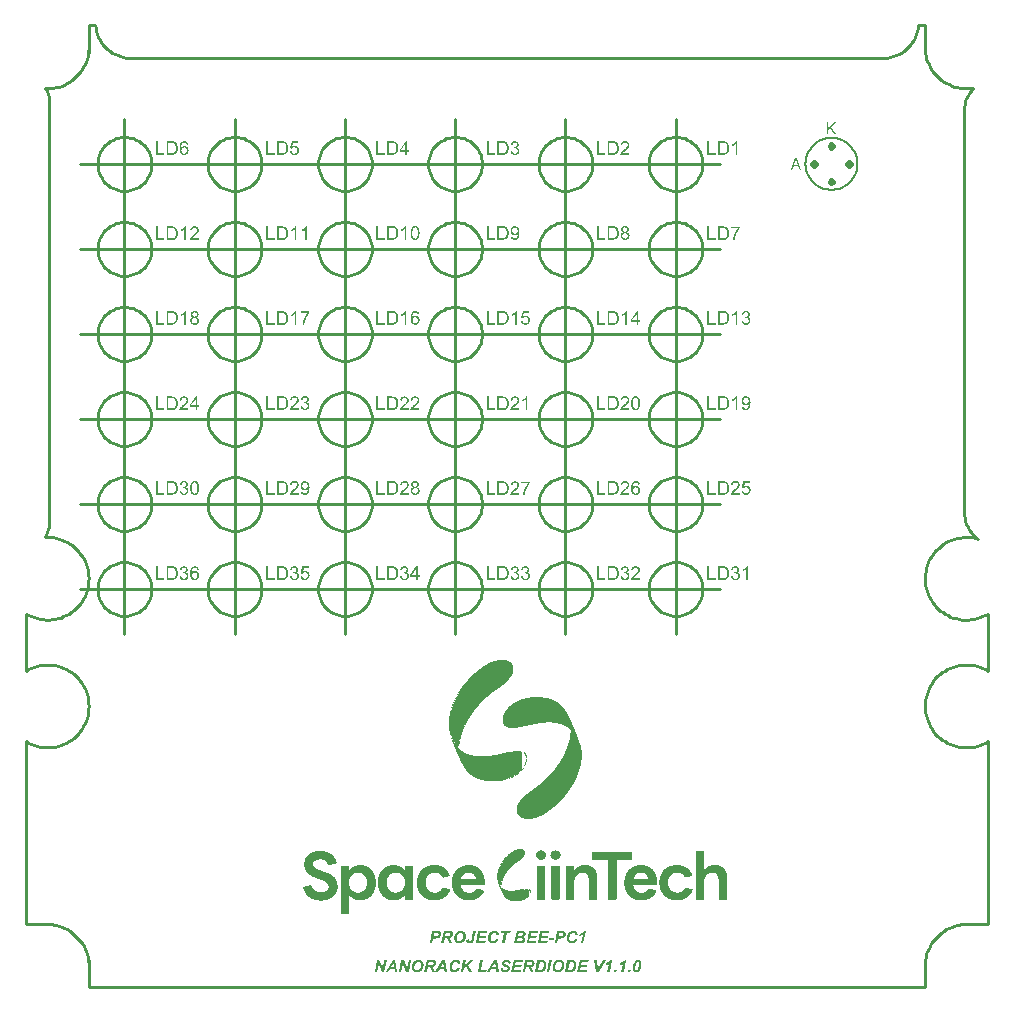
<source format=gbr>
G04*
G04 #@! TF.GenerationSoftware,Altium Limited,Altium Designer,24.1.2 (44)*
G04*
G04 Layer_Color=65535*
%FSLAX44Y44*%
%MOMM*%
G71*
G04*
G04 #@! TF.SameCoordinates,2CF29ADA-B048-43D0-A217-C4B427A4200D*
G04*
G04*
G04 #@! TF.FilePolarity,Positive*
G04*
G01*
G75*
%ADD10C,0.2500*%
%ADD11C,0.4000*%
%ADD12C,0.1500*%
%ADD13C,0.2540*%
G36*
X423156Y294763D02*
X423802D01*
Y294602D01*
X424932D01*
Y294440D01*
X425255D01*
Y294279D01*
X425739D01*
Y294118D01*
X426223D01*
Y293956D01*
X426385D01*
Y293795D01*
X426869D01*
Y293633D01*
X427192D01*
Y293472D01*
X427514D01*
Y293311D01*
X427676D01*
Y293149D01*
X427837D01*
Y292988D01*
X428160D01*
Y292826D01*
X428321D01*
Y292665D01*
X428483D01*
Y292504D01*
X428644D01*
Y292342D01*
X428806D01*
Y292181D01*
X428967D01*
Y292019D01*
X429128D01*
Y291858D01*
X429290D01*
Y291696D01*
X429451D01*
Y291374D01*
X429613D01*
Y291212D01*
X429774D01*
Y290889D01*
X429935D01*
Y290567D01*
X430097D01*
Y290244D01*
X430258D01*
Y289760D01*
X430420D01*
Y289275D01*
X430581D01*
Y288630D01*
X430742D01*
Y285563D01*
X430581D01*
Y284756D01*
X430420D01*
Y284433D01*
X430258D01*
Y283788D01*
X430097D01*
Y283465D01*
X429935D01*
Y282981D01*
X429774D01*
Y282658D01*
X429613D01*
Y282335D01*
X429451D01*
Y282012D01*
X429290D01*
Y281851D01*
X429128D01*
Y281528D01*
X428967D01*
Y281367D01*
X428806D01*
Y281044D01*
X428644D01*
Y280721D01*
X428483D01*
Y280560D01*
X428321D01*
Y280237D01*
X428160D01*
Y280075D01*
X427999D01*
Y279914D01*
X427837D01*
Y279591D01*
X427676D01*
Y279430D01*
X427514D01*
Y279268D01*
X427353D01*
Y279107D01*
X427192D01*
Y278784D01*
X426869D01*
Y278461D01*
X426707D01*
Y278300D01*
X426546D01*
Y278139D01*
X426385D01*
Y277977D01*
X426223D01*
Y277816D01*
X426062D01*
Y277654D01*
X425900D01*
Y277493D01*
X425739D01*
Y277332D01*
X425577D01*
Y277170D01*
X425416D01*
Y277009D01*
X425255D01*
Y276847D01*
X425093D01*
Y276686D01*
X424932D01*
Y276524D01*
X424770D01*
Y276363D01*
X424609D01*
Y276202D01*
X424448D01*
Y276040D01*
X424286D01*
Y275879D01*
X424125D01*
Y275717D01*
X423963D01*
Y275556D01*
X423802D01*
Y275395D01*
X423479D01*
Y275233D01*
X423318D01*
Y274910D01*
X422995D01*
Y274749D01*
X422834D01*
Y274588D01*
X422672D01*
Y274426D01*
X422511D01*
Y274265D01*
X422349D01*
Y274103D01*
X422026D01*
Y273942D01*
X421865D01*
Y273781D01*
X421542D01*
Y273619D01*
X421381D01*
Y273458D01*
X421219D01*
Y273296D01*
X421058D01*
Y273135D01*
X420897D01*
Y272973D01*
X420574D01*
Y272812D01*
X420412D01*
Y272651D01*
X420251D01*
Y272489D01*
X419928D01*
Y272328D01*
X419767D01*
Y272167D01*
X419605D01*
Y272005D01*
X419444D01*
Y271844D01*
X419121D01*
Y271682D01*
X418960D01*
Y271521D01*
X418637D01*
Y271360D01*
X418476D01*
Y271198D01*
X418314D01*
Y271037D01*
X417991D01*
Y270875D01*
X417830D01*
Y270714D01*
X417507D01*
Y270553D01*
X417346D01*
Y270391D01*
X417184D01*
Y270230D01*
X416862D01*
Y270068D01*
X416700D01*
Y269907D01*
X416377D01*
Y269746D01*
X416216D01*
Y269584D01*
X415893D01*
Y269423D01*
X415732D01*
Y269261D01*
X415409D01*
Y269100D01*
X415247D01*
Y268938D01*
X415086D01*
Y268777D01*
X414763D01*
Y268616D01*
X414440D01*
Y268454D01*
X414279D01*
Y268293D01*
X414118D01*
Y268131D01*
X413956D01*
Y267970D01*
X413633D01*
Y267809D01*
X413472D01*
Y267647D01*
X413149D01*
Y267486D01*
X412988D01*
Y267324D01*
X412826D01*
Y267163D01*
X412504D01*
Y267002D01*
X412342D01*
Y266840D01*
X412181D01*
Y266679D01*
X412019D01*
Y266517D01*
X411697D01*
Y266356D01*
X411535D01*
Y266194D01*
X411374D01*
Y266033D01*
X411051D01*
Y265872D01*
X410890D01*
Y265710D01*
X410728D01*
Y265549D01*
X410567D01*
Y265387D01*
X410405D01*
Y265226D01*
X410083D01*
Y265065D01*
X409921D01*
Y264903D01*
X409760D01*
Y264742D01*
X409598D01*
Y264580D01*
X409437D01*
Y264419D01*
X409114D01*
Y264258D01*
X408953D01*
Y264096D01*
X408791D01*
Y263935D01*
X408630D01*
Y263773D01*
X408469D01*
Y263612D01*
X408307D01*
Y263451D01*
X408146D01*
Y263289D01*
X407823D01*
Y263128D01*
X407662D01*
Y262966D01*
X407500D01*
Y262805D01*
X407339D01*
Y262644D01*
X407177D01*
Y262482D01*
X407016D01*
Y262321D01*
X406855D01*
Y262159D01*
X406693D01*
Y261998D01*
X406532D01*
Y261837D01*
X406370D01*
Y261675D01*
X406209D01*
Y261514D01*
X406048D01*
Y261352D01*
X405886D01*
Y261191D01*
X405725D01*
Y261030D01*
X405563D01*
Y260868D01*
X405402D01*
Y260707D01*
X405240D01*
Y260545D01*
X405079D01*
Y260384D01*
X404918D01*
Y260223D01*
X404756D01*
Y260061D01*
X404595D01*
Y259900D01*
X404433D01*
Y259738D01*
X404272D01*
Y259577D01*
X404111D01*
Y259416D01*
X403949D01*
Y259254D01*
X403788D01*
Y259093D01*
X403465D01*
Y258770D01*
X403142D01*
Y258447D01*
X402981D01*
Y258286D01*
X402819D01*
Y258124D01*
X402658D01*
Y257963D01*
X402497D01*
Y257801D01*
X402335D01*
Y257640D01*
X402174D01*
Y257479D01*
X402012D01*
Y257317D01*
X401851D01*
Y257156D01*
X401689D01*
Y256833D01*
X401528D01*
Y256672D01*
X401205D01*
Y256349D01*
X401044D01*
Y256187D01*
X400882D01*
Y256026D01*
X400721D01*
Y255865D01*
X400560D01*
Y255703D01*
X400398D01*
Y255380D01*
X400237D01*
Y255219D01*
X400075D01*
Y255058D01*
X399914D01*
Y254896D01*
X399753D01*
Y254735D01*
X399591D01*
Y254412D01*
X399430D01*
Y254251D01*
X399268D01*
Y254089D01*
X399107D01*
Y253928D01*
X398946D01*
Y253766D01*
X398784D01*
Y253444D01*
X398623D01*
Y253282D01*
X398461D01*
Y252959D01*
X398300D01*
Y252798D01*
X398139D01*
Y252637D01*
X397977D01*
Y252475D01*
X397816D01*
Y252314D01*
X397654D01*
Y251991D01*
X397493D01*
Y251829D01*
X397332D01*
Y251668D01*
X397170D01*
Y251345D01*
X397009D01*
Y251184D01*
X396847D01*
Y250861D01*
X396525D01*
Y250538D01*
X396363D01*
Y250377D01*
X396202D01*
Y250054D01*
X396040D01*
Y249731D01*
X395879D01*
Y249570D01*
X395718D01*
Y249408D01*
X395556D01*
Y249247D01*
X395395D01*
Y248924D01*
X395233D01*
Y248601D01*
X395072D01*
Y248440D01*
X394911D01*
Y248117D01*
X394588D01*
Y247633D01*
X394426D01*
Y247472D01*
X394265D01*
Y247310D01*
X394104D01*
Y246987D01*
X393942D01*
Y246826D01*
X393781D01*
Y246342D01*
X393619D01*
Y246180D01*
X393458D01*
Y246019D01*
X393297D01*
Y245696D01*
X393135D01*
Y245535D01*
X392974D01*
Y245051D01*
X392812D01*
Y244889D01*
X392651D01*
Y244566D01*
X392490D01*
Y244244D01*
X392167D01*
Y243598D01*
X391844D01*
Y243114D01*
X391683D01*
Y242952D01*
X391521D01*
Y242630D01*
X391360D01*
Y242307D01*
X391198D01*
Y242145D01*
X391037D01*
Y241500D01*
X390714D01*
Y240854D01*
X390553D01*
Y240693D01*
X390391D01*
Y240531D01*
X390230D01*
Y240047D01*
X390068D01*
Y239886D01*
X389907D01*
Y239240D01*
X389746D01*
Y239079D01*
X389584D01*
Y238756D01*
X389423D01*
Y238433D01*
X389261D01*
Y238110D01*
X389100D01*
Y237465D01*
X388939D01*
Y237303D01*
X388777D01*
Y236819D01*
X388616D01*
Y236496D01*
X388454D01*
Y236335D01*
X388293D01*
Y235528D01*
X387970D01*
Y234721D01*
X387809D01*
Y234398D01*
X387647D01*
Y234236D01*
X387486D01*
Y233429D01*
X387324D01*
Y233268D01*
X387163D01*
Y232300D01*
X386840D01*
Y231331D01*
X386679D01*
Y231008D01*
X386517D01*
Y230847D01*
X386356D01*
Y229717D01*
X386195D01*
Y229556D01*
X386033D01*
Y228426D01*
X385872D01*
Y227942D01*
X385710D01*
Y227619D01*
X385549D01*
Y226166D01*
X385388D01*
Y226005D01*
X385226D01*
Y223745D01*
X385065D01*
Y223584D01*
X384903D01*
Y219387D01*
X385065D01*
Y219064D01*
X385388D01*
Y218903D01*
X385549D01*
Y218742D01*
X385872D01*
Y218580D01*
X386033D01*
Y218419D01*
X386195D01*
Y218257D01*
X386517D01*
Y218096D01*
X386679D01*
Y217934D01*
X386840D01*
Y217773D01*
X387163D01*
Y217612D01*
X387324D01*
Y217450D01*
X387647D01*
Y217289D01*
X387809D01*
Y217127D01*
X388132D01*
Y216966D01*
X388454D01*
Y216805D01*
X388777D01*
Y216643D01*
X388939D01*
Y216482D01*
X389261D01*
Y216320D01*
X389746D01*
Y216159D01*
X389907D01*
Y215998D01*
X390230D01*
Y215836D01*
X390714D01*
Y215675D01*
X390875D01*
Y215513D01*
X391521D01*
Y215352D01*
X391683D01*
Y215191D01*
X392328D01*
Y215029D01*
X392812D01*
Y214868D01*
X393135D01*
Y214706D01*
X393781D01*
Y214545D01*
X394104D01*
Y214384D01*
X395072D01*
Y214222D01*
X395395D01*
Y214061D01*
X396202D01*
Y213899D01*
X397170D01*
Y213738D01*
X397977D01*
Y213577D01*
X400075D01*
Y213415D01*
X401528D01*
Y213254D01*
X405563D01*
Y213415D01*
X407177D01*
Y213577D01*
X410083D01*
Y213738D01*
X410728D01*
Y213899D01*
X412504D01*
Y214061D01*
X413149D01*
Y214222D01*
X413633D01*
Y214384D01*
X413795D01*
Y214222D01*
X414279D01*
Y214384D01*
X415086D01*
Y214545D01*
X415570D01*
Y214706D01*
X417023D01*
Y214868D01*
X417346D01*
Y215029D01*
X418798D01*
Y215191D01*
X419121D01*
Y215352D01*
X419444D01*
Y215513D01*
X420574D01*
Y215675D01*
X420897D01*
Y215836D01*
X422188D01*
Y215998D01*
X422349D01*
Y216159D01*
X423802D01*
Y216320D01*
X424125D01*
Y216482D01*
X424448D01*
Y216643D01*
X425900D01*
Y216805D01*
X426062D01*
Y216966D01*
X427999D01*
Y217127D01*
X428321D01*
Y217289D01*
X430420D01*
Y217450D01*
X430742D01*
Y217612D01*
X431065D01*
Y217773D01*
X437199D01*
Y217612D01*
X437360D01*
Y217450D01*
X437521D01*
Y217289D01*
X438813D01*
Y216966D01*
X437521D01*
Y216805D01*
X437683D01*
Y202278D01*
X437844D01*
Y201956D01*
X437683D01*
Y201794D01*
X437521D01*
Y201471D01*
X437844D01*
Y201794D01*
X438328D01*
Y202278D01*
X438651D01*
Y202924D01*
X438813D01*
Y202763D01*
X438974D01*
Y203085D01*
X439135D01*
Y203247D01*
X438974D01*
Y203408D01*
X438651D01*
Y203731D01*
X438974D01*
Y203408D01*
X439458D01*
Y203892D01*
X439781D01*
Y203408D01*
X439620D01*
Y203247D01*
X439458D01*
Y202924D01*
X439297D01*
Y202763D01*
X439135D01*
Y202601D01*
X438974D01*
Y202278D01*
X438813D01*
Y202117D01*
X438651D01*
Y201794D01*
X438490D01*
Y201633D01*
X438328D01*
Y201471D01*
X438167D01*
Y201310D01*
X438006D01*
Y201148D01*
X437844D01*
Y200987D01*
X437683D01*
Y200826D01*
X437521D01*
Y200664D01*
X437360D01*
Y200503D01*
X437199D01*
Y200341D01*
X437037D01*
Y200180D01*
X436876D01*
Y200019D01*
X436714D01*
Y199857D01*
X436553D01*
Y199696D01*
X436392D01*
Y199534D01*
X436230D01*
Y199373D01*
X436069D01*
Y199212D01*
X435907D01*
Y199050D01*
X435584D01*
Y198889D01*
X435423D01*
Y198727D01*
X435100D01*
Y198566D01*
X434939D01*
Y198405D01*
X434777D01*
Y198243D01*
X434616D01*
Y198082D01*
X434455D01*
Y197920D01*
X434132D01*
Y197759D01*
X433970D01*
Y197598D01*
X433486D01*
Y197436D01*
X433325D01*
Y197275D01*
X433163D01*
Y197113D01*
X432841D01*
Y197436D01*
X432195D01*
Y197275D01*
X432679D01*
Y197113D01*
X432841D01*
Y196952D01*
X432679D01*
Y196791D01*
X432195D01*
Y196468D01*
X431549D01*
Y196629D01*
X431227D01*
Y196791D01*
X430904D01*
Y196629D01*
X430742D01*
Y196468D01*
X431549D01*
Y196306D01*
X431388D01*
Y196145D01*
X431227D01*
Y195984D01*
X430742D01*
Y196306D01*
X429935D01*
Y196145D01*
X430097D01*
Y195984D01*
X430742D01*
Y195822D01*
X430581D01*
Y195661D01*
X429935D01*
Y195822D01*
X429774D01*
Y195984D01*
X429128D01*
Y195822D01*
X428967D01*
Y195661D01*
X429935D01*
Y195338D01*
X429128D01*
Y195015D01*
X428967D01*
Y194854D01*
X428160D01*
Y194692D01*
X427999D01*
Y194531D01*
X427192D01*
Y194208D01*
X426869D01*
Y194047D01*
X426062D01*
Y193885D01*
X425900D01*
Y193724D01*
X424770D01*
Y193563D01*
X424609D01*
Y193401D01*
X424286D01*
Y193240D01*
X423156D01*
Y193078D01*
X422995D01*
Y192917D01*
X421704D01*
Y192755D01*
X421381D01*
Y192594D01*
X419928D01*
Y192433D01*
X419283D01*
Y192271D01*
X418637D01*
Y192110D01*
X408791D01*
Y192271D01*
X408146D01*
Y192433D01*
X406370D01*
Y192594D01*
X406048D01*
Y192755D01*
X405402D01*
Y192917D01*
X404272D01*
Y193078D01*
X403949D01*
Y193240D01*
X402981D01*
Y193401D01*
X402819D01*
Y193563D01*
X402174D01*
Y193724D01*
X401689D01*
Y193885D01*
X401367D01*
Y194047D01*
X400721D01*
Y194208D01*
X400560D01*
Y194370D01*
X399914D01*
Y194531D01*
X399591D01*
Y194692D01*
X399268D01*
Y194854D01*
X398946D01*
Y195015D01*
X398784D01*
Y195177D01*
X398300D01*
Y195338D01*
X398139D01*
Y195499D01*
X397654D01*
Y195661D01*
X397493D01*
Y195822D01*
X397170D01*
Y195984D01*
X396847D01*
Y196145D01*
X396686D01*
Y196306D01*
X396363D01*
Y196468D01*
X396202D01*
Y196629D01*
X395879D01*
Y196791D01*
X395556D01*
Y196952D01*
X395395D01*
Y197113D01*
X395233D01*
Y197275D01*
X395072D01*
Y197436D01*
X394749D01*
Y197598D01*
X394588D01*
Y197759D01*
X394426D01*
Y197920D01*
X394104D01*
Y198082D01*
X393942D01*
Y198243D01*
X393781D01*
Y198405D01*
X393619D01*
Y198566D01*
X393458D01*
Y198727D01*
X393297D01*
Y198889D01*
X393135D01*
Y199050D01*
X392812D01*
Y199373D01*
X392490D01*
Y199534D01*
X392328D01*
Y199857D01*
X392167D01*
Y200019D01*
X392005D01*
Y200180D01*
X391844D01*
Y200341D01*
X391683D01*
Y200503D01*
X391521D01*
Y200664D01*
X391360D01*
Y200826D01*
X391198D01*
Y201148D01*
X391037D01*
Y201310D01*
X390875D01*
Y201471D01*
X390714D01*
Y201633D01*
X390553D01*
Y201956D01*
X390391D01*
Y202117D01*
X390230D01*
Y202278D01*
X390068D01*
Y202601D01*
X389907D01*
Y202763D01*
X389746D01*
Y203085D01*
X389584D01*
Y203247D01*
X389423D01*
Y203570D01*
X389261D01*
Y203892D01*
X389100D01*
Y204054D01*
X388939D01*
Y204377D01*
X388777D01*
Y204538D01*
X388616D01*
Y205022D01*
X388454D01*
Y205184D01*
X388293D01*
Y205345D01*
X388132D01*
Y205829D01*
X387970D01*
Y205991D01*
X387809D01*
Y206475D01*
X387647D01*
Y206636D01*
X387486D01*
Y206959D01*
X387324D01*
Y207282D01*
X387163D01*
Y207443D01*
X387002D01*
Y207927D01*
X386840D01*
Y208089D01*
X386679D01*
Y208573D01*
X386517D01*
Y208896D01*
X386356D01*
Y209057D01*
X386195D01*
Y209541D01*
X386033D01*
Y209703D01*
X385872D01*
Y210187D01*
X385710D01*
Y210348D01*
X385549D01*
Y210671D01*
X385388D01*
Y211156D01*
X385226D01*
Y211317D01*
X385065D01*
Y211963D01*
X384903D01*
Y212124D01*
X384742D01*
Y212608D01*
X384581D01*
Y212931D01*
X384419D01*
Y213092D01*
X384258D01*
Y213577D01*
X384096D01*
Y213899D01*
X383935D01*
Y214384D01*
X383774D01*
Y214706D01*
X383612D01*
Y215029D01*
X383451D01*
Y215352D01*
X383289D01*
Y215675D01*
X383128D01*
Y216159D01*
X382967D01*
Y216482D01*
X382805D01*
Y216966D01*
X382644D01*
Y217289D01*
X382482D01*
Y217612D01*
X382321D01*
Y218096D01*
X382160D01*
Y218257D01*
X381998D01*
Y218903D01*
X381837D01*
Y219064D01*
X381675D01*
Y219549D01*
X381514D01*
Y220033D01*
X381353D01*
Y220194D01*
X381191D01*
Y220840D01*
X381030D01*
Y221001D01*
X380868D01*
Y221486D01*
X380707D01*
Y221970D01*
X380546D01*
Y222292D01*
X380384D01*
Y222938D01*
X380223D01*
Y223099D01*
X380061D01*
Y223745D01*
X379900D01*
Y223906D01*
X379739D01*
Y224391D01*
X379577D01*
Y224875D01*
X379416D01*
Y225198D01*
X379254D01*
Y225843D01*
X379093D01*
Y226005D01*
X378932D01*
Y226489D01*
X378770D01*
Y227135D01*
X378609D01*
Y227296D01*
X378447D01*
Y228103D01*
X378286D01*
Y228264D01*
X378125D01*
Y229072D01*
X377963D01*
Y229233D01*
X377802D01*
Y230040D01*
X377640D01*
Y230201D01*
X377479D01*
Y231654D01*
X377317D01*
Y231815D01*
X377156D01*
Y231977D01*
X376995D01*
Y232461D01*
X377156D01*
Y232622D01*
X376995D01*
Y232945D01*
X376833D01*
Y233107D01*
X376672D01*
Y234559D01*
X376510D01*
Y234882D01*
X376349D01*
Y236658D01*
X376188D01*
Y237303D01*
X376026D01*
Y237626D01*
X375865D01*
Y244405D01*
X376026D01*
Y244728D01*
X376188D01*
Y245373D01*
X376349D01*
Y247633D01*
X376510D01*
Y247794D01*
X376672D01*
Y249570D01*
X376833D01*
Y249731D01*
X376995D01*
Y251022D01*
X377156D01*
Y251345D01*
X377317D01*
Y251507D01*
X377479D01*
Y252637D01*
X377640D01*
Y252798D01*
X377802D01*
Y253928D01*
X377963D01*
Y254089D01*
X378125D01*
Y254251D01*
X378286D01*
Y255058D01*
X378447D01*
Y255219D01*
X378609D01*
Y256187D01*
X378770D01*
Y256349D01*
X378932D01*
Y256994D01*
X379093D01*
Y257317D01*
X379254D01*
Y257479D01*
X379416D01*
Y258124D01*
X379577D01*
Y258286D01*
X379739D01*
Y257640D01*
X380061D01*
Y258124D01*
X379900D01*
Y258286D01*
X379739D01*
Y259093D01*
X379900D01*
Y259254D01*
X380061D01*
Y259416D01*
X380223D01*
Y260061D01*
X380384D01*
Y260223D01*
X380546D01*
Y259416D01*
X380707D01*
Y259577D01*
X380868D01*
Y260061D01*
X380707D01*
Y260223D01*
X380546D01*
Y260868D01*
X380707D01*
Y261030D01*
X380868D01*
Y261514D01*
X381030D01*
Y261675D01*
X381191D01*
Y261837D01*
X381353D01*
Y261030D01*
X381514D01*
Y261191D01*
X381675D01*
Y261675D01*
X381514D01*
Y261837D01*
X381353D01*
Y262482D01*
X381514D01*
Y262644D01*
X381675D01*
Y261837D01*
X381998D01*
Y262644D01*
X381675D01*
Y263128D01*
X381837D01*
Y263289D01*
X382160D01*
Y262644D01*
X382321D01*
Y262805D01*
X382482D01*
Y263128D01*
X382321D01*
Y263289D01*
X382160D01*
Y263451D01*
X381998D01*
Y263612D01*
X382160D01*
Y264096D01*
X382482D01*
Y263451D01*
X382805D01*
Y264096D01*
X382482D01*
Y264742D01*
X382967D01*
Y264096D01*
X383128D01*
Y264419D01*
X383289D01*
Y264580D01*
X383128D01*
Y264742D01*
X382967D01*
Y264903D01*
X382805D01*
Y265226D01*
X382967D01*
Y265549D01*
X383289D01*
Y266033D01*
X383451D01*
Y266194D01*
X383612D01*
Y265549D01*
X383774D01*
Y265387D01*
X383935D01*
Y266194D01*
X383612D01*
Y266679D01*
X383774D01*
Y266840D01*
X384096D01*
Y266194D01*
X384258D01*
Y266840D01*
X384096D01*
Y267486D01*
X384419D01*
Y267970D01*
X384581D01*
Y268131D01*
X384742D01*
Y268454D01*
X384903D01*
Y268616D01*
X385065D01*
Y268777D01*
X385226D01*
Y269261D01*
X385388D01*
Y269423D01*
X385549D01*
Y269746D01*
X385710D01*
Y269907D01*
X385872D01*
Y270068D01*
X386033D01*
Y270391D01*
X386195D01*
Y270553D01*
X386356D01*
Y270875D01*
X386517D01*
Y271037D01*
X386679D01*
Y271198D01*
X386840D01*
Y271521D01*
X387002D01*
Y271682D01*
X387163D01*
Y272005D01*
X387324D01*
Y272167D01*
X387486D01*
Y272489D01*
X387647D01*
Y272651D01*
X387809D01*
Y272812D01*
X387970D01*
Y273135D01*
X388132D01*
Y273296D01*
X388293D01*
Y273619D01*
X388616D01*
Y273942D01*
X388777D01*
Y274103D01*
X388939D01*
Y274265D01*
X389100D01*
Y274426D01*
X389261D01*
Y274588D01*
X389423D01*
Y274910D01*
X389584D01*
Y275072D01*
X389746D01*
Y275395D01*
X389907D01*
Y275556D01*
X390068D01*
Y275717D01*
X390230D01*
Y275879D01*
X390391D01*
Y276040D01*
X390553D01*
Y276363D01*
X390714D01*
Y276524D01*
X390875D01*
Y276686D01*
X391037D01*
Y276847D01*
X391360D01*
Y277332D01*
X391683D01*
Y277493D01*
X391844D01*
Y277816D01*
X392005D01*
Y277977D01*
X392167D01*
Y278139D01*
X392328D01*
Y278300D01*
X392490D01*
Y278461D01*
X392651D01*
Y278623D01*
X392812D01*
Y278784D01*
X392974D01*
Y278946D01*
X393135D01*
Y279107D01*
X393297D01*
Y279268D01*
X393458D01*
Y279430D01*
X393619D01*
Y279753D01*
X393781D01*
Y279914D01*
X393942D01*
Y280075D01*
X394104D01*
Y280237D01*
X394265D01*
Y280398D01*
X394426D01*
Y280560D01*
X394588D01*
Y280721D01*
X394749D01*
Y280882D01*
X394911D01*
Y281044D01*
X395072D01*
Y281205D01*
X395233D01*
Y281367D01*
X395556D01*
Y281689D01*
X395879D01*
Y281851D01*
X396040D01*
Y282012D01*
X396202D01*
Y282174D01*
X396363D01*
Y282335D01*
X396525D01*
Y282496D01*
X396686D01*
Y282819D01*
X397009D01*
Y282981D01*
X397170D01*
Y283142D01*
X397332D01*
Y283303D01*
X397493D01*
Y283465D01*
X397654D01*
Y283626D01*
X397977D01*
Y283788D01*
X398139D01*
Y283949D01*
X398300D01*
Y284111D01*
X398461D01*
Y284272D01*
X398623D01*
Y284433D01*
X398946D01*
Y284756D01*
X399268D01*
Y284918D01*
X399430D01*
Y285079D01*
X399591D01*
Y285240D01*
X399753D01*
Y285402D01*
X399914D01*
Y285563D01*
X400237D01*
Y285725D01*
X400398D01*
Y285886D01*
X400721D01*
Y286047D01*
X400882D01*
Y286209D01*
X401044D01*
Y286370D01*
X401205D01*
Y286532D01*
X401367D01*
Y286693D01*
X401689D01*
Y286854D01*
X401851D01*
Y287016D01*
X402012D01*
Y287177D01*
X402335D01*
Y287339D01*
X402497D01*
Y287500D01*
X402819D01*
Y287661D01*
X402981D01*
Y287823D01*
X403142D01*
Y287984D01*
X403465D01*
Y288146D01*
X403626D01*
Y288307D01*
X403949D01*
Y288468D01*
X404111D01*
Y288630D01*
X404272D01*
Y288791D01*
X404433D01*
Y288953D01*
X404756D01*
Y289114D01*
X405079D01*
Y289275D01*
X405240D01*
Y289437D01*
X405563D01*
Y289598D01*
X405725D01*
Y289760D01*
X405886D01*
Y289921D01*
X406209D01*
Y290082D01*
X406370D01*
Y290244D01*
X406693D01*
Y290405D01*
X406855D01*
Y290567D01*
X407339D01*
Y290728D01*
X407500D01*
Y290889D01*
X407662D01*
Y291051D01*
X408146D01*
Y291212D01*
X408307D01*
Y291374D01*
X408630D01*
Y291535D01*
X408791D01*
Y291696D01*
X409114D01*
Y291858D01*
X409437D01*
Y292019D01*
X409760D01*
Y292181D01*
X410244D01*
Y292342D01*
X410405D01*
Y292504D01*
X410890D01*
Y292665D01*
X411212D01*
Y292826D01*
X411374D01*
Y292988D01*
X412019D01*
Y293149D01*
X412181D01*
Y293311D01*
X412826D01*
Y293472D01*
X413149D01*
Y293633D01*
X413472D01*
Y293795D01*
X414279D01*
Y293956D01*
X414602D01*
Y294118D01*
X415570D01*
Y294279D01*
X415893D01*
Y294440D01*
X416700D01*
Y294602D01*
X417830D01*
Y294763D01*
X418637D01*
Y294925D01*
X423156D01*
Y294763D01*
D02*
G37*
G36*
X439620Y216643D02*
X438813D01*
Y216805D01*
X438974D01*
Y216966D01*
X439620D01*
Y216643D01*
D02*
G37*
G36*
X439458Y215836D02*
X438974D01*
Y216159D01*
X439458D01*
Y215836D01*
D02*
G37*
G36*
X440104Y215513D02*
X440265D01*
Y215352D01*
X440588D01*
Y215191D01*
Y215029D01*
X440265D01*
Y215352D01*
X439781D01*
Y215836D01*
X440104D01*
Y215513D01*
D02*
G37*
G36*
Y216482D02*
X440265D01*
Y216320D01*
X440427D01*
Y216159D01*
X440750D01*
Y215998D01*
X440911D01*
Y215836D01*
X441072D01*
Y215513D01*
X441234D01*
Y215352D01*
X441395D01*
Y215029D01*
X441072D01*
Y214706D01*
X440911D01*
Y215191D01*
X441072D01*
Y215352D01*
X440911D01*
Y215513D01*
X440750D01*
Y215352D01*
X440588D01*
Y215836D01*
X440265D01*
Y216159D01*
X439620D01*
Y216320D01*
X439781D01*
Y216643D01*
X440104D01*
Y216482D01*
D02*
G37*
G36*
X441718Y214222D02*
X441557D01*
Y214061D01*
X441395D01*
Y214222D01*
Y214384D01*
Y214868D01*
X441718D01*
Y214222D01*
D02*
G37*
G36*
X440750Y214706D02*
X440911D01*
Y214222D01*
X441072D01*
Y214061D01*
Y213899D01*
X440911D01*
Y214222D01*
X440588D01*
Y214868D01*
X440750D01*
Y214706D01*
D02*
G37*
G36*
X441395Y213415D02*
X441072D01*
Y213577D01*
X441395D01*
Y213415D01*
D02*
G37*
G36*
Y213092D02*
X441072D01*
Y213254D01*
X441395D01*
Y213092D01*
D02*
G37*
G36*
X442041Y213738D02*
X442202D01*
Y212931D01*
X442041D01*
Y212608D01*
Y212447D01*
Y212124D01*
X441718D01*
Y214061D01*
X442041D01*
Y213738D01*
D02*
G37*
G36*
X441718Y211156D02*
X441395D01*
Y211317D01*
Y211478D01*
X441718D01*
Y211156D01*
D02*
G37*
G36*
X442364Y211963D02*
X442525D01*
Y210994D01*
X442364D01*
Y210671D01*
X442202D01*
Y210994D01*
Y211156D01*
Y212124D01*
X442364D01*
Y211963D01*
D02*
G37*
G36*
X441395Y208896D02*
X441072D01*
Y209219D01*
X441395D01*
Y208896D01*
D02*
G37*
G36*
X441879Y210671D02*
X442041D01*
Y209864D01*
X442202D01*
Y208734D01*
X442041D01*
Y208412D01*
X441879D01*
Y208250D01*
X441718D01*
Y208896D01*
Y209057D01*
Y210833D01*
X441879D01*
Y210671D01*
D02*
G37*
G36*
X441072Y208250D02*
Y208089D01*
X440911D01*
Y208412D01*
X441072D01*
Y208250D01*
D02*
G37*
G36*
X440911Y207927D02*
X441072D01*
Y207605D01*
X440911D01*
Y207766D01*
Y207927D01*
X440588D01*
Y208089D01*
X440911D01*
Y207927D01*
D02*
G37*
G36*
X441557Y208250D02*
X441718D01*
Y207120D01*
X441395D01*
Y207766D01*
Y207927D01*
Y208412D01*
X441557D01*
Y208250D01*
D02*
G37*
G36*
X440588Y206475D02*
X440265D01*
Y206959D01*
X440588D01*
Y206475D01*
D02*
G37*
G36*
X440911Y207443D02*
X441072D01*
Y207120D01*
X441234D01*
Y206959D01*
X441395D01*
Y206313D01*
X441234D01*
Y206152D01*
X441072D01*
Y205991D01*
X440911D01*
Y205345D01*
X440750D01*
Y205184D01*
X440588D01*
Y206313D01*
X440750D01*
Y206152D01*
X440911D01*
Y207443D01*
X440588D01*
Y207605D01*
X440911D01*
Y207443D01*
D02*
G37*
G36*
X440265Y205991D02*
X439781D01*
Y206152D01*
X440265D01*
Y205991D01*
D02*
G37*
G36*
Y205506D02*
X439781D01*
Y205668D01*
X440265D01*
Y205506D01*
D02*
G37*
G36*
X439781Y204699D02*
X439458D01*
Y205345D01*
X439781D01*
Y204699D01*
D02*
G37*
G36*
X440427Y205184D02*
X440588D01*
Y204699D01*
X440427D01*
Y204538D01*
X440265D01*
Y205345D01*
X440427D01*
Y205184D01*
D02*
G37*
G36*
X439458Y204377D02*
Y204215D01*
X438974D01*
Y204538D01*
X439458D01*
Y204377D01*
D02*
G37*
G36*
X440265Y204215D02*
Y204054D01*
X440104D01*
Y203892D01*
X439781D01*
Y204538D01*
X440265D01*
Y204215D01*
D02*
G37*
G36*
X438974Y204054D02*
X439135D01*
Y203731D01*
X438974D01*
Y203892D01*
Y204054D01*
X438651D01*
Y204215D01*
X438974D01*
Y204054D01*
D02*
G37*
G36*
X438651Y203247D02*
Y203085D01*
X438328D01*
Y203408D01*
X438651D01*
Y203247D01*
D02*
G37*
G36*
X451725Y263451D02*
X453662D01*
Y263289D01*
X454146D01*
Y263451D01*
X454469D01*
Y263289D01*
X455760D01*
Y263128D01*
X457051D01*
Y262966D01*
X457858D01*
Y262805D01*
X458827D01*
Y262644D01*
X459311D01*
Y262482D01*
X460118D01*
Y262321D01*
X460764D01*
Y262159D01*
X461087D01*
Y261998D01*
X461894D01*
Y261837D01*
X462216D01*
Y261675D01*
X462862D01*
Y261514D01*
X463023D01*
Y261352D01*
X463507D01*
Y261191D01*
X463992D01*
Y261030D01*
X464315D01*
Y260868D01*
X464799D01*
Y260707D01*
X464960D01*
Y260545D01*
X465444D01*
Y260384D01*
X465606D01*
Y260223D01*
X465929D01*
Y260061D01*
X466413D01*
Y259900D01*
X466574D01*
Y259738D01*
X466897D01*
Y259577D01*
X467058D01*
Y259416D01*
X467381D01*
Y259254D01*
X467704D01*
Y259093D01*
X467865D01*
Y258931D01*
X468188D01*
Y258770D01*
X468350D01*
Y258608D01*
X468672D01*
Y258447D01*
X468834D01*
Y258286D01*
X468995D01*
Y258124D01*
X469318D01*
Y257963D01*
X469479D01*
Y257801D01*
X469802D01*
Y257479D01*
X470125D01*
Y257317D01*
X470286D01*
Y257156D01*
X470448D01*
Y256994D01*
X470609D01*
Y256833D01*
X470771D01*
Y256672D01*
X470932D01*
Y256510D01*
X471093D01*
Y256349D01*
X471255D01*
Y256187D01*
X471578D01*
Y256026D01*
X471739D01*
Y255703D01*
X471901D01*
Y255542D01*
X472062D01*
Y255380D01*
X472223D01*
Y255219D01*
X472385D01*
Y255058D01*
X472546D01*
Y254896D01*
X472708D01*
Y254735D01*
X472869D01*
Y254412D01*
X473030D01*
Y254251D01*
X473192D01*
Y254089D01*
X473353D01*
Y253928D01*
X473515D01*
Y253766D01*
X473676D01*
Y253444D01*
X473837D01*
Y253282D01*
X473999D01*
Y253121D01*
X474160D01*
Y252798D01*
X474322D01*
Y252637D01*
X474483D01*
Y252314D01*
X474645D01*
Y252152D01*
X474806D01*
Y251991D01*
X474967D01*
Y251668D01*
X475129D01*
Y251345D01*
X475290D01*
Y251184D01*
X475452D01*
Y250861D01*
X475613D01*
Y250538D01*
X475774D01*
Y250377D01*
X475936D01*
Y249893D01*
X476097D01*
Y249731D01*
X476259D01*
Y249408D01*
X476420D01*
Y249086D01*
X476581D01*
Y248763D01*
X476743D01*
Y248440D01*
X476904D01*
Y248117D01*
X477066D01*
Y247794D01*
X477227D01*
Y247472D01*
X477388D01*
Y247310D01*
X477550D01*
Y246665D01*
X477711D01*
Y246503D01*
X477873D01*
Y246180D01*
X478034D01*
Y245858D01*
X478195D01*
Y245535D01*
X478357D01*
Y245212D01*
X478518D01*
Y244889D01*
X478680D01*
Y244566D01*
X478841D01*
Y244244D01*
X479002D01*
Y243921D01*
X479164D01*
Y243437D01*
X479325D01*
Y243275D01*
X479487D01*
Y242791D01*
X479648D01*
Y242468D01*
X479809D01*
Y241984D01*
X479971D01*
Y241822D01*
X480132D01*
Y241500D01*
X480294D01*
Y241015D01*
X480455D01*
Y240854D01*
X480616D01*
Y240208D01*
X480778D01*
Y240047D01*
X480939D01*
Y239563D01*
X481101D01*
Y239240D01*
X481262D01*
Y238917D01*
X481423D01*
Y238433D01*
X481585D01*
Y238110D01*
X481746D01*
Y237626D01*
X481908D01*
Y237303D01*
X482069D01*
Y236980D01*
X482230D01*
Y236496D01*
X482392D01*
Y236173D01*
X482553D01*
Y235689D01*
X482715D01*
Y235366D01*
X482876D01*
Y235043D01*
X483037D01*
Y234559D01*
X483199D01*
Y234236D01*
X483360D01*
Y233752D01*
X483522D01*
Y233429D01*
X483683D01*
Y232945D01*
X483844D01*
Y232461D01*
X484006D01*
Y232138D01*
X484167D01*
Y231654D01*
X484329D01*
Y231493D01*
X484490D01*
Y230686D01*
X484652D01*
Y230524D01*
X484813D01*
Y230040D01*
X484974D01*
Y229556D01*
X485136D01*
Y229233D01*
X485297D01*
Y228587D01*
X485459D01*
Y228426D01*
X485620D01*
Y227780D01*
X485781D01*
Y227457D01*
X485943D01*
Y226973D01*
X486104D01*
Y226489D01*
X486266D01*
Y226166D01*
X486427D01*
Y225521D01*
X486588D01*
Y225036D01*
X486750D01*
Y224552D01*
X486911D01*
Y224068D01*
X487073D01*
Y223745D01*
X487234D01*
Y222938D01*
X487395D01*
Y222615D01*
X487557D01*
Y221808D01*
X487718D01*
Y221324D01*
X487880D01*
Y220517D01*
X488041D01*
Y219387D01*
X488203D01*
Y218419D01*
X488364D01*
Y215998D01*
X488525D01*
Y212770D01*
X488364D01*
Y210026D01*
X488203D01*
Y209219D01*
X488041D01*
Y207605D01*
X487880D01*
Y206959D01*
X487718D01*
Y206152D01*
X487557D01*
Y205184D01*
X487395D01*
Y204861D01*
X487234D01*
Y203892D01*
X487073D01*
Y203408D01*
X486911D01*
Y202924D01*
X486750D01*
Y202278D01*
X486588D01*
Y201794D01*
X486427D01*
Y201148D01*
X486266D01*
Y200826D01*
X486104D01*
Y200180D01*
X485943D01*
Y199857D01*
X485781D01*
Y199373D01*
X485620D01*
Y198889D01*
X485459D01*
Y198566D01*
X485297D01*
Y197920D01*
X485136D01*
Y197598D01*
X484974D01*
Y197113D01*
X484813D01*
Y196791D01*
X484652D01*
Y196468D01*
X484490D01*
Y195984D01*
X484329D01*
Y195661D01*
X484167D01*
Y195177D01*
X484006D01*
Y195015D01*
X483844D01*
Y194531D01*
X483683D01*
Y194208D01*
X483522D01*
Y193885D01*
X483360D01*
Y193563D01*
X483199D01*
Y193240D01*
X483037D01*
Y192917D01*
X482876D01*
Y192594D01*
X482715D01*
Y192271D01*
X482553D01*
Y191948D01*
X482392D01*
Y191626D01*
X482230D01*
Y191303D01*
X482069D01*
Y190980D01*
X481908D01*
Y190819D01*
X481746D01*
Y190334D01*
X481585D01*
Y190173D01*
X481423D01*
Y189850D01*
X481262D01*
Y189527D01*
X481101D01*
Y189366D01*
X480939D01*
Y189043D01*
X480778D01*
Y188720D01*
X480616D01*
Y188398D01*
X480455D01*
Y188236D01*
X480294D01*
Y187913D01*
X480132D01*
Y187752D01*
X479971D01*
Y187429D01*
X479809D01*
Y187106D01*
X479648D01*
Y186945D01*
X479487D01*
Y186622D01*
X479325D01*
Y186461D01*
X479164D01*
Y186138D01*
X479002D01*
Y185815D01*
X478841D01*
Y185654D01*
X478680D01*
Y185331D01*
X478518D01*
Y185169D01*
X478357D01*
Y184847D01*
X478195D01*
Y184685D01*
X478034D01*
Y184524D01*
X477873D01*
Y184201D01*
X477711D01*
Y184040D01*
X477550D01*
Y183717D01*
X477388D01*
Y183555D01*
X477227D01*
Y183394D01*
X477066D01*
Y183071D01*
X476904D01*
Y182910D01*
X476743D01*
Y182587D01*
X476581D01*
Y182425D01*
X476420D01*
Y182264D01*
X476259D01*
Y182103D01*
X476097D01*
Y181780D01*
X475936D01*
Y181618D01*
X475774D01*
Y181457D01*
X475613D01*
Y181134D01*
X475452D01*
Y180973D01*
X475290D01*
Y180812D01*
X475129D01*
Y180650D01*
X474967D01*
Y180327D01*
X474806D01*
Y180166D01*
X474645D01*
Y180004D01*
X474483D01*
Y179843D01*
X474322D01*
Y179682D01*
X474160D01*
Y179359D01*
X473999D01*
Y179197D01*
X473837D01*
Y179036D01*
X473676D01*
Y178875D01*
X473515D01*
Y178713D01*
X473353D01*
Y178390D01*
X473192D01*
Y178229D01*
X473030D01*
Y178068D01*
X472869D01*
Y177906D01*
X472708D01*
Y177745D01*
X472546D01*
Y177583D01*
X472385D01*
Y177422D01*
X472223D01*
Y177099D01*
X472062D01*
Y176938D01*
X471901D01*
Y176776D01*
X471739D01*
Y176615D01*
X471578D01*
Y176453D01*
X471416D01*
Y176292D01*
X471255D01*
Y176131D01*
X471093D01*
Y175969D01*
X470932D01*
Y175808D01*
X470771D01*
Y175646D01*
X470609D01*
Y175485D01*
X470448D01*
Y175324D01*
X470286D01*
Y175162D01*
X470125D01*
Y175001D01*
X469964D01*
Y174839D01*
X469802D01*
Y174678D01*
X469641D01*
Y174517D01*
X469479D01*
Y174355D01*
X469318D01*
Y174194D01*
X469157D01*
Y174032D01*
X468995D01*
Y173871D01*
X468834D01*
Y173710D01*
X468672D01*
Y173548D01*
X468511D01*
Y173387D01*
X468350D01*
Y173225D01*
X468188D01*
Y173064D01*
X468027D01*
Y172903D01*
X467865D01*
Y172741D01*
X467704D01*
Y172580D01*
X467543D01*
Y172418D01*
X467381D01*
Y172257D01*
X467058D01*
Y172096D01*
X466897D01*
Y171934D01*
X466736D01*
Y171773D01*
X466574D01*
Y171611D01*
X466413D01*
Y171450D01*
X466090D01*
Y171289D01*
X465929D01*
Y171127D01*
X465767D01*
Y170966D01*
X465606D01*
Y170804D01*
X465444D01*
Y170643D01*
X465283D01*
Y170482D01*
X465122D01*
Y170320D01*
X464799D01*
Y170159D01*
X464637D01*
Y169997D01*
X464476D01*
Y169836D01*
X464315D01*
Y169674D01*
X464153D01*
Y169513D01*
X463830D01*
Y169352D01*
X463669D01*
Y169190D01*
X463346D01*
Y169029D01*
X463185D01*
Y168867D01*
X463023D01*
Y168706D01*
X462862D01*
Y168545D01*
X462701D01*
Y168383D01*
X462378D01*
Y168222D01*
X462216D01*
Y168060D01*
X461894D01*
Y167899D01*
X461732D01*
Y167738D01*
X461571D01*
Y167576D01*
X461248D01*
Y167415D01*
X461087D01*
Y167253D01*
X460925D01*
Y167092D01*
X460602D01*
Y166931D01*
X460441D01*
Y166769D01*
X460118D01*
Y166608D01*
X459957D01*
Y166446D01*
X459634D01*
Y166285D01*
X459472D01*
Y166124D01*
X459311D01*
Y165962D01*
X458988D01*
Y165801D01*
X458827D01*
Y165639D01*
X458504D01*
Y165478D01*
X458343D01*
Y165317D01*
X458020D01*
Y165155D01*
X457858D01*
Y164994D01*
X457536D01*
Y164832D01*
X457213D01*
Y164671D01*
X457051D01*
Y164510D01*
X456729D01*
Y164348D01*
X456567D01*
Y164187D01*
X456244D01*
Y164025D01*
X455922D01*
Y163864D01*
X455760D01*
Y163703D01*
X455276D01*
Y163541D01*
X455115D01*
Y163380D01*
X454792D01*
Y163218D01*
X454469D01*
Y163057D01*
X454146D01*
Y162896D01*
X453662D01*
Y162734D01*
X453500D01*
Y162573D01*
X453016D01*
Y162411D01*
X452693D01*
Y162250D01*
X452209D01*
Y162089D01*
X451886D01*
Y161927D01*
X451564D01*
Y161766D01*
X450918D01*
Y161604D01*
X450595D01*
Y161443D01*
X449949D01*
Y161282D01*
X449465D01*
Y161120D01*
X448981D01*
Y160959D01*
X448013D01*
Y160797D01*
X447528D01*
Y160636D01*
X446399D01*
Y160474D01*
X445269D01*
Y160313D01*
X441395D01*
Y160474D01*
X440588D01*
Y160636D01*
X439458D01*
Y160797D01*
X439135D01*
Y160959D01*
X438490D01*
Y161120D01*
X438167D01*
Y161282D01*
X437683D01*
Y161443D01*
X437360D01*
Y161604D01*
X437199D01*
Y161766D01*
X436714D01*
Y161927D01*
X436553D01*
Y162089D01*
X436230D01*
Y162250D01*
X436069D01*
Y162411D01*
X435907D01*
Y162573D01*
X435746D01*
Y162734D01*
X435584D01*
Y162896D01*
X435423D01*
Y163057D01*
X435262D01*
Y163218D01*
X435100D01*
Y163380D01*
X434939D01*
Y163541D01*
X434777D01*
Y163703D01*
X434616D01*
Y164025D01*
X434455D01*
Y164187D01*
X434293D01*
Y164510D01*
X434132D01*
Y164994D01*
X433970D01*
Y165155D01*
X433809D01*
Y165801D01*
X433648D01*
Y166285D01*
X433486D01*
Y167253D01*
X433325D01*
Y169352D01*
X433486D01*
Y170320D01*
X433648D01*
Y170804D01*
X433809D01*
Y171450D01*
X433970D01*
Y171773D01*
X434132D01*
Y172257D01*
X434293D01*
Y172580D01*
X434455D01*
Y172741D01*
X434616D01*
Y173225D01*
X434777D01*
Y173387D01*
X434939D01*
Y173871D01*
X435100D01*
Y174032D01*
X435262D01*
Y174355D01*
X435423D01*
Y174517D01*
X435584D01*
Y174678D01*
X435746D01*
Y175001D01*
X435907D01*
Y175162D01*
X436069D01*
Y175485D01*
X436230D01*
Y175646D01*
X436392D01*
Y175808D01*
X436553D01*
Y176131D01*
X436876D01*
Y176453D01*
X437037D01*
Y176615D01*
X437199D01*
Y176776D01*
X437360D01*
Y177099D01*
X437521D01*
Y177261D01*
X437683D01*
Y177422D01*
X437844D01*
Y177583D01*
X438006D01*
Y177745D01*
X438167D01*
Y177906D01*
X438328D01*
Y178068D01*
X438490D01*
Y178229D01*
X438651D01*
Y178390D01*
X438813D01*
Y178552D01*
X438974D01*
Y178713D01*
X439135D01*
Y178875D01*
X439297D01*
Y179036D01*
X439458D01*
Y179197D01*
X439620D01*
Y179359D01*
X439781D01*
Y179520D01*
X439943D01*
Y179682D01*
X440265D01*
Y179843D01*
X440427D01*
Y180004D01*
X440588D01*
Y180166D01*
X440750D01*
Y180327D01*
X440911D01*
Y180489D01*
X441072D01*
Y180650D01*
X441395D01*
Y180812D01*
X441557D01*
Y180973D01*
X441718D01*
Y181134D01*
X441879D01*
Y181296D01*
X442041D01*
Y181457D01*
X442202D01*
Y181618D01*
X442525D01*
Y181780D01*
X442686D01*
Y181941D01*
X442848D01*
Y182103D01*
X443009D01*
Y182264D01*
X443332D01*
Y182425D01*
X443493D01*
Y182587D01*
X443655D01*
Y182748D01*
X443978D01*
Y182910D01*
X444139D01*
Y183071D01*
X444300D01*
Y183233D01*
X444462D01*
Y183394D01*
X444785D01*
Y183555D01*
X444946D01*
Y183717D01*
X445269D01*
Y183878D01*
X445430D01*
Y184040D01*
X445592D01*
Y184201D01*
X445914D01*
Y184362D01*
X446076D01*
Y184524D01*
X446399D01*
Y184685D01*
X446560D01*
Y184847D01*
X446721D01*
Y185008D01*
X447044D01*
Y185169D01*
X447206D01*
Y185331D01*
X447528D01*
Y185492D01*
X447690D01*
Y185654D01*
X447851D01*
Y185815D01*
X448174D01*
Y185976D01*
X448335D01*
Y186138D01*
X448658D01*
Y186299D01*
X448820D01*
Y186461D01*
X449142D01*
Y186622D01*
X449304D01*
Y186783D01*
X449465D01*
Y186945D01*
X449788D01*
Y187106D01*
X449949D01*
Y187268D01*
X450272D01*
Y187429D01*
X450434D01*
Y187591D01*
X450595D01*
Y187752D01*
X450918D01*
Y187913D01*
X451079D01*
Y188075D01*
X451402D01*
Y188236D01*
X451564D01*
Y188398D01*
X451725D01*
Y188559D01*
X451886D01*
Y188720D01*
X452048D01*
Y188882D01*
X452371D01*
Y189043D01*
X452532D01*
Y189205D01*
X452693D01*
Y189366D01*
X453016D01*
Y189527D01*
X453178D01*
Y189689D01*
X453339D01*
Y189850D01*
X453500D01*
Y190012D01*
X453823D01*
Y190173D01*
X453985D01*
Y190334D01*
X454146D01*
Y190496D01*
X454308D01*
Y190657D01*
X454469D01*
Y190819D01*
X454792D01*
Y191141D01*
X455115D01*
Y191303D01*
X455276D01*
Y191464D01*
X455437D01*
Y191626D01*
X455599D01*
Y191787D01*
X455760D01*
Y191948D01*
X456083D01*
Y192110D01*
X456244D01*
Y192271D01*
X456406D01*
Y192433D01*
X456567D01*
Y192594D01*
X456729D01*
Y192755D01*
X456890D01*
Y192917D01*
X457051D01*
Y193078D01*
X457213D01*
Y193240D01*
X457374D01*
Y193401D01*
X457536D01*
Y193563D01*
X457697D01*
Y193724D01*
X457858D01*
Y193885D01*
X458020D01*
Y194047D01*
X458181D01*
Y194208D01*
X458343D01*
Y194370D01*
X458504D01*
Y194531D01*
X458665D01*
Y194692D01*
X458827D01*
Y194854D01*
X458988D01*
Y195015D01*
X459150D01*
Y195177D01*
X459311D01*
Y195338D01*
X459472D01*
Y195499D01*
X459634D01*
Y195661D01*
X459795D01*
Y195822D01*
X459957D01*
Y195984D01*
X460118D01*
Y196145D01*
X460279D01*
Y196306D01*
X460441D01*
Y196468D01*
X460602D01*
Y196629D01*
X460764D01*
Y196791D01*
X460925D01*
Y196952D01*
X461087D01*
Y197113D01*
X461248D01*
Y197275D01*
X461409D01*
Y197436D01*
X461571D01*
Y197598D01*
X461732D01*
Y197759D01*
X461894D01*
Y197920D01*
X462055D01*
Y198082D01*
X462216D01*
Y198243D01*
X462378D01*
Y198405D01*
X462539D01*
Y198727D01*
X462701D01*
Y198889D01*
X462862D01*
Y199050D01*
X463023D01*
Y199212D01*
X463185D01*
Y199373D01*
X463346D01*
Y199696D01*
X463507D01*
Y199857D01*
X463669D01*
Y200019D01*
X463830D01*
Y200180D01*
X463992D01*
Y200341D01*
X464153D01*
Y200503D01*
X464315D01*
Y200826D01*
X464476D01*
Y200987D01*
X464637D01*
Y201148D01*
X464799D01*
Y201310D01*
X464960D01*
Y201633D01*
X465122D01*
Y201794D01*
X465283D01*
Y201956D01*
X465444D01*
Y202117D01*
X465606D01*
Y202440D01*
X465767D01*
Y202601D01*
X465929D01*
Y202763D01*
X466090D01*
Y203085D01*
X466251D01*
Y203247D01*
X466413D01*
Y203408D01*
X466574D01*
Y203570D01*
X466736D01*
Y203892D01*
X466897D01*
Y204054D01*
X467058D01*
Y204215D01*
X467220D01*
Y204538D01*
X467381D01*
Y204699D01*
X467543D01*
Y205022D01*
X467704D01*
Y205184D01*
X467865D01*
Y205345D01*
X468027D01*
Y205668D01*
X468188D01*
Y205829D01*
X468350D01*
Y206152D01*
X468511D01*
Y206313D01*
X468672D01*
Y206636D01*
X468834D01*
Y206798D01*
X468995D01*
Y206959D01*
X469157D01*
Y207282D01*
X469318D01*
Y207443D01*
X469479D01*
Y207766D01*
X469641D01*
Y207927D01*
X469802D01*
Y208250D01*
X469964D01*
Y208573D01*
X470125D01*
Y208734D01*
X470286D01*
Y209057D01*
X470448D01*
Y209219D01*
X470609D01*
Y209541D01*
X470771D01*
Y209864D01*
X470932D01*
Y210026D01*
X471093D01*
Y210348D01*
X471255D01*
Y210510D01*
X471416D01*
Y210994D01*
X471578D01*
Y211156D01*
X471739D01*
Y211478D01*
X471901D01*
Y211801D01*
X472062D01*
Y211963D01*
X472223D01*
Y212285D01*
X472385D01*
Y212608D01*
X472546D01*
Y213092D01*
X472708D01*
Y213254D01*
X472869D01*
Y213415D01*
X473030D01*
Y213899D01*
X473192D01*
Y214061D01*
X473353D01*
Y214545D01*
X473515D01*
Y214706D01*
X473676D01*
Y215191D01*
X473837D01*
Y215513D01*
X473999D01*
Y215675D01*
X474160D01*
Y216159D01*
X474322D01*
Y216482D01*
X474483D01*
Y216805D01*
X474645D01*
Y217127D01*
X474806D01*
Y217612D01*
X474967D01*
Y217934D01*
X475129D01*
Y218257D01*
X475290D01*
Y218742D01*
X475452D01*
Y219064D01*
X475613D01*
Y219549D01*
X475774D01*
Y219871D01*
X475936D01*
Y220194D01*
X476097D01*
Y220840D01*
X476259D01*
Y221163D01*
X476420D01*
Y221808D01*
X476581D01*
Y222131D01*
X476743D01*
Y222615D01*
X476904D01*
Y223099D01*
X477066D01*
Y223584D01*
X477227D01*
Y224229D01*
X477388D01*
Y224552D01*
X477550D01*
Y225359D01*
X477711D01*
Y225843D01*
X477873D01*
Y226328D01*
X478034D01*
Y227296D01*
X478195D01*
Y227780D01*
X478357D01*
Y228910D01*
X478518D01*
Y229717D01*
X478680D01*
Y230686D01*
X478841D01*
Y231977D01*
X479002D01*
Y233107D01*
X479164D01*
Y236012D01*
X479002D01*
Y236173D01*
X478841D01*
Y236335D01*
X478680D01*
Y236496D01*
X478357D01*
Y236658D01*
X478195D01*
Y236819D01*
X478034D01*
Y236980D01*
X477711D01*
Y237142D01*
X477550D01*
Y237303D01*
X477227D01*
Y237465D01*
X477066D01*
Y237626D01*
X476904D01*
Y237787D01*
X476581D01*
Y237949D01*
X476420D01*
Y238110D01*
X475936D01*
Y238272D01*
X475774D01*
Y238433D01*
X475452D01*
Y238594D01*
X475290D01*
Y238756D01*
X474967D01*
Y238917D01*
X474483D01*
Y239079D01*
X474322D01*
Y239240D01*
X473837D01*
Y239401D01*
X473515D01*
Y239563D01*
X473192D01*
Y239724D01*
X472869D01*
Y239886D01*
X472546D01*
Y240047D01*
X471901D01*
Y240208D01*
X471578D01*
Y240370D01*
X470932D01*
Y240531D01*
X470609D01*
Y240693D01*
X469964D01*
Y240854D01*
X469318D01*
Y241015D01*
X468834D01*
Y241177D01*
X467704D01*
Y241338D01*
X467058D01*
Y241500D01*
X465767D01*
Y241661D01*
X464476D01*
Y241822D01*
X463185D01*
Y241984D01*
X458343D01*
Y241822D01*
X456729D01*
Y241661D01*
X454792D01*
Y241500D01*
X453339D01*
Y241338D01*
X452532D01*
Y241177D01*
X451241D01*
Y241015D01*
X450434D01*
Y240854D01*
X449304D01*
Y240693D01*
X448658D01*
Y240531D01*
X448013D01*
Y240370D01*
X446883D01*
Y240208D01*
X446399D01*
Y240047D01*
X445269D01*
Y239886D01*
X444785D01*
Y239724D01*
X443978D01*
Y239563D01*
X443332D01*
Y239401D01*
X442848D01*
Y239240D01*
X441879D01*
Y239079D01*
X441395D01*
Y238917D01*
X440588D01*
Y238756D01*
X439781D01*
Y238594D01*
X439135D01*
Y238433D01*
X438167D01*
Y238272D01*
X437521D01*
Y238110D01*
X436230D01*
Y237949D01*
X435746D01*
Y237787D01*
X434616D01*
Y237626D01*
X433163D01*
Y237465D01*
X432195D01*
Y237303D01*
X427676D01*
Y237465D01*
X426869D01*
Y237626D01*
X426062D01*
Y237787D01*
X425577D01*
Y237949D01*
X425255D01*
Y238110D01*
X424770D01*
Y238272D01*
X424448D01*
Y238433D01*
X424125D01*
Y238594D01*
X423963D01*
Y238756D01*
X423802D01*
Y238917D01*
X423479D01*
Y239079D01*
X423318D01*
Y239240D01*
X423156D01*
Y239401D01*
X422995D01*
Y239563D01*
X422834D01*
Y239724D01*
X422672D01*
Y240047D01*
X422511D01*
Y240370D01*
X422349D01*
Y240531D01*
X422188D01*
Y241015D01*
X422026D01*
Y241338D01*
X421865D01*
Y242145D01*
X421704D01*
Y242791D01*
X421542D01*
Y245051D01*
X421704D01*
Y245858D01*
X421865D01*
Y246987D01*
X422026D01*
Y247310D01*
X422188D01*
Y247956D01*
X422349D01*
Y248440D01*
X422511D01*
Y248763D01*
X422672D01*
Y249247D01*
X422834D01*
Y249408D01*
X422995D01*
Y249893D01*
X423156D01*
Y250215D01*
X423318D01*
Y250538D01*
X423479D01*
Y250861D01*
X423641D01*
Y251022D01*
X423802D01*
Y251507D01*
X423963D01*
Y251668D01*
X424125D01*
Y251991D01*
X424286D01*
Y252152D01*
X424448D01*
Y252314D01*
X424609D01*
Y252637D01*
X424770D01*
Y252798D01*
X424932D01*
Y253121D01*
X425093D01*
Y253282D01*
X425255D01*
Y253444D01*
X425416D01*
Y253605D01*
X425577D01*
Y253766D01*
X425739D01*
Y254089D01*
X425900D01*
Y254251D01*
X426062D01*
Y254412D01*
X426223D01*
Y254573D01*
X426385D01*
Y254735D01*
X426546D01*
Y254896D01*
X426707D01*
Y255058D01*
X426869D01*
Y255219D01*
X427030D01*
Y255380D01*
X427192D01*
Y255542D01*
X427353D01*
Y255703D01*
X427514D01*
Y255865D01*
X427837D01*
Y256026D01*
X427999D01*
Y256187D01*
X428160D01*
Y256349D01*
X428321D01*
Y256510D01*
X428483D01*
Y256672D01*
X428806D01*
Y256833D01*
X428967D01*
Y256994D01*
X429128D01*
Y257156D01*
X429290D01*
Y257317D01*
X429613D01*
Y257479D01*
X429774D01*
Y257640D01*
X429935D01*
Y257801D01*
X430258D01*
Y257963D01*
X430420D01*
Y258124D01*
X430742D01*
Y258286D01*
X431065D01*
Y258447D01*
X431227D01*
Y258608D01*
X431549D01*
Y258770D01*
X431711D01*
Y258931D01*
X432195D01*
Y259093D01*
X432356D01*
Y259254D01*
X432679D01*
Y259416D01*
X433002D01*
Y259577D01*
X433163D01*
Y259738D01*
X433648D01*
Y259900D01*
X433809D01*
Y260061D01*
X434293D01*
Y260223D01*
X434616D01*
Y260384D01*
X434939D01*
Y260545D01*
X435423D01*
Y260707D01*
X435746D01*
Y260868D01*
X436230D01*
Y261030D01*
X436553D01*
Y261191D01*
X437037D01*
Y261352D01*
X437521D01*
Y261514D01*
X437844D01*
Y261675D01*
X438651D01*
Y261837D01*
X438974D01*
Y261998D01*
X439620D01*
Y262159D01*
X440104D01*
Y262321D01*
X440750D01*
Y262482D01*
X441557D01*
Y262644D01*
X442202D01*
Y262805D01*
X443171D01*
Y262966D01*
X443816D01*
Y263128D01*
X444946D01*
Y263289D01*
X446883D01*
Y263451D01*
X449142D01*
Y263612D01*
X451725D01*
Y263451D01*
D02*
G37*
G36*
X467058Y133520D02*
X468027D01*
Y133358D01*
X468350D01*
Y133197D01*
X468511D01*
Y133036D01*
X468995D01*
Y132874D01*
X469157D01*
Y132713D01*
X469318D01*
Y132551D01*
X469479D01*
Y132390D01*
X469641D01*
Y132229D01*
X469802D01*
Y131906D01*
X469964D01*
Y131744D01*
X470125D01*
Y131422D01*
X470286D01*
Y130937D01*
X470448D01*
Y130453D01*
X470609D01*
Y129001D01*
X470448D01*
Y128516D01*
X470286D01*
Y128032D01*
X470125D01*
Y127709D01*
X469964D01*
Y127548D01*
X469802D01*
Y127225D01*
X469641D01*
Y127064D01*
X469479D01*
Y126902D01*
X469318D01*
Y126741D01*
X469157D01*
Y126580D01*
X468834D01*
Y126418D01*
X468672D01*
Y126257D01*
X468350D01*
Y126095D01*
X467865D01*
Y125934D01*
X467543D01*
Y125772D01*
X465122D01*
Y125934D01*
X464799D01*
Y126095D01*
X464315D01*
Y126257D01*
X463992D01*
Y126418D01*
X463830D01*
Y126580D01*
X463507D01*
Y126741D01*
X463346D01*
Y126902D01*
X463185D01*
Y127064D01*
X463023D01*
Y127225D01*
X462862D01*
Y127548D01*
X462701D01*
Y127709D01*
X462539D01*
Y128194D01*
X462378D01*
Y128516D01*
X462216D01*
Y129323D01*
X462055D01*
Y130130D01*
X462216D01*
Y130937D01*
X462378D01*
Y131260D01*
X462539D01*
Y131744D01*
X462701D01*
Y131906D01*
X462862D01*
Y132229D01*
X463023D01*
Y132390D01*
X463185D01*
Y132551D01*
X463346D01*
Y132713D01*
X463507D01*
Y132874D01*
X463669D01*
Y133036D01*
X464153D01*
Y133197D01*
X464315D01*
Y133358D01*
X464637D01*
Y133520D01*
X465606D01*
Y133681D01*
X467058D01*
Y133520D01*
D02*
G37*
G36*
X454953D02*
X455922D01*
Y133358D01*
X456083D01*
Y133197D01*
X456406D01*
Y133036D01*
X456729D01*
Y132874D01*
X456890D01*
Y132713D01*
X457213D01*
Y132551D01*
X457374D01*
Y132390D01*
X457536D01*
Y132229D01*
X457697D01*
Y131906D01*
X457858D01*
Y131583D01*
X458020D01*
Y131422D01*
X458181D01*
Y130615D01*
X458343D01*
Y128839D01*
X458181D01*
Y128032D01*
X458020D01*
Y127871D01*
X457858D01*
Y127548D01*
X457697D01*
Y127225D01*
X457536D01*
Y127064D01*
X457374D01*
Y126902D01*
X457213D01*
Y126741D01*
X457051D01*
Y126580D01*
X456729D01*
Y126418D01*
X456567D01*
Y126257D01*
X456244D01*
Y126095D01*
X455760D01*
Y125934D01*
X455437D01*
Y125772D01*
X453016D01*
Y125934D01*
X452532D01*
Y126095D01*
X452209D01*
Y126257D01*
X451886D01*
Y126418D01*
X451564D01*
Y126580D01*
X451402D01*
Y126741D01*
X451241D01*
Y126902D01*
X450918D01*
Y127225D01*
X450757D01*
Y127387D01*
X450595D01*
Y127709D01*
X450434D01*
Y128032D01*
X450272D01*
Y128355D01*
X450111D01*
Y131099D01*
X450272D01*
Y131260D01*
Y131422D01*
X450434D01*
Y131744D01*
X450595D01*
Y132067D01*
X450757D01*
Y132229D01*
X450918D01*
Y132390D01*
X451079D01*
Y132551D01*
X451241D01*
Y132713D01*
X451402D01*
Y132874D01*
X451564D01*
Y133036D01*
X451886D01*
Y133197D01*
X452209D01*
Y133358D01*
X452532D01*
Y133520D01*
X453339D01*
Y133681D01*
X454953D01*
Y133520D01*
D02*
G37*
G36*
X437037Y134650D02*
X438167D01*
Y134488D01*
X438490D01*
Y134327D01*
X438813D01*
Y134165D01*
X439135D01*
Y134004D01*
X439297D01*
Y133843D01*
X439458D01*
Y133681D01*
X439620D01*
Y133520D01*
X439781D01*
Y133358D01*
X439943D01*
Y133036D01*
X440104D01*
Y132713D01*
X440265D01*
Y132229D01*
X440427D01*
Y130615D01*
X440265D01*
Y129969D01*
X440104D01*
Y129808D01*
X439943D01*
Y129323D01*
X439781D01*
Y129162D01*
X439620D01*
Y128839D01*
X439458D01*
Y128516D01*
X439297D01*
Y128355D01*
X439135D01*
Y128194D01*
X438974D01*
Y128032D01*
X438813D01*
Y127709D01*
X438651D01*
Y127548D01*
X438490D01*
Y127387D01*
X438328D01*
Y127225D01*
X438167D01*
Y127064D01*
X438006D01*
Y126902D01*
X437844D01*
Y126741D01*
X437683D01*
Y126580D01*
X437521D01*
Y126418D01*
X437360D01*
Y126257D01*
X437037D01*
Y126095D01*
X436876D01*
Y125934D01*
X436714D01*
Y125772D01*
X436553D01*
Y125611D01*
X436392D01*
Y125450D01*
X436069D01*
Y125288D01*
X435907D01*
Y125127D01*
X435584D01*
Y124965D01*
X435423D01*
Y124804D01*
X435262D01*
Y124643D01*
X434939D01*
Y124481D01*
X434777D01*
Y124320D01*
X434455D01*
Y124158D01*
X434293D01*
Y123997D01*
X434132D01*
Y123836D01*
X433809D01*
Y123674D01*
X433648D01*
Y123513D01*
X433325D01*
Y123351D01*
X433163D01*
Y123190D01*
X432841D01*
Y123029D01*
X432679D01*
Y122867D01*
X432518D01*
Y122706D01*
X432195D01*
Y122544D01*
X432034D01*
Y122383D01*
X431872D01*
Y122222D01*
X431711D01*
Y122060D01*
X431549D01*
Y121899D01*
X431227D01*
Y121737D01*
X431065D01*
Y121576D01*
X430904D01*
Y121414D01*
X430742D01*
Y121253D01*
X430420D01*
Y121092D01*
X430258D01*
Y120769D01*
X429935D01*
Y120608D01*
X429774D01*
Y120446D01*
X429613D01*
Y120285D01*
X429451D01*
Y120123D01*
X429290D01*
Y119962D01*
X429128D01*
Y119801D01*
X428967D01*
Y119639D01*
X428806D01*
Y119478D01*
X428644D01*
Y119316D01*
X428483D01*
Y119155D01*
X428321D01*
Y118994D01*
X428160D01*
Y118832D01*
X427999D01*
Y118671D01*
X427837D01*
Y118509D01*
X427676D01*
Y118348D01*
X427514D01*
Y118025D01*
X427353D01*
Y117864D01*
X427192D01*
Y117702D01*
X427030D01*
Y117379D01*
X426869D01*
Y117218D01*
X426707D01*
Y117057D01*
X426546D01*
Y116895D01*
X426385D01*
Y116734D01*
X426223D01*
Y116572D01*
X426062D01*
Y116411D01*
X425900D01*
Y116088D01*
X425739D01*
Y115927D01*
X425577D01*
Y115604D01*
X425416D01*
Y115443D01*
X425255D01*
Y115120D01*
X425093D01*
Y114958D01*
X424932D01*
Y114797D01*
X424770D01*
Y114313D01*
X424609D01*
Y114151D01*
X424448D01*
Y113990D01*
X424286D01*
Y113667D01*
X424125D01*
Y113506D01*
X423963D01*
Y113183D01*
X423802D01*
Y113021D01*
X423641D01*
Y112537D01*
X423479D01*
Y112376D01*
X423318D01*
Y112053D01*
X423156D01*
Y111730D01*
X422995D01*
Y111569D01*
X422834D01*
Y111085D01*
X422672D01*
Y110762D01*
X422511D01*
Y110600D01*
X422349D01*
Y109955D01*
X422188D01*
Y109793D01*
X422026D01*
Y109148D01*
X421865D01*
Y108986D01*
X421704D01*
Y108341D01*
X421542D01*
Y108018D01*
X421381D01*
Y107857D01*
X421219D01*
Y106727D01*
X421058D01*
Y106565D01*
X420897D01*
Y105274D01*
X420735D01*
Y104790D01*
X420574D01*
Y104628D01*
X420412D01*
Y102530D01*
X420574D01*
Y102207D01*
X420735D01*
Y102046D01*
X420897D01*
Y101885D01*
X421058D01*
Y101723D01*
X421219D01*
Y101562D01*
X421542D01*
Y101400D01*
X421704D01*
Y101239D01*
X422026D01*
Y101077D01*
X422188D01*
Y100916D01*
X422672D01*
Y100755D01*
X422834D01*
Y100593D01*
X423318D01*
Y100432D01*
X423641D01*
Y100271D01*
X423963D01*
Y100109D01*
X424770D01*
Y99948D01*
X425093D01*
Y99786D01*
X426062D01*
Y99625D01*
X427030D01*
Y99464D01*
X427353D01*
Y99625D01*
X428160D01*
Y99464D01*
X428483D01*
Y99302D01*
X428644D01*
Y99464D01*
X428967D01*
Y99625D01*
X429290D01*
Y99464D01*
X430420D01*
Y99625D01*
X432356D01*
Y99786D01*
X433163D01*
Y99948D01*
X433486D01*
Y100109D01*
X435100D01*
Y100271D01*
X435262D01*
Y100432D01*
X436553D01*
Y100593D01*
X436876D01*
Y100755D01*
X438490D01*
Y100916D01*
X438813D01*
Y101077D01*
X438974D01*
Y101239D01*
X441072D01*
Y101400D01*
X441234D01*
Y101239D01*
X442686D01*
Y101400D01*
X442848D01*
Y101239D01*
X443493D01*
Y101077D01*
X443655D01*
Y101239D01*
X443978D01*
Y101077D01*
X444139D01*
Y100916D01*
X444300D01*
Y100755D01*
X444623D01*
Y100593D01*
X444785D01*
Y100271D01*
X444946D01*
Y100109D01*
X445107D01*
Y99948D01*
X445269D01*
Y97365D01*
X445107D01*
Y97043D01*
X444946D01*
Y97204D01*
X444785D01*
Y99786D01*
X444946D01*
Y99948D01*
X444785D01*
Y100109D01*
X444623D01*
Y99948D01*
X444462D01*
Y100432D01*
X444139D01*
Y100755D01*
X443171D01*
Y100593D01*
X443332D01*
Y100432D01*
X443493D01*
Y96074D01*
X443655D01*
Y95751D01*
X443493D01*
Y95267D01*
X443332D01*
Y94944D01*
X443655D01*
Y95428D01*
X444139D01*
Y94944D01*
X443816D01*
Y94621D01*
X443655D01*
Y94460D01*
X443493D01*
Y94299D01*
X443332D01*
Y94137D01*
X443171D01*
Y93976D01*
X443009D01*
Y93814D01*
X442848D01*
Y93653D01*
X442686D01*
Y93491D01*
X442364D01*
Y93330D01*
X442202D01*
Y93169D01*
X442041D01*
Y93007D01*
X441557D01*
Y92684D01*
X441234D01*
Y92523D01*
X440911D01*
Y92362D01*
X440750D01*
Y92200D01*
X440265D01*
Y92523D01*
X439458D01*
Y92362D01*
X439781D01*
Y92200D01*
X440265D01*
Y91877D01*
X439458D01*
Y91716D01*
X439297D01*
Y91555D01*
X438974D01*
Y91393D01*
X438651D01*
Y91555D01*
X438490D01*
Y91393D01*
X438328D01*
Y91232D01*
X438167D01*
Y91070D01*
X437037D01*
Y90909D01*
X436714D01*
Y90748D01*
X435584D01*
Y90586D01*
X434455D01*
Y90425D01*
X431711D01*
Y90586D01*
X429613D01*
Y90748D01*
X429290D01*
Y90909D01*
X428644D01*
Y91070D01*
X427999D01*
Y91232D01*
X427676D01*
Y91393D01*
X427030D01*
Y91555D01*
X426869D01*
Y91716D01*
X426385D01*
Y91877D01*
X426062D01*
Y92039D01*
X425900D01*
Y92200D01*
X425577D01*
Y92362D01*
X425416D01*
Y92523D01*
X425093D01*
Y92684D01*
X424932D01*
Y92846D01*
X424609D01*
Y93007D01*
X424448D01*
Y93169D01*
X424286D01*
Y93330D01*
X424125D01*
Y93491D01*
X423963D01*
Y93653D01*
X423802D01*
Y93814D01*
X423641D01*
Y93976D01*
X423479D01*
Y94137D01*
X423318D01*
Y94460D01*
X423156D01*
Y94621D01*
X422995D01*
Y94783D01*
X422834D01*
Y94944D01*
X422672D01*
Y95267D01*
X422511D01*
Y95428D01*
X422349D01*
Y95751D01*
X422188D01*
Y96074D01*
X422026D01*
Y96397D01*
X421865D01*
Y96720D01*
X421704D01*
Y97043D01*
X421542D01*
Y97365D01*
X421381D01*
Y97527D01*
X421219D01*
Y97850D01*
X421058D01*
Y98334D01*
X420897D01*
Y98495D01*
X420735D01*
Y98979D01*
X420574D01*
Y99302D01*
X420412D01*
Y99625D01*
X420251D01*
Y100109D01*
X420090D01*
Y100271D01*
X419928D01*
Y100755D01*
X419767D01*
Y101077D01*
X419605D01*
Y101400D01*
X419444D01*
Y101885D01*
X419283D01*
Y102207D01*
X419121D01*
Y102692D01*
X418960D01*
Y103014D01*
X418798D01*
Y103499D01*
X418637D01*
Y103821D01*
X418476D01*
Y104144D01*
X418314D01*
Y104790D01*
X418153D01*
Y104951D01*
X417991D01*
Y105758D01*
X417669D01*
Y106727D01*
X417507D01*
Y106888D01*
X417346D01*
Y107372D01*
X417507D01*
Y107534D01*
X417346D01*
Y108502D01*
X417184D01*
Y108664D01*
X417023D01*
Y114636D01*
X417184D01*
Y114797D01*
X417346D01*
Y116250D01*
X417507D01*
Y116411D01*
X417669D01*
Y117379D01*
X417830D01*
Y117541D01*
X417991D01*
Y117702D01*
X418153D01*
Y118671D01*
X418476D01*
Y117864D01*
X418798D01*
Y118509D01*
X418637D01*
Y118671D01*
X418476D01*
Y119478D01*
X418637D01*
Y119639D01*
X418798D01*
Y119962D01*
X418960D01*
Y120446D01*
X419121D01*
Y120608D01*
X419283D01*
Y121092D01*
X419444D01*
Y121253D01*
X419605D01*
Y120769D01*
X419767D01*
Y120446D01*
X419928D01*
Y121253D01*
X419605D01*
Y121737D01*
X419767D01*
Y121899D01*
X420090D01*
Y121253D01*
X420412D01*
Y121899D01*
X420090D01*
Y122544D01*
X420251D01*
Y122706D01*
X420412D01*
Y123029D01*
X420574D01*
Y123190D01*
X420735D01*
Y123674D01*
X420897D01*
Y123836D01*
X421219D01*
Y124320D01*
X421381D01*
Y124481D01*
X421542D01*
Y124804D01*
X421704D01*
Y124965D01*
X421865D01*
Y125127D01*
X422026D01*
Y125450D01*
X422188D01*
Y125611D01*
X422349D01*
Y125772D01*
X422511D01*
Y125934D01*
X422672D01*
Y126257D01*
X422834D01*
Y126418D01*
X422995D01*
Y126580D01*
X423156D01*
Y126902D01*
X423479D01*
Y127225D01*
X423641D01*
Y127387D01*
X423802D01*
Y127548D01*
X423963D01*
Y127709D01*
X424125D01*
Y127871D01*
X424286D01*
Y128032D01*
X424448D01*
Y128194D01*
X424609D01*
Y128355D01*
X424770D01*
Y128516D01*
X424932D01*
Y128678D01*
X425093D01*
Y128839D01*
X425255D01*
Y129001D01*
X425416D01*
Y129162D01*
X425577D01*
Y129323D01*
X425739D01*
Y129485D01*
X425900D01*
Y129646D01*
X426062D01*
Y129808D01*
X426223D01*
Y129969D01*
X426385D01*
Y130130D01*
X426546D01*
Y130292D01*
X426869D01*
Y130453D01*
X427030D01*
Y130615D01*
X427192D01*
Y130776D01*
X427353D01*
Y130937D01*
X427514D01*
Y131099D01*
X427837D01*
Y131260D01*
X427999D01*
Y131422D01*
X428321D01*
Y131583D01*
X428483D01*
Y131744D01*
X428644D01*
Y131906D01*
X428806D01*
Y132067D01*
X428967D01*
Y132229D01*
X429451D01*
Y132390D01*
X429613D01*
Y132551D01*
X429774D01*
Y132713D01*
X430097D01*
Y132874D01*
X430258D01*
Y133036D01*
X430581D01*
Y133197D01*
X430742D01*
Y133358D01*
X431227D01*
Y133520D01*
X431388D01*
Y133681D01*
X431711D01*
Y133843D01*
X432195D01*
Y134004D01*
X432356D01*
Y134165D01*
X433163D01*
Y134327D01*
X433486D01*
Y134488D01*
X434132D01*
Y134650D01*
X435262D01*
Y134811D01*
X437037D01*
Y134650D01*
D02*
G37*
G36*
X268853Y133197D02*
X270306D01*
Y133036D01*
X271275D01*
Y132874D01*
X271597D01*
Y132713D01*
X272566D01*
Y132551D01*
X272889D01*
Y132390D01*
X273373D01*
Y132229D01*
X273857D01*
Y132067D01*
X274018D01*
Y131906D01*
X274503D01*
Y131744D01*
X274664D01*
Y131583D01*
X275148D01*
Y131422D01*
X275310D01*
Y131260D01*
X275632D01*
Y131099D01*
X275794D01*
Y130937D01*
X275955D01*
Y130776D01*
X276278D01*
Y130615D01*
X276439D01*
Y130453D01*
X276762D01*
Y130292D01*
X276924D01*
Y130130D01*
X277085D01*
Y129969D01*
X277246D01*
Y129808D01*
X277408D01*
Y129646D01*
X277569D01*
Y129485D01*
X277731D01*
Y129323D01*
X277892D01*
Y129162D01*
X278053D01*
Y129001D01*
X278215D01*
Y128839D01*
X278376D01*
Y128678D01*
X278538D01*
Y128355D01*
X278861D01*
Y128032D01*
X279022D01*
Y127709D01*
X279183D01*
Y127548D01*
X279345D01*
Y127225D01*
X279506D01*
Y127064D01*
X279668D01*
Y126741D01*
X279829D01*
Y126418D01*
X279990D01*
Y126095D01*
X280152D01*
Y125772D01*
X280313D01*
Y125450D01*
X280475D01*
Y124965D01*
X280636D01*
Y124643D01*
X280797D01*
Y124158D01*
X280959D01*
Y123674D01*
X281120D01*
Y122867D01*
X280959D01*
Y122706D01*
X280636D01*
Y122544D01*
X280152D01*
Y122383D01*
X279506D01*
Y122222D01*
X278861D01*
Y122060D01*
X278376D01*
Y121899D01*
X277408D01*
Y121737D01*
X277085D01*
Y121576D01*
X276278D01*
Y121414D01*
X275632D01*
Y121253D01*
X275148D01*
Y121092D01*
X273857D01*
Y121253D01*
X273696D01*
Y121414D01*
X273534D01*
Y122060D01*
X273373D01*
Y122222D01*
X273211D01*
Y122544D01*
X273050D01*
Y122867D01*
X272889D01*
Y123029D01*
X272727D01*
Y123351D01*
X272566D01*
Y123513D01*
X272404D01*
Y123836D01*
X272243D01*
Y123997D01*
X272082D01*
Y124158D01*
X271920D01*
Y124320D01*
X271759D01*
Y124481D01*
X271597D01*
Y124643D01*
X271436D01*
Y124804D01*
X271275D01*
Y124965D01*
X270952D01*
Y125127D01*
X270790D01*
Y125288D01*
X270467D01*
Y125450D01*
X269983D01*
Y125611D01*
X269822D01*
Y125772D01*
X269015D01*
Y125934D01*
X268369D01*
Y126095D01*
X265787D01*
Y125934D01*
X265141D01*
Y125772D01*
X264173D01*
Y125611D01*
X264011D01*
Y125450D01*
X263527D01*
Y125288D01*
X263204D01*
Y125127D01*
X263043D01*
Y124965D01*
X262720D01*
Y124804D01*
X262559D01*
Y124643D01*
X262397D01*
Y124481D01*
X262236D01*
Y124320D01*
X262075D01*
Y124158D01*
X261913D01*
Y123997D01*
X261752D01*
Y123674D01*
X261590D01*
Y123513D01*
X261429D01*
Y121899D01*
X261268D01*
Y121737D01*
X261429D01*
Y120769D01*
X261590D01*
Y120608D01*
X261752D01*
Y120285D01*
X261913D01*
Y119962D01*
X262075D01*
Y119801D01*
X262236D01*
Y119639D01*
X262397D01*
Y119478D01*
X262559D01*
Y119316D01*
X262720D01*
Y119155D01*
X262882D01*
Y118994D01*
X263043D01*
Y118832D01*
X263204D01*
Y118671D01*
X263366D01*
Y118509D01*
X263689D01*
Y118348D01*
X264011D01*
Y118187D01*
X264173D01*
Y118025D01*
X264496D01*
Y117864D01*
X264657D01*
Y117702D01*
X264980D01*
Y117541D01*
X265464D01*
Y117379D01*
X265787D01*
Y117218D01*
X266271D01*
Y117057D01*
X266594D01*
Y116895D01*
X266917D01*
Y116734D01*
X267562D01*
Y116572D01*
X267724D01*
Y116411D01*
X268531D01*
Y116250D01*
X268692D01*
Y116088D01*
X269338D01*
Y115927D01*
X269822D01*
Y115765D01*
X270306D01*
Y115604D01*
X270952D01*
Y115443D01*
X271275D01*
Y115281D01*
X271920D01*
Y115120D01*
X272243D01*
Y114958D01*
X272727D01*
Y114797D01*
X273050D01*
Y114636D01*
X273373D01*
Y114474D01*
X273857D01*
Y114313D01*
X274180D01*
Y114151D01*
X274664D01*
Y113990D01*
X274825D01*
Y113828D01*
X275148D01*
Y113667D01*
X275632D01*
Y113506D01*
X275794D01*
Y113344D01*
X276117D01*
Y113183D01*
X276278D01*
Y113021D01*
X276601D01*
Y112860D01*
X276924D01*
Y112699D01*
X277085D01*
Y112537D01*
X277408D01*
Y112376D01*
X277569D01*
Y112214D01*
X277731D01*
Y112053D01*
X278053D01*
Y111892D01*
X278215D01*
Y111730D01*
X278376D01*
Y111569D01*
X278538D01*
Y111407D01*
X278699D01*
Y111246D01*
X278861D01*
Y111085D01*
X279022D01*
Y110923D01*
X279183D01*
Y110762D01*
X279345D01*
Y110600D01*
X279506D01*
Y110439D01*
X279668D01*
Y110116D01*
X279829D01*
Y109955D01*
X279990D01*
Y109632D01*
X280152D01*
Y109471D01*
X280313D01*
Y109148D01*
X280475D01*
Y108825D01*
X280636D01*
Y108664D01*
X280797D01*
Y108179D01*
X280959D01*
Y107857D01*
X281120D01*
Y107534D01*
X281282D01*
Y106888D01*
X281443D01*
Y106565D01*
X281604D01*
Y105597D01*
X281766D01*
Y104790D01*
X281927D01*
Y101400D01*
X281766D01*
Y100593D01*
X281604D01*
Y99786D01*
X281443D01*
Y99464D01*
X281282D01*
Y98818D01*
X281120D01*
Y98495D01*
X280959D01*
Y98172D01*
X280797D01*
Y97850D01*
X280636D01*
Y97527D01*
X280475D01*
Y97204D01*
X280313D01*
Y97043D01*
X280152D01*
Y96720D01*
X279990D01*
Y96397D01*
X279668D01*
Y96074D01*
X279506D01*
Y95913D01*
X279345D01*
Y95751D01*
X279183D01*
Y95590D01*
X279022D01*
Y95428D01*
X278861D01*
Y95267D01*
X278699D01*
Y95106D01*
X278538D01*
Y94944D01*
X278376D01*
Y94783D01*
X278215D01*
Y94621D01*
X278053D01*
Y94460D01*
X277892D01*
Y94299D01*
X277569D01*
Y94137D01*
X277408D01*
Y93976D01*
X277085D01*
Y93814D01*
X276924D01*
Y93653D01*
X276601D01*
Y93491D01*
X276439D01*
Y93330D01*
X276117D01*
Y93169D01*
X275794D01*
Y93007D01*
X275471D01*
Y92846D01*
X275148D01*
Y92684D01*
X274825D01*
Y92523D01*
X274341D01*
Y92362D01*
X274018D01*
Y92200D01*
X273534D01*
Y92039D01*
X272889D01*
Y91877D01*
X272404D01*
Y91716D01*
X271597D01*
Y91555D01*
X270790D01*
Y91393D01*
X269499D01*
Y91232D01*
X265787D01*
Y91393D01*
X264173D01*
Y91555D01*
X263689D01*
Y91716D01*
X262720D01*
Y91877D01*
X262236D01*
Y92039D01*
X261590D01*
Y92200D01*
X261268D01*
Y92362D01*
X260783D01*
Y92523D01*
X260299D01*
Y92684D01*
X260138D01*
Y92846D01*
X259653D01*
Y93007D01*
X259492D01*
Y93169D01*
X259169D01*
Y93330D01*
X258846D01*
Y93491D01*
X258685D01*
Y93653D01*
X258362D01*
Y93814D01*
X258201D01*
Y93976D01*
X257878D01*
Y94137D01*
X257717D01*
Y94299D01*
X257555D01*
Y94460D01*
X257232D01*
Y94621D01*
X257071D01*
Y94783D01*
X256910D01*
Y94944D01*
X256748D01*
Y95106D01*
X256587D01*
Y95267D01*
X256425D01*
Y95428D01*
X256264D01*
Y95590D01*
X256103D01*
Y95751D01*
X255941D01*
Y95913D01*
X255780D01*
Y96074D01*
X255618D01*
Y96235D01*
X255457D01*
Y96397D01*
X255296D01*
Y96720D01*
X255134D01*
Y96881D01*
X254973D01*
Y97204D01*
X254811D01*
Y97365D01*
X254650D01*
Y97527D01*
X254489D01*
Y97850D01*
X254327D01*
Y98011D01*
X254166D01*
Y98495D01*
X254004D01*
Y98657D01*
X253843D01*
Y98979D01*
X253681D01*
Y99302D01*
X253520D01*
Y99625D01*
X253359D01*
Y100109D01*
X253197D01*
Y100271D01*
X253036D01*
Y100916D01*
X252874D01*
Y101239D01*
X252713D01*
Y101723D01*
X252552D01*
Y102530D01*
X252713D01*
Y102692D01*
X252874D01*
Y102853D01*
X253681D01*
Y103014D01*
X254166D01*
Y103176D01*
X254811D01*
Y103337D01*
X255457D01*
Y103499D01*
X256103D01*
Y103660D01*
X256910D01*
Y103821D01*
X257394D01*
Y103983D01*
X258362D01*
Y104144D01*
X259492D01*
Y103983D01*
X259653D01*
Y103660D01*
X259815D01*
Y103337D01*
X259976D01*
Y102853D01*
X260138D01*
Y102692D01*
X260299D01*
Y102207D01*
X260460D01*
Y102046D01*
X260622D01*
Y101723D01*
X260783D01*
Y101562D01*
X260945D01*
Y101400D01*
X261106D01*
Y101077D01*
X261268D01*
Y100916D01*
X261429D01*
Y100755D01*
X261590D01*
Y100593D01*
X261752D01*
Y100432D01*
X261913D01*
Y100271D01*
X262075D01*
Y100109D01*
X262397D01*
Y99948D01*
X262559D01*
Y99786D01*
X262882D01*
Y99625D01*
X263043D01*
Y99464D01*
X263366D01*
Y99302D01*
X263689D01*
Y99141D01*
X264011D01*
Y98979D01*
X264657D01*
Y98818D01*
X265141D01*
Y98657D01*
X266594D01*
Y98495D01*
X268531D01*
Y98657D01*
X270306D01*
Y98818D01*
X270790D01*
Y98979D01*
X271436D01*
Y99141D01*
X271759D01*
Y99302D01*
X272082D01*
Y99464D01*
X272404D01*
Y99625D01*
X272566D01*
Y99786D01*
X272889D01*
Y99948D01*
X273050D01*
Y100109D01*
X273211D01*
Y100271D01*
X273373D01*
Y100432D01*
X273534D01*
Y100755D01*
X273696D01*
Y100916D01*
X273857D01*
Y101400D01*
X274018D01*
Y101885D01*
X274180D01*
Y102692D01*
X274341D01*
Y103014D01*
X274180D01*
Y103821D01*
X274018D01*
Y104306D01*
X273857D01*
Y104790D01*
X273696D01*
Y104951D01*
X273534D01*
Y105274D01*
X273373D01*
Y105435D01*
X273211D01*
Y105758D01*
X273050D01*
Y105920D01*
X272889D01*
Y106081D01*
X272727D01*
Y106243D01*
X272566D01*
Y106404D01*
X272243D01*
Y106565D01*
X272082D01*
Y106727D01*
X271759D01*
Y106888D01*
X271597D01*
Y107050D01*
X271436D01*
Y107211D01*
X271113D01*
Y107372D01*
X270790D01*
Y107534D01*
X270467D01*
Y107695D01*
X270145D01*
Y107857D01*
X269983D01*
Y108018D01*
X269499D01*
Y108179D01*
X269176D01*
Y108341D01*
X268531D01*
Y108502D01*
X268369D01*
Y108664D01*
X267885D01*
Y108825D01*
X267401D01*
Y108986D01*
X267078D01*
Y109148D01*
X266432D01*
Y109309D01*
X266110D01*
Y109471D01*
X265625D01*
Y109632D01*
X265141D01*
Y109793D01*
X264818D01*
Y109955D01*
X264173D01*
Y110116D01*
X263850D01*
Y110278D01*
X263204D01*
Y110439D01*
X262882D01*
Y110600D01*
X262559D01*
Y110762D01*
X262075D01*
Y110923D01*
X261752D01*
Y111085D01*
X261268D01*
Y111246D01*
X261106D01*
Y111407D01*
X260622D01*
Y111569D01*
X260460D01*
Y111730D01*
X260138D01*
Y111892D01*
X259815D01*
Y112053D01*
X259492D01*
Y112214D01*
X259169D01*
Y112376D01*
X259008D01*
Y112537D01*
X258846D01*
Y112699D01*
X258524D01*
Y112860D01*
X258362D01*
Y113021D01*
X258039D01*
Y113183D01*
X257878D01*
Y113344D01*
X257717D01*
Y113506D01*
X257555D01*
Y113667D01*
X257394D01*
Y113828D01*
X257071D01*
Y113990D01*
X256910D01*
Y114151D01*
X256748D01*
Y114313D01*
X256587D01*
Y114474D01*
X256425D01*
Y114636D01*
X256264D01*
Y114797D01*
X256103D01*
Y115120D01*
X255941D01*
Y115281D01*
X255780D01*
Y115443D01*
X255618D01*
Y115604D01*
X255457D01*
Y115927D01*
X255296D01*
Y116250D01*
X255134D01*
Y116411D01*
X254973D01*
Y116734D01*
X254811D01*
Y116895D01*
X254650D01*
Y117218D01*
X254489D01*
Y117702D01*
X254327D01*
Y118025D01*
X254166D01*
Y118509D01*
X254004D01*
Y118994D01*
X253843D01*
Y119962D01*
X253681D01*
Y123997D01*
X253843D01*
Y124804D01*
X254004D01*
Y125127D01*
X254166D01*
Y125772D01*
X254327D01*
Y126095D01*
X254489D01*
Y126580D01*
X254650D01*
Y126902D01*
X254811D01*
Y127064D01*
X254973D01*
Y127387D01*
X255134D01*
Y127548D01*
X255296D01*
Y128032D01*
X255457D01*
Y128194D01*
X255618D01*
Y128355D01*
X255780D01*
Y128516D01*
X255941D01*
Y128678D01*
X256103D01*
Y129001D01*
X256264D01*
Y129162D01*
X256425D01*
Y129323D01*
X256587D01*
Y129485D01*
X256748D01*
Y129646D01*
X256910D01*
Y129808D01*
X257071D01*
Y129969D01*
X257394D01*
Y130130D01*
X257555D01*
Y130292D01*
X257717D01*
Y130453D01*
X257878D01*
Y130615D01*
X258039D01*
Y130776D01*
X258362D01*
Y130937D01*
X258524D01*
Y131099D01*
X258846D01*
Y131260D01*
X259169D01*
Y131422D01*
X259331D01*
Y131583D01*
X259815D01*
Y131744D01*
X259976D01*
Y131906D01*
X260460D01*
Y132067D01*
X260783D01*
Y132229D01*
X261106D01*
Y132390D01*
X261590D01*
Y132551D01*
X261913D01*
Y132713D01*
X262882D01*
Y132874D01*
X263204D01*
Y133036D01*
X264334D01*
Y133197D01*
X265625D01*
Y133358D01*
X268853D01*
Y133197D01*
D02*
G37*
G36*
X303394Y120930D02*
X304040D01*
Y120769D01*
X304685D01*
Y120608D01*
X305331D01*
Y120446D01*
X305654D01*
Y120285D01*
X306299D01*
Y120123D01*
X306461D01*
Y119962D01*
X306945D01*
Y119801D01*
X307268D01*
Y119639D01*
X307429D01*
Y119478D01*
X307913D01*
Y119316D01*
X308075D01*
Y119155D01*
X308398D01*
Y118994D01*
X308559D01*
Y118832D01*
X308720D01*
Y118671D01*
X309043D01*
Y118509D01*
X309205D01*
Y118348D01*
X309366D01*
Y118187D01*
X309527D01*
Y118025D01*
X309689D01*
Y117864D01*
X309850D01*
Y117702D01*
X310173D01*
Y117379D01*
X310334D01*
Y117218D01*
X310496D01*
Y117057D01*
X310657D01*
Y116895D01*
X310819D01*
Y116734D01*
X310980D01*
Y116572D01*
X311141D01*
Y116411D01*
X311303D01*
Y116088D01*
X311464D01*
Y115927D01*
X311626D01*
Y115765D01*
X311787D01*
Y115281D01*
X311949D01*
Y115120D01*
X312110D01*
Y114797D01*
X312271D01*
Y114636D01*
X312433D01*
Y114313D01*
X312594D01*
Y113828D01*
X312756D01*
Y113667D01*
X312917D01*
Y113183D01*
X313078D01*
Y112860D01*
X313240D01*
Y112376D01*
X313401D01*
Y111730D01*
X313563D01*
Y111246D01*
X313724D01*
Y110439D01*
X313885D01*
Y109793D01*
X314047D01*
Y108341D01*
X314208D01*
Y104306D01*
X314047D01*
Y102853D01*
X313885D01*
Y102207D01*
X313724D01*
Y101239D01*
X313563D01*
Y100916D01*
X313401D01*
Y100271D01*
X313240D01*
Y99948D01*
X313078D01*
Y99464D01*
X312917D01*
Y98979D01*
X312756D01*
Y98818D01*
X312594D01*
Y98334D01*
X312433D01*
Y98172D01*
X312271D01*
Y97688D01*
X312110D01*
Y97527D01*
X311949D01*
Y97204D01*
X311787D01*
Y96881D01*
X311626D01*
Y96720D01*
X311464D01*
Y96558D01*
X311303D01*
Y96235D01*
X311141D01*
Y96074D01*
X310980D01*
Y95913D01*
X310819D01*
Y95751D01*
X310657D01*
Y95428D01*
X310496D01*
Y95267D01*
X310334D01*
Y95106D01*
X310173D01*
Y94944D01*
X310012D01*
Y94783D01*
X309850D01*
Y94621D01*
X309689D01*
Y94460D01*
X309366D01*
Y94299D01*
X309205D01*
Y94137D01*
X309043D01*
Y93976D01*
X308720D01*
Y93814D01*
X308559D01*
Y93653D01*
X308236D01*
Y93491D01*
X308075D01*
Y93330D01*
X307752D01*
Y93169D01*
X307591D01*
Y93007D01*
X307268D01*
Y92846D01*
X306784D01*
Y92684D01*
X306622D01*
Y92523D01*
X306138D01*
Y92362D01*
X305815D01*
Y92200D01*
X305331D01*
Y92039D01*
X304685D01*
Y91877D01*
X304201D01*
Y91716D01*
X303071D01*
Y91555D01*
X301941D01*
Y91393D01*
X299843D01*
Y91555D01*
X298713D01*
Y91716D01*
X297584D01*
Y91877D01*
X297261D01*
Y92039D01*
X296615D01*
Y92200D01*
X296292D01*
Y92362D01*
X295970D01*
Y92523D01*
X295485D01*
Y92684D01*
X295163D01*
Y92846D01*
X294840D01*
Y93007D01*
X294678D01*
Y93169D01*
X294355D01*
Y93330D01*
X294033D01*
Y93491D01*
X293871D01*
Y93653D01*
X293710D01*
Y93814D01*
X293387D01*
Y93976D01*
X293226D01*
Y94137D01*
X293064D01*
Y94299D01*
X292903D01*
Y94460D01*
X292741D01*
Y94621D01*
X292580D01*
Y94783D01*
X292419D01*
Y94944D01*
X292257D01*
Y95106D01*
X291773D01*
Y80256D01*
X291612D01*
Y80095D01*
X291450D01*
Y79934D01*
X285155D01*
Y80095D01*
X284833D01*
Y80256D01*
X284671D01*
Y120285D01*
X284833D01*
Y120446D01*
X284994D01*
Y120608D01*
X291127D01*
Y120285D01*
X291289D01*
Y118832D01*
X291450D01*
Y118671D01*
Y118509D01*
Y117218D01*
X291934D01*
Y117379D01*
X292096D01*
Y117541D01*
X292257D01*
Y117702D01*
X292419D01*
Y117864D01*
X292580D01*
Y118025D01*
X292741D01*
Y118187D01*
X292903D01*
Y118348D01*
X293064D01*
Y118509D01*
X293226D01*
Y118671D01*
X293387D01*
Y118832D01*
X293710D01*
Y118994D01*
X293871D01*
Y119155D01*
X294194D01*
Y119316D01*
X294355D01*
Y119478D01*
X294678D01*
Y119639D01*
X294840D01*
Y119801D01*
X295163D01*
Y119962D01*
X295485D01*
Y120123D01*
X295808D01*
Y120285D01*
X296292D01*
Y120446D01*
X296615D01*
Y120608D01*
X297261D01*
Y120769D01*
X297906D01*
Y120930D01*
X298552D01*
Y121092D01*
X303394D01*
Y120930D01*
D02*
G37*
G36*
X493852D02*
X494336D01*
Y120769D01*
X494981D01*
Y120608D01*
X495627D01*
Y120446D01*
X495950D01*
Y120285D01*
X496434D01*
Y120123D01*
X496595D01*
Y119962D01*
X497080D01*
Y119801D01*
X497241D01*
Y119639D01*
X497564D01*
Y119478D01*
X497887D01*
Y119316D01*
X498048D01*
Y119155D01*
X498209D01*
Y118994D01*
X498371D01*
Y118832D01*
X498532D01*
Y118671D01*
X498694D01*
Y118509D01*
X498855D01*
Y118348D01*
X499178D01*
Y118025D01*
X499339D01*
Y117864D01*
X499501D01*
Y117702D01*
X499662D01*
Y117541D01*
X499824D01*
Y117218D01*
X499985D01*
Y117057D01*
X500146D01*
Y116734D01*
X500308D01*
Y116411D01*
X500469D01*
Y116088D01*
X500631D01*
Y115927D01*
X500792D01*
Y115281D01*
X500953D01*
Y114958D01*
X501115D01*
Y114313D01*
X501276D01*
Y113828D01*
X501438D01*
Y113183D01*
X501599D01*
Y111246D01*
X501760D01*
Y92684D01*
X501599D01*
Y92200D01*
X501438D01*
Y92039D01*
X494820D01*
Y92200D01*
X494659D01*
Y92523D01*
X494497D01*
Y109471D01*
X494336D01*
Y110439D01*
X494174D01*
Y110923D01*
Y111085D01*
Y111246D01*
X494013D01*
Y111407D01*
X493852D01*
Y112053D01*
X493690D01*
Y112214D01*
X493529D01*
Y112537D01*
X493367D01*
Y112860D01*
X493206D01*
Y113021D01*
X493045D01*
Y113183D01*
X492883D01*
Y113344D01*
X492722D01*
Y113506D01*
X492560D01*
Y113667D01*
X492399D01*
Y113828D01*
X492076D01*
Y113990D01*
X491915D01*
Y114151D01*
X491431D01*
Y114313D01*
X491108D01*
Y114474D01*
X490462D01*
Y114636D01*
X487718D01*
Y114474D01*
X487073D01*
Y114313D01*
X486750D01*
Y114151D01*
X486266D01*
Y113990D01*
X486104D01*
Y113828D01*
X485620D01*
Y113667D01*
X485459D01*
Y113506D01*
X485136D01*
Y113344D01*
X484974D01*
Y113183D01*
X484813D01*
Y113021D01*
X484652D01*
Y112860D01*
X484490D01*
Y112699D01*
X484329D01*
Y112537D01*
X484167D01*
Y112376D01*
X484006D01*
Y112214D01*
X483844D01*
Y112053D01*
X483683D01*
Y111730D01*
X483522D01*
Y111569D01*
X483360D01*
Y111246D01*
X483199D01*
Y110923D01*
X483037D01*
Y110600D01*
X482876D01*
Y110116D01*
X482715D01*
Y109632D01*
X482553D01*
Y108986D01*
X482392D01*
Y108018D01*
X482230D01*
Y92362D01*
X482069D01*
Y92200D01*
X481908D01*
Y92039D01*
X475290D01*
Y92200D01*
X475129D01*
Y92523D01*
X474967D01*
Y120123D01*
X475129D01*
Y120446D01*
X475290D01*
Y120608D01*
X481423D01*
Y120446D01*
X481585D01*
Y120285D01*
X481746D01*
Y118025D01*
X481908D01*
Y117541D01*
X481746D01*
Y117218D01*
X481908D01*
Y117057D01*
X482230D01*
Y117218D01*
X482392D01*
Y117379D01*
X482553D01*
Y117541D01*
X482715D01*
Y117864D01*
X482876D01*
Y118025D01*
X483037D01*
Y118187D01*
X483199D01*
Y118348D01*
X483522D01*
Y118509D01*
X483683D01*
Y118671D01*
X483844D01*
Y118832D01*
X484006D01*
Y118994D01*
X484167D01*
Y119155D01*
X484490D01*
Y119316D01*
X484652D01*
Y119478D01*
X484974D01*
Y119639D01*
X485297D01*
Y119801D01*
X485620D01*
Y119962D01*
X485943D01*
Y120123D01*
X486104D01*
Y120285D01*
X486750D01*
Y120446D01*
X487073D01*
Y120608D01*
X487718D01*
Y120769D01*
X488203D01*
Y120930D01*
X488848D01*
Y121092D01*
X493852D01*
Y120930D01*
D02*
G37*
G36*
X571810D02*
X572617D01*
Y120769D01*
X573424D01*
Y120608D01*
X574070D01*
Y120446D01*
X574393D01*
Y120285D01*
X575038D01*
Y120123D01*
X575361D01*
Y119962D01*
X575845D01*
Y119801D01*
X576007D01*
Y119639D01*
X576329D01*
Y119478D01*
X576814D01*
Y119316D01*
X576975D01*
Y119155D01*
X577298D01*
Y118994D01*
X577459D01*
Y118832D01*
X577782D01*
Y118671D01*
X577943D01*
Y118509D01*
X578105D01*
Y118348D01*
X578428D01*
Y118187D01*
X578589D01*
Y118025D01*
X578750D01*
Y117864D01*
X578912D01*
Y117702D01*
X579073D01*
Y117541D01*
X579235D01*
Y117379D01*
X579396D01*
Y117218D01*
X579557D01*
Y117057D01*
X579719D01*
Y116734D01*
X579880D01*
Y116572D01*
X580042D01*
Y116411D01*
X580203D01*
Y116088D01*
X580364D01*
Y115927D01*
X580526D01*
Y115604D01*
X580687D01*
Y115443D01*
X580849D01*
Y115120D01*
X581010D01*
Y114797D01*
X581172D01*
Y114636D01*
X581333D01*
Y114151D01*
X581494D01*
Y113828D01*
X581656D01*
Y113506D01*
X581817D01*
Y113021D01*
X581979D01*
Y112214D01*
X581656D01*
Y112053D01*
X581494D01*
Y111892D01*
X580849D01*
Y111730D01*
X580364D01*
Y111569D01*
X579880D01*
Y111407D01*
X579073D01*
Y111246D01*
X578750D01*
Y111085D01*
X578105D01*
Y110923D01*
X577621D01*
Y110762D01*
X577136D01*
Y110600D01*
X576491D01*
Y110762D01*
X576168D01*
Y110923D01*
X575845D01*
Y111085D01*
X575684D01*
Y111246D01*
X575522D01*
Y111569D01*
X575361D01*
Y111730D01*
X575200D01*
Y112053D01*
X575038D01*
Y112214D01*
X574877D01*
Y112376D01*
X574715D01*
Y112699D01*
X574554D01*
Y112860D01*
X574393D01*
Y113021D01*
X574070D01*
Y113183D01*
X573908D01*
Y113344D01*
X573747D01*
Y113506D01*
X573424D01*
Y113667D01*
X573263D01*
Y113828D01*
X572940D01*
Y113990D01*
X572617D01*
Y114151D01*
X572133D01*
Y114313D01*
X571810D01*
Y114474D01*
X571003D01*
Y114636D01*
X567775D01*
Y114474D01*
X566968D01*
Y114313D01*
X566645D01*
Y114151D01*
X566161D01*
Y113990D01*
X565838D01*
Y113828D01*
X565515D01*
Y113667D01*
X565192D01*
Y113506D01*
X565031D01*
Y113344D01*
X564708D01*
Y113183D01*
X564547D01*
Y113021D01*
X564385D01*
Y112860D01*
X564224D01*
Y112699D01*
X564063D01*
Y112537D01*
X563901D01*
Y112376D01*
X563740D01*
Y112214D01*
X563578D01*
Y112053D01*
X563417D01*
Y111730D01*
X563256D01*
Y111569D01*
X563094D01*
Y111246D01*
X562933D01*
Y111085D01*
X562771D01*
Y110762D01*
X562610D01*
Y110439D01*
X562449D01*
Y110116D01*
X562287D01*
Y109471D01*
X562126D01*
Y109148D01*
X561964D01*
Y108179D01*
X561803D01*
Y107372D01*
X561642D01*
Y105274D01*
X561803D01*
Y104467D01*
X561964D01*
Y103499D01*
X562126D01*
Y103176D01*
X562287D01*
Y102530D01*
X562449D01*
Y102207D01*
X562610D01*
Y101885D01*
X562771D01*
Y101562D01*
X562933D01*
Y101400D01*
X563094D01*
Y101077D01*
X563256D01*
Y100916D01*
X563417D01*
Y100593D01*
X563578D01*
Y100432D01*
X563740D01*
Y100271D01*
X563901D01*
Y99948D01*
X564063D01*
Y99786D01*
X564385D01*
Y99625D01*
X564547D01*
Y99464D01*
X564708D01*
Y99302D01*
X565031D01*
Y99141D01*
X565192D01*
Y98979D01*
X565515D01*
Y98818D01*
X565838D01*
Y98657D01*
X566161D01*
Y98495D01*
X566645D01*
Y98334D01*
X566968D01*
Y98172D01*
X568098D01*
Y98011D01*
X569228D01*
Y97850D01*
X569550D01*
Y98011D01*
X570842D01*
Y98172D01*
X571649D01*
Y98334D01*
X572133D01*
Y98495D01*
X572617D01*
Y98657D01*
X572940D01*
Y98818D01*
X573101D01*
Y98979D01*
X573586D01*
Y99141D01*
X573747D01*
Y99302D01*
X573908D01*
Y99464D01*
X574070D01*
Y99625D01*
X574231D01*
Y99786D01*
X574393D01*
Y99948D01*
X574554D01*
Y100109D01*
X574715D01*
Y100271D01*
X574877D01*
Y100432D01*
X575038D01*
Y100593D01*
X575200D01*
Y100916D01*
X575361D01*
Y101077D01*
X575522D01*
Y101400D01*
X575684D01*
Y101723D01*
X576007D01*
Y101885D01*
X576168D01*
Y102046D01*
X576652D01*
Y102207D01*
X576975D01*
Y102046D01*
X577943D01*
Y101885D01*
X578428D01*
Y101723D01*
X579396D01*
Y101562D01*
X579719D01*
Y101400D01*
X580526D01*
Y101239D01*
X581172D01*
Y101077D01*
X581817D01*
Y100916D01*
X582301D01*
Y100755D01*
X582463D01*
Y99786D01*
X582301D01*
Y99464D01*
X582140D01*
Y99141D01*
X581979D01*
Y98818D01*
X581817D01*
Y98495D01*
X581656D01*
Y98172D01*
X581494D01*
Y97850D01*
X581333D01*
Y97527D01*
X581172D01*
Y97365D01*
X581010D01*
Y97043D01*
X580849D01*
Y96881D01*
X580687D01*
Y96558D01*
X580526D01*
Y96397D01*
X580364D01*
Y96235D01*
X580203D01*
Y96074D01*
X580042D01*
Y95913D01*
X579880D01*
Y95590D01*
X579719D01*
Y95428D01*
X579557D01*
Y95267D01*
X579396D01*
Y95106D01*
X579235D01*
Y94944D01*
X579073D01*
Y94783D01*
X578750D01*
Y94621D01*
X578589D01*
Y94460D01*
X578428D01*
Y94299D01*
X578266D01*
Y94137D01*
X578105D01*
Y93976D01*
X577782D01*
Y93814D01*
X577621D01*
Y93653D01*
X577298D01*
Y93491D01*
X577136D01*
Y93330D01*
X576814D01*
Y93169D01*
X576491D01*
Y93007D01*
X576168D01*
Y92846D01*
X575684D01*
Y92684D01*
X575522D01*
Y92523D01*
X574877D01*
Y92362D01*
X574554D01*
Y92200D01*
X574070D01*
Y92039D01*
X573263D01*
Y91877D01*
X572940D01*
Y91716D01*
X571487D01*
Y91555D01*
X570357D01*
Y91393D01*
X567775D01*
Y91555D01*
X566645D01*
Y91716D01*
X565354D01*
Y91877D01*
X564708D01*
Y92039D01*
X564063D01*
Y92200D01*
X563578D01*
Y92362D01*
X563256D01*
Y92523D01*
X562610D01*
Y92684D01*
X562449D01*
Y92846D01*
X561964D01*
Y93007D01*
X561642D01*
Y93169D01*
X561319D01*
Y93330D01*
X560996D01*
Y93491D01*
X560835D01*
Y93653D01*
X560512D01*
Y93814D01*
X560350D01*
Y93976D01*
X560028D01*
Y94137D01*
X559705D01*
Y94299D01*
X559543D01*
Y94460D01*
X559382D01*
Y94621D01*
X559221D01*
Y94783D01*
X559059D01*
Y94944D01*
X558898D01*
Y95106D01*
X558575D01*
Y95267D01*
X558414D01*
Y95428D01*
X558252D01*
Y95590D01*
X558091D01*
Y95913D01*
X557929D01*
Y96074D01*
X557768D01*
Y96235D01*
X557607D01*
Y96397D01*
X557445D01*
Y96558D01*
X557284D01*
Y96720D01*
X557122D01*
Y97043D01*
X556961D01*
Y97365D01*
X556799D01*
Y97527D01*
X556638D01*
Y97850D01*
X556477D01*
Y98011D01*
X556315D01*
Y98334D01*
X556154D01*
Y98657D01*
X555992D01*
Y98818D01*
X555831D01*
Y99302D01*
X555670D01*
Y99625D01*
X555508D01*
Y99948D01*
X555347D01*
Y100432D01*
X555185D01*
Y100755D01*
X555024D01*
Y101562D01*
X554863D01*
Y102046D01*
X554701D01*
Y103176D01*
X554540D01*
Y103983D01*
X554378D01*
Y104790D01*
Y104951D01*
Y105274D01*
X554217D01*
Y107372D01*
X554378D01*
Y108664D01*
X554540D01*
Y109632D01*
X554701D01*
Y110600D01*
X554863D01*
Y111085D01*
X555024D01*
Y111730D01*
X555185D01*
Y112053D01*
X555347D01*
Y112537D01*
X555508D01*
Y113021D01*
X555670D01*
Y113344D01*
X555831D01*
Y113667D01*
X555992D01*
Y113990D01*
X556154D01*
Y114313D01*
X556315D01*
Y114636D01*
X556477D01*
Y114797D01*
X556638D01*
Y115120D01*
X556799D01*
Y115281D01*
X556961D01*
Y115604D01*
X557122D01*
Y115765D01*
X557284D01*
Y116088D01*
X557445D01*
Y116250D01*
X557607D01*
Y116411D01*
X557768D01*
Y116734D01*
X557929D01*
Y116895D01*
X558091D01*
Y117057D01*
X558252D01*
Y117218D01*
X558414D01*
Y117379D01*
X558575D01*
Y117541D01*
X558898D01*
Y117702D01*
X559059D01*
Y117864D01*
X559221D01*
Y118025D01*
X559382D01*
Y118187D01*
X559543D01*
Y118348D01*
X559866D01*
Y118509D01*
X560028D01*
Y118671D01*
X560350D01*
Y118832D01*
X560512D01*
Y118994D01*
X560673D01*
Y119155D01*
X561157D01*
Y119316D01*
X561319D01*
Y119478D01*
X561642D01*
Y119639D01*
X561964D01*
Y119801D01*
X562287D01*
Y119962D01*
X562771D01*
Y120123D01*
X563094D01*
Y120285D01*
X563578D01*
Y120446D01*
X564063D01*
Y120608D01*
X564708D01*
Y120769D01*
X565515D01*
Y120930D01*
X566161D01*
Y121092D01*
X571810D01*
Y120930D01*
D02*
G37*
G36*
X366665D02*
X367310D01*
Y120769D01*
X368117D01*
Y120608D01*
X368763D01*
Y120446D01*
X369086D01*
Y120285D01*
X369731D01*
Y120123D01*
X370054D01*
Y119962D01*
X370538D01*
Y119801D01*
X370861D01*
Y119639D01*
X371023D01*
Y119478D01*
X371507D01*
Y119316D01*
X371668D01*
Y119155D01*
X371991D01*
Y118994D01*
X372152D01*
Y118832D01*
X372475D01*
Y118671D01*
X372637D01*
Y118509D01*
X372798D01*
Y118348D01*
X373121D01*
Y118187D01*
X373282D01*
Y118025D01*
X373444D01*
Y117864D01*
X373605D01*
Y117702D01*
X373767D01*
Y117541D01*
X373928D01*
Y117379D01*
X374089D01*
Y117218D01*
X374251D01*
Y117057D01*
X374412D01*
Y116895D01*
X374574D01*
Y116572D01*
X374735D01*
Y116411D01*
X374896D01*
Y116250D01*
X375058D01*
Y115927D01*
X375219D01*
Y115765D01*
X375381D01*
Y115443D01*
X375542D01*
Y115281D01*
X375703D01*
Y114797D01*
X375865D01*
Y114636D01*
X376026D01*
Y114313D01*
X376188D01*
Y113990D01*
X376349D01*
Y113667D01*
X376510D01*
Y113021D01*
X376672D01*
Y112860D01*
X376833D01*
Y112537D01*
X376672D01*
Y112214D01*
X376510D01*
Y112053D01*
X376349D01*
Y111892D01*
X375703D01*
Y111730D01*
X375058D01*
Y111569D01*
X374574D01*
Y111407D01*
X373928D01*
Y111246D01*
X373605D01*
Y111085D01*
X372798D01*
Y110923D01*
X372475D01*
Y110762D01*
X371830D01*
Y110600D01*
X371184D01*
Y110762D01*
X370861D01*
Y110923D01*
X370538D01*
Y111085D01*
X370377D01*
Y111407D01*
X370216D01*
Y111569D01*
X370054D01*
Y111892D01*
X369893D01*
Y112053D01*
X369731D01*
Y112214D01*
X369570D01*
Y112537D01*
X369247D01*
Y112860D01*
X369086D01*
Y113021D01*
X368763D01*
Y113344D01*
X368440D01*
Y113506D01*
X368279D01*
Y113667D01*
X367956D01*
Y113828D01*
X367633D01*
Y113990D01*
X367472D01*
Y114151D01*
X366826D01*
Y114313D01*
X366503D01*
Y114474D01*
X365696D01*
Y114636D01*
X362468D01*
Y114474D01*
X361823D01*
Y114313D01*
X361338D01*
Y114151D01*
X360854D01*
Y113990D01*
X360531D01*
Y113828D01*
X360209D01*
Y113667D01*
X360047D01*
Y113506D01*
X359724D01*
Y113344D01*
X359402D01*
Y113183D01*
X359240D01*
Y113021D01*
X359079D01*
Y112860D01*
X358917D01*
Y112699D01*
X358756D01*
Y112537D01*
X358595D01*
Y112376D01*
X358433D01*
Y112214D01*
X358272D01*
Y111892D01*
X358110D01*
Y111730D01*
X357949D01*
Y111569D01*
X357788D01*
Y111246D01*
X357626D01*
Y111085D01*
X357465D01*
Y110600D01*
X357303D01*
Y110439D01*
X357142D01*
Y109955D01*
X356980D01*
Y109471D01*
X356819D01*
Y108986D01*
X356658D01*
Y108018D01*
X356496D01*
Y106727D01*
X356335D01*
Y105920D01*
X356496D01*
Y104628D01*
X356658D01*
Y103660D01*
X356819D01*
Y103176D01*
X356980D01*
Y102853D01*
X357142D01*
Y102207D01*
X357303D01*
Y102046D01*
X357465D01*
Y101562D01*
X357626D01*
Y101400D01*
X357788D01*
Y101077D01*
X357949D01*
Y100916D01*
X358110D01*
Y100755D01*
X358272D01*
Y100432D01*
X358433D01*
Y100271D01*
X358595D01*
Y100109D01*
X358756D01*
Y99948D01*
X358917D01*
Y99786D01*
X359079D01*
Y99625D01*
X359240D01*
Y99464D01*
X359563D01*
Y99302D01*
X359724D01*
Y99141D01*
X359886D01*
Y98979D01*
X360209D01*
Y98818D01*
X360370D01*
Y98657D01*
X361016D01*
Y98495D01*
X361177D01*
Y98334D01*
X361823D01*
Y98172D01*
X362630D01*
Y98011D01*
X363921D01*
Y97850D01*
X364405D01*
Y98011D01*
X365696D01*
Y98172D01*
X366503D01*
Y98334D01*
X366987D01*
Y98495D01*
X367310D01*
Y98657D01*
X367633D01*
Y98818D01*
X367795D01*
Y98979D01*
X368279D01*
Y99141D01*
X368440D01*
Y99302D01*
X368602D01*
Y99464D01*
X368763D01*
Y99625D01*
X369086D01*
Y99786D01*
X369247D01*
Y99948D01*
X369409D01*
Y100109D01*
X369570D01*
Y100432D01*
X369731D01*
Y100593D01*
X369893D01*
Y100755D01*
X370054D01*
Y101077D01*
X370216D01*
Y101239D01*
X370377D01*
Y101723D01*
X370538D01*
Y101885D01*
X370700D01*
Y102046D01*
X370861D01*
Y102207D01*
X371830D01*
Y102046D01*
X372637D01*
Y101885D01*
X373121D01*
Y101723D01*
X373928D01*
Y101562D01*
X374574D01*
Y101400D01*
X375219D01*
Y101239D01*
X375865D01*
Y101077D01*
X376349D01*
Y100916D01*
X376995D01*
Y100755D01*
X377156D01*
Y99786D01*
X376995D01*
Y99464D01*
X376833D01*
Y98979D01*
X376672D01*
Y98657D01*
X376510D01*
Y98334D01*
X376349D01*
Y98011D01*
X376188D01*
Y97850D01*
X376026D01*
Y97527D01*
X375865D01*
Y97365D01*
X375703D01*
Y96881D01*
X375542D01*
Y96720D01*
X375381D01*
Y96558D01*
X375219D01*
Y96397D01*
X375058D01*
Y96235D01*
X374896D01*
Y95913D01*
X374735D01*
Y95751D01*
X374574D01*
Y95590D01*
X374412D01*
Y95428D01*
X374251D01*
Y95267D01*
X374089D01*
Y95106D01*
X373928D01*
Y94944D01*
X373767D01*
Y94783D01*
X373605D01*
Y94621D01*
X373444D01*
Y94460D01*
X373121D01*
Y94299D01*
X372960D01*
Y94137D01*
X372798D01*
Y93976D01*
X372475D01*
Y93814D01*
X372314D01*
Y93653D01*
X371991D01*
Y93491D01*
X371830D01*
Y93330D01*
X371507D01*
Y93169D01*
X371184D01*
Y93007D01*
X371023D01*
Y92846D01*
X370377D01*
Y92684D01*
X370216D01*
Y92523D01*
X369570D01*
Y92362D01*
X369247D01*
Y92200D01*
X368763D01*
Y92039D01*
X368117D01*
Y91877D01*
X367633D01*
Y91716D01*
X366342D01*
Y91555D01*
X365212D01*
Y91393D01*
X362468D01*
Y91555D01*
X361338D01*
Y91716D01*
X360047D01*
Y91877D01*
X359563D01*
Y92039D01*
X358756D01*
Y92200D01*
X358272D01*
Y92362D01*
X357949D01*
Y92523D01*
X357465D01*
Y92684D01*
X357142D01*
Y92846D01*
X356658D01*
Y93007D01*
X356335D01*
Y93169D01*
X356012D01*
Y93330D01*
X355689D01*
Y93491D01*
X355528D01*
Y93653D01*
X355205D01*
Y93814D01*
X355044D01*
Y93976D01*
X354721D01*
Y94137D01*
X354559D01*
Y94299D01*
X354237D01*
Y94460D01*
X354075D01*
Y94621D01*
X353914D01*
Y94783D01*
X353752D01*
Y94944D01*
X353591D01*
Y95106D01*
X353429D01*
Y95267D01*
X353268D01*
Y95428D01*
X353107D01*
Y95590D01*
X352945D01*
Y95751D01*
X352784D01*
Y95913D01*
X352622D01*
Y96074D01*
X352461D01*
Y96235D01*
X352300D01*
Y96397D01*
X352138D01*
Y96720D01*
X351977D01*
Y96881D01*
X351815D01*
Y97043D01*
X351654D01*
Y97365D01*
X351493D01*
Y97527D01*
X351331D01*
Y97850D01*
X351170D01*
Y98011D01*
X351008D01*
Y98495D01*
X350847D01*
Y98657D01*
X350686D01*
Y98979D01*
X350524D01*
Y99302D01*
X350363D01*
Y99625D01*
X350201D01*
Y100271D01*
X350040D01*
Y100432D01*
X349879D01*
Y101077D01*
X349717D01*
Y101562D01*
X349556D01*
Y102046D01*
X349394D01*
Y103337D01*
X349233D01*
Y103983D01*
X349072D01*
Y108664D01*
X349233D01*
Y109471D01*
X349394D01*
Y110439D01*
X349556D01*
Y110923D01*
X349717D01*
Y111569D01*
X349879D01*
Y112053D01*
X350040D01*
Y112376D01*
X350201D01*
Y113021D01*
X350363D01*
Y113344D01*
X350524D01*
Y113667D01*
X350686D01*
Y113990D01*
X350847D01*
Y114151D01*
X351008D01*
Y114636D01*
X351170D01*
Y114797D01*
X351331D01*
Y115120D01*
X351493D01*
Y115281D01*
X351654D01*
Y115604D01*
X351815D01*
Y115765D01*
X351977D01*
Y115927D01*
X352138D01*
Y116250D01*
X352300D01*
Y116411D01*
X352461D01*
Y116572D01*
X352622D01*
Y116734D01*
X352784D01*
Y116895D01*
X352945D01*
Y117057D01*
X353107D01*
Y117218D01*
X353268D01*
Y117379D01*
X353429D01*
Y117541D01*
X353591D01*
Y117702D01*
X353752D01*
Y117864D01*
X353914D01*
Y118025D01*
X354075D01*
Y118187D01*
X354237D01*
Y118348D01*
X354559D01*
Y118509D01*
X354721D01*
Y118671D01*
X355044D01*
Y118832D01*
X355205D01*
Y118994D01*
X355366D01*
Y119155D01*
X355851D01*
Y119316D01*
X356012D01*
Y119478D01*
X356496D01*
Y119639D01*
X356658D01*
Y119801D01*
X356980D01*
Y119962D01*
X357465D01*
Y120123D01*
X357788D01*
Y120285D01*
X358433D01*
Y120446D01*
X358756D01*
Y120608D01*
X359402D01*
Y120769D01*
X360209D01*
Y120930D01*
X360854D01*
Y121092D01*
X366665D01*
Y120930D01*
D02*
G37*
G36*
X443978Y100109D02*
X443816D01*
Y100271D01*
X443978D01*
Y100109D01*
D02*
G37*
G36*
X444462Y99625D02*
X444139D01*
Y99948D01*
X444462D01*
Y99625D01*
D02*
G37*
G36*
Y99302D02*
X444139D01*
Y99464D01*
X444462D01*
Y99302D01*
D02*
G37*
G36*
Y97527D02*
X444139D01*
Y97688D01*
X444462D01*
Y97527D01*
D02*
G37*
G36*
X444623Y97043D02*
X444785D01*
Y96881D01*
X444946D01*
Y96720D01*
X444785D01*
Y96235D01*
X444462D01*
Y97204D01*
X444623D01*
Y97043D01*
D02*
G37*
G36*
X444300Y96074D02*
X444462D01*
Y95590D01*
X444300D01*
Y95428D01*
X444139D01*
Y96235D01*
X444300D01*
Y96074D01*
D02*
G37*
G36*
X591663Y133358D02*
X591986D01*
Y133197D01*
X592147D01*
Y117702D01*
X592309D01*
Y117541D01*
X592631D01*
Y117702D01*
X592793D01*
Y117864D01*
X592954D01*
Y118025D01*
X593116D01*
Y118187D01*
X593277D01*
Y118348D01*
X593438D01*
Y118509D01*
X593600D01*
Y118671D01*
X593761D01*
Y118832D01*
X594084D01*
Y118994D01*
X594245D01*
Y119155D01*
X594568D01*
Y119316D01*
X594729D01*
Y119478D01*
X595052D01*
Y119639D01*
X595214D01*
Y119801D01*
X595537D01*
Y119962D01*
X595859D01*
Y120123D01*
X596182D01*
Y120285D01*
X596666D01*
Y120446D01*
X596989D01*
Y120608D01*
X597635D01*
Y120769D01*
X598280D01*
Y120930D01*
X598926D01*
Y121092D01*
X603768D01*
Y120930D01*
X604414D01*
Y120769D01*
X605059D01*
Y120608D01*
X605544D01*
Y120446D01*
X605867D01*
Y120285D01*
X606512D01*
Y120123D01*
X606674D01*
Y119962D01*
X606996D01*
Y119801D01*
X607319D01*
Y119639D01*
X607481D01*
Y119478D01*
X607803D01*
Y119316D01*
X607965D01*
Y119155D01*
X608288D01*
Y118994D01*
X608449D01*
Y118832D01*
X608610D01*
Y118671D01*
X608772D01*
Y118509D01*
X608933D01*
Y118348D01*
X609095D01*
Y118187D01*
X609256D01*
Y118025D01*
X609417D01*
Y117864D01*
X609579D01*
Y117541D01*
X609740D01*
Y117379D01*
X609902D01*
Y117057D01*
X610063D01*
Y116895D01*
X610224D01*
Y116572D01*
X610386D01*
Y116250D01*
X610547D01*
Y116088D01*
X610709D01*
Y115443D01*
X610870D01*
Y115120D01*
X611031D01*
Y114636D01*
X611193D01*
Y113990D01*
X611354D01*
Y113506D01*
X611516D01*
Y112860D01*
Y112699D01*
Y111569D01*
X611677D01*
Y92523D01*
X611516D01*
Y92200D01*
X611354D01*
Y92039D01*
X604737D01*
Y92200D01*
X604575D01*
Y92684D01*
X604414D01*
Y109632D01*
X604252D01*
Y110762D01*
X604091D01*
Y111246D01*
X603930D01*
Y111730D01*
X603768D01*
Y112053D01*
X603607D01*
Y112376D01*
X603445D01*
Y112699D01*
X603284D01*
Y112860D01*
X603123D01*
Y113021D01*
X602961D01*
Y113344D01*
X602638D01*
Y113506D01*
X602477D01*
Y113667D01*
X602316D01*
Y113828D01*
X601993D01*
Y113990D01*
X601831D01*
Y114151D01*
X601508D01*
Y114313D01*
X601186D01*
Y114474D01*
X600379D01*
Y114636D01*
X597635D01*
Y114474D01*
X596989D01*
Y114313D01*
X596666D01*
Y114151D01*
X596182D01*
Y113990D01*
X596021D01*
Y113828D01*
X595537D01*
Y113667D01*
X595375D01*
Y113506D01*
X595214D01*
Y113344D01*
X594891D01*
Y113183D01*
X594729D01*
Y113021D01*
X594568D01*
Y112860D01*
X594407D01*
Y112699D01*
X594245D01*
Y112537D01*
X594084D01*
Y112214D01*
X593761D01*
Y111892D01*
X593600D01*
Y111730D01*
X593438D01*
Y111407D01*
X593277D01*
Y111085D01*
X593116D01*
Y110923D01*
X592954D01*
Y110278D01*
X592793D01*
Y109955D01*
X592631D01*
Y109471D01*
X592470D01*
Y108664D01*
X592309D01*
Y108018D01*
X592147D01*
Y92200D01*
X591986D01*
Y92039D01*
X585368D01*
Y92200D01*
X585207D01*
Y92362D01*
X585045D01*
Y92684D01*
X584884D01*
Y93007D01*
X585045D01*
Y93330D01*
X584884D01*
Y131906D01*
X585045D01*
Y132067D01*
X584884D01*
Y132229D01*
X585045D01*
Y132551D01*
X584884D01*
Y132874D01*
X585045D01*
Y133036D01*
X585207D01*
Y133358D01*
X585368D01*
Y133520D01*
X591663D01*
Y133358D01*
D02*
G37*
G36*
X531136Y132390D02*
X531297D01*
Y132229D01*
X531459D01*
Y125934D01*
X531297D01*
Y125772D01*
X531136D01*
Y125611D01*
X518385D01*
Y125450D01*
X518224D01*
Y92362D01*
X518062D01*
Y92200D01*
X517901D01*
Y92039D01*
X510961D01*
Y92362D01*
X510799D01*
Y125288D01*
X510638D01*
Y125611D01*
X497887D01*
Y125772D01*
X497725D01*
Y125934D01*
X497564D01*
Y132229D01*
X497725D01*
Y132390D01*
X497887D01*
Y132551D01*
X531136D01*
Y132390D01*
D02*
G37*
G36*
X469641Y120446D02*
X469802D01*
Y120123D01*
X469964D01*
Y92523D01*
X469802D01*
Y92200D01*
X469641D01*
Y92039D01*
X463023D01*
Y92200D01*
X462862D01*
Y120446D01*
X463023D01*
Y120608D01*
X469641D01*
Y120446D01*
D02*
G37*
G36*
X457536D02*
X457697D01*
Y120123D01*
X457858D01*
Y119801D01*
X457697D01*
Y104306D01*
Y104144D01*
Y92200D01*
X457536D01*
Y92039D01*
X450918D01*
Y92200D01*
X450757D01*
Y92362D01*
X450595D01*
Y120285D01*
X450757D01*
Y120446D01*
X450918D01*
Y120608D01*
X457536D01*
Y120446D01*
D02*
G37*
G36*
X331801Y120930D02*
X332447D01*
Y120769D01*
X333093D01*
Y120608D01*
X333577D01*
Y120446D01*
X333900D01*
Y120285D01*
X334545D01*
Y120123D01*
X334707D01*
Y119962D01*
X335029D01*
Y119801D01*
X335352D01*
Y119639D01*
X335675D01*
Y119478D01*
X335998D01*
Y119316D01*
X336159D01*
Y119155D01*
X336482D01*
Y118994D01*
X336643D01*
Y118832D01*
X336805D01*
Y118671D01*
X336966D01*
Y118509D01*
X337289D01*
Y118348D01*
X337450D01*
Y118025D01*
X337773D01*
Y117864D01*
X337935D01*
Y117541D01*
X338096D01*
Y117379D01*
X338257D01*
Y117218D01*
X338580D01*
Y117057D01*
X338742D01*
Y117218D01*
X338903D01*
Y117864D01*
X338742D01*
Y118187D01*
X338903D01*
Y120285D01*
X339064D01*
Y120446D01*
X339226D01*
Y120608D01*
X345359D01*
Y120285D01*
X345521D01*
Y92200D01*
X345359D01*
Y92039D01*
X339226D01*
Y92200D01*
X339064D01*
Y92362D01*
X338903D01*
Y94621D01*
X338742D01*
Y94944D01*
X338903D01*
Y95428D01*
X338742D01*
Y95590D01*
X338580D01*
Y95428D01*
X338257D01*
Y95267D01*
X338096D01*
Y94944D01*
X337935D01*
Y94783D01*
X337773D01*
Y94621D01*
X337612D01*
Y94460D01*
X337450D01*
Y94299D01*
X337128D01*
Y94137D01*
X336966D01*
Y93976D01*
X336805D01*
Y93814D01*
X336643D01*
Y93653D01*
X336321D01*
Y93491D01*
X336159D01*
Y93330D01*
X335998D01*
Y93169D01*
X335675D01*
Y93007D01*
X335514D01*
Y92846D01*
X335029D01*
Y92684D01*
X334868D01*
Y92523D01*
X334384D01*
Y92362D01*
X334061D01*
Y92200D01*
X333577D01*
Y92039D01*
X333093D01*
Y91877D01*
X332608D01*
Y91716D01*
X331479D01*
Y91555D01*
X330349D01*
Y91393D01*
X328250D01*
Y91555D01*
X327282D01*
Y91716D01*
X325991D01*
Y91877D01*
X325507D01*
Y92039D01*
X324861D01*
Y92200D01*
X324377D01*
Y92362D01*
X324215D01*
Y92523D01*
X323570D01*
Y92684D01*
X323408D01*
Y92846D01*
X322924D01*
Y93007D01*
X322763D01*
Y93169D01*
X322440D01*
Y93330D01*
X322117D01*
Y93491D01*
X321956D01*
Y93653D01*
X321633D01*
Y93814D01*
X321471D01*
Y93976D01*
X321310D01*
Y94137D01*
X320987D01*
Y94299D01*
X320826D01*
Y94460D01*
X320664D01*
Y94621D01*
X320503D01*
Y94783D01*
X320342D01*
Y94944D01*
X320180D01*
Y95106D01*
X320019D01*
Y95267D01*
X319857D01*
Y95428D01*
X319696D01*
Y95590D01*
X319535D01*
Y95751D01*
X319373D01*
Y95913D01*
X319212D01*
Y96235D01*
X319050D01*
Y96397D01*
X318889D01*
Y96558D01*
X318727D01*
Y96881D01*
X318566D01*
Y97043D01*
X318405D01*
Y97365D01*
X318243D01*
Y97527D01*
X318082D01*
Y97850D01*
X317920D01*
Y98172D01*
X317759D01*
Y98495D01*
X317598D01*
Y98818D01*
X317436D01*
Y99141D01*
X317275D01*
Y99625D01*
X317113D01*
Y99948D01*
X316952D01*
Y100593D01*
X316791D01*
Y101077D01*
X316629D01*
Y101562D01*
X316468D01*
Y102692D01*
X316306D01*
Y103014D01*
X316145D01*
Y109309D01*
X316306D01*
Y110116D01*
X316468D01*
Y111085D01*
X316629D01*
Y111569D01*
X316791D01*
Y112053D01*
X316952D01*
Y112699D01*
X317113D01*
Y112860D01*
X317275D01*
Y113506D01*
X317436D01*
Y113667D01*
X317598D01*
Y114151D01*
X317759D01*
Y114474D01*
X317920D01*
Y114636D01*
X318082D01*
Y114958D01*
Y115120D01*
X318243D01*
Y115281D01*
X318405D01*
Y115604D01*
X318566D01*
Y115765D01*
X318727D01*
Y116088D01*
X318889D01*
Y116250D01*
X319050D01*
Y116411D01*
X319212D01*
Y116734D01*
X319373D01*
Y116895D01*
X319535D01*
Y117057D01*
X319696D01*
Y117218D01*
X319857D01*
Y117379D01*
X320019D01*
Y117541D01*
X320180D01*
Y117702D01*
X320342D01*
Y117864D01*
X320503D01*
Y118025D01*
X320664D01*
Y118187D01*
X320826D01*
Y118348D01*
X320987D01*
Y118509D01*
X321149D01*
Y118671D01*
X321471D01*
Y118832D01*
X321794D01*
Y118994D01*
X321956D01*
Y119155D01*
X322278D01*
Y119316D01*
X322440D01*
Y119478D01*
X322763D01*
Y119639D01*
X322924D01*
Y119801D01*
X323247D01*
Y119962D01*
X323731D01*
Y120123D01*
X323893D01*
Y120285D01*
X324538D01*
Y120446D01*
X324861D01*
Y120608D01*
X325507D01*
Y120769D01*
X326314D01*
Y120930D01*
X326798D01*
Y121092D01*
X331801D01*
Y120930D01*
D02*
G37*
G36*
X541627D02*
X542434D01*
Y120769D01*
X543080D01*
Y120608D01*
X543726D01*
Y120446D01*
X544049D01*
Y120285D01*
X544533D01*
Y120123D01*
X544855D01*
Y119962D01*
X545340D01*
Y119801D01*
X545501D01*
Y119639D01*
X545824D01*
Y119478D01*
X546147D01*
Y119316D01*
X546308D01*
Y119155D01*
X546631D01*
Y118994D01*
X546792D01*
Y118832D01*
X547115D01*
Y118671D01*
X547277D01*
Y118509D01*
X547438D01*
Y118348D01*
X547761D01*
Y118187D01*
X547922D01*
Y118025D01*
X548084D01*
Y117864D01*
X548245D01*
Y117702D01*
X548406D01*
Y117541D01*
X548568D01*
Y117379D01*
X548729D01*
Y117218D01*
X548891D01*
Y117057D01*
X549052D01*
Y116895D01*
X549213D01*
Y116572D01*
X549375D01*
Y116411D01*
X549536D01*
Y116250D01*
X549698D01*
Y116088D01*
X549859D01*
Y115765D01*
X550020D01*
Y115443D01*
X550182D01*
Y115281D01*
X550343D01*
Y114958D01*
X550505D01*
Y114636D01*
X550666D01*
Y114313D01*
X550827D01*
Y113990D01*
X550989D01*
Y113667D01*
X551150D01*
Y113183D01*
X551312D01*
Y113021D01*
X551473D01*
Y112376D01*
X551634D01*
Y111892D01*
X551796D01*
Y111407D01*
X551957D01*
Y110762D01*
X552119D01*
Y110116D01*
X552280D01*
Y108825D01*
X552441D01*
Y107857D01*
X552603D01*
Y104467D01*
X552441D01*
Y104306D01*
X552280D01*
Y104144D01*
X532427D01*
Y103983D01*
X532266D01*
Y103337D01*
X532427D01*
Y102853D01*
X532589D01*
Y102207D01*
X532750D01*
Y101885D01*
X532912D01*
Y101400D01*
X533073D01*
Y101239D01*
X533234D01*
Y100916D01*
X533396D01*
Y100593D01*
X533557D01*
Y100432D01*
X533719D01*
Y100271D01*
X533880D01*
Y100109D01*
X534041D01*
Y99786D01*
X534364D01*
Y99625D01*
X534526D01*
Y99464D01*
X534687D01*
Y99302D01*
X534848D01*
Y99141D01*
X535010D01*
Y98979D01*
X535333D01*
Y98818D01*
X535494D01*
Y98657D01*
X535817D01*
Y98495D01*
X536140D01*
Y98334D01*
X536463D01*
Y98172D01*
X536947D01*
Y98011D01*
X537431D01*
Y97850D01*
X540982D01*
Y98011D01*
X541466D01*
Y98172D01*
X542112D01*
Y98334D01*
X542434D01*
Y98495D01*
X542596D01*
Y98657D01*
X543080D01*
Y98818D01*
X543241D01*
Y98979D01*
X543564D01*
Y99141D01*
X543726D01*
Y99302D01*
X543887D01*
Y99464D01*
X544210D01*
Y99786D01*
X544533D01*
Y100109D01*
X544694D01*
Y100271D01*
X544855D01*
Y100432D01*
X545017D01*
Y100593D01*
X545178D01*
Y100755D01*
X545340D01*
Y101077D01*
X545501D01*
Y101239D01*
X546147D01*
Y101400D01*
X546631D01*
Y101239D01*
X547115D01*
Y101077D01*
X547438D01*
Y100916D01*
X548084D01*
Y100755D01*
X548406D01*
Y100593D01*
X548891D01*
Y100432D01*
X549375D01*
Y100271D01*
X549859D01*
Y100109D01*
X550343D01*
Y99948D01*
X550666D01*
Y99786D01*
X551312D01*
Y99625D01*
X551473D01*
Y99464D01*
X551634D01*
Y99302D01*
X551796D01*
Y98818D01*
X551634D01*
Y98657D01*
X551473D01*
Y98172D01*
X551312D01*
Y98011D01*
X551150D01*
Y97688D01*
X550989D01*
Y97365D01*
X550827D01*
Y97204D01*
X550666D01*
Y96881D01*
X550505D01*
Y96720D01*
X550343D01*
Y96397D01*
X550182D01*
Y96235D01*
X550020D01*
Y96074D01*
X549859D01*
Y95913D01*
X549698D01*
Y95751D01*
X549536D01*
Y95590D01*
X549375D01*
Y95428D01*
X549213D01*
Y95267D01*
X549052D01*
Y95106D01*
X548891D01*
Y94944D01*
X548729D01*
Y94783D01*
X548568D01*
Y94621D01*
X548406D01*
Y94460D01*
X548084D01*
Y94299D01*
X547922D01*
Y94137D01*
X547761D01*
Y93976D01*
X547438D01*
Y93814D01*
X547277D01*
Y93653D01*
X546954D01*
Y93491D01*
X546792D01*
Y93330D01*
X546469D01*
Y93169D01*
X546147D01*
Y93007D01*
X545985D01*
Y92846D01*
X545501D01*
Y92684D01*
X545178D01*
Y92523D01*
X544694D01*
Y92362D01*
X544371D01*
Y92200D01*
X543887D01*
Y92039D01*
X543080D01*
Y91877D01*
X542757D01*
Y91716D01*
X541466D01*
Y91555D01*
X540336D01*
Y91393D01*
X537754D01*
Y91555D01*
X536785D01*
Y91716D01*
X535333D01*
Y91877D01*
X534848D01*
Y92039D01*
X534041D01*
Y92200D01*
X533719D01*
Y92362D01*
X533234D01*
Y92523D01*
X532750D01*
Y92684D01*
X532589D01*
Y92846D01*
X532104D01*
Y93007D01*
X531782D01*
Y93169D01*
X531459D01*
Y93330D01*
X531136D01*
Y93491D01*
X530975D01*
Y93653D01*
X530652D01*
Y93814D01*
X530490D01*
Y93976D01*
X530168D01*
Y94137D01*
X530006D01*
Y94299D01*
X529683D01*
Y94460D01*
X529522D01*
Y94621D01*
X529361D01*
Y94783D01*
X529199D01*
Y94944D01*
X529038D01*
Y95106D01*
X528876D01*
Y95267D01*
X528715D01*
Y95428D01*
X528554D01*
Y95590D01*
X528392D01*
Y95751D01*
X528231D01*
Y95913D01*
X528069D01*
Y96074D01*
X527908D01*
Y96235D01*
X527747D01*
Y96397D01*
X527585D01*
Y96720D01*
X527424D01*
Y96881D01*
X527262D01*
Y97204D01*
X527101D01*
Y97365D01*
X526940D01*
Y97527D01*
X526778D01*
Y98011D01*
X526617D01*
Y98172D01*
X526455D01*
Y98495D01*
X526294D01*
Y98818D01*
X526133D01*
Y98979D01*
X525971D01*
Y99464D01*
X525810D01*
Y99786D01*
X525648D01*
Y100432D01*
X525487D01*
Y100755D01*
X525326D01*
Y101239D01*
X525164D01*
Y101885D01*
X525003D01*
Y102369D01*
X524841D01*
Y103821D01*
X524680D01*
Y104790D01*
X524519D01*
Y107857D01*
X524680D01*
Y108825D01*
X524841D01*
Y110278D01*
X525003D01*
Y110762D01*
X525164D01*
Y111407D01*
X525326D01*
Y111892D01*
X525487D01*
Y112214D01*
X525648D01*
Y112860D01*
X525810D01*
Y113183D01*
X525971D01*
Y113506D01*
X526133D01*
Y113828D01*
X526294D01*
Y114151D01*
X526455D01*
Y114474D01*
X526617D01*
Y114797D01*
X526778D01*
Y115120D01*
X526940D01*
Y115281D01*
X527101D01*
Y115443D01*
X527262D01*
Y115765D01*
X527424D01*
Y115927D01*
X527585D01*
Y116250D01*
X527747D01*
Y116411D01*
X527908D01*
Y116572D01*
X528069D01*
Y116734D01*
X528231D01*
Y116895D01*
X528392D01*
Y117057D01*
X528554D01*
Y117218D01*
X528715D01*
Y117379D01*
X528876D01*
Y117541D01*
X529038D01*
Y117702D01*
X529199D01*
Y117864D01*
X529361D01*
Y118025D01*
X529522D01*
Y118187D01*
X529683D01*
Y118348D01*
X530006D01*
Y118509D01*
X530168D01*
Y118671D01*
X530490D01*
Y118832D01*
X530652D01*
Y118994D01*
X530813D01*
Y119155D01*
X531297D01*
Y119316D01*
X531459D01*
Y119478D01*
X531782D01*
Y119639D01*
X532104D01*
Y119801D01*
X532427D01*
Y119962D01*
X532912D01*
Y120123D01*
X533234D01*
Y120285D01*
X533719D01*
Y120446D01*
X534203D01*
Y120608D01*
X534848D01*
Y120769D01*
X535494D01*
Y120930D01*
X536301D01*
Y121092D01*
X541627D01*
Y120930D01*
D02*
G37*
G36*
X395556D02*
X396363D01*
Y120769D01*
X397009D01*
Y120608D01*
X397654D01*
Y120446D01*
X397977D01*
Y120285D01*
X398623D01*
Y120123D01*
X398784D01*
Y119962D01*
X399268D01*
Y119801D01*
X399591D01*
Y119639D01*
X399914D01*
Y119478D01*
X400237D01*
Y119316D01*
X400398D01*
Y119155D01*
X400721D01*
Y118994D01*
X400882D01*
Y118832D01*
X401205D01*
Y118671D01*
X401367D01*
Y118509D01*
X401528D01*
Y118348D01*
X401851D01*
Y118187D01*
X402012D01*
Y118025D01*
X402174D01*
Y117864D01*
X402335D01*
Y117702D01*
X402497D01*
Y117541D01*
X402658D01*
Y117379D01*
X402819D01*
Y117218D01*
X402981D01*
Y117057D01*
X403142D01*
Y116734D01*
X403304D01*
Y116572D01*
X403465D01*
Y116411D01*
X403626D01*
Y116088D01*
X403788D01*
Y115927D01*
X403949D01*
Y115604D01*
X404111D01*
Y115443D01*
X404272D01*
Y115120D01*
X404433D01*
Y114797D01*
X404595D01*
Y114636D01*
X404756D01*
Y114151D01*
X404918D01*
Y113828D01*
X405079D01*
Y113506D01*
X405240D01*
Y113183D01*
X405402D01*
Y112699D01*
X405563D01*
Y112214D01*
X405725D01*
Y111730D01*
X405886D01*
Y110923D01*
X406048D01*
Y110600D01*
X406209D01*
Y109471D01*
X406370D01*
Y108179D01*
X406532D01*
Y106727D01*
X406693D01*
Y104628D01*
X406532D01*
Y104467D01*
X406370D01*
Y104144D01*
X386356D01*
Y103983D01*
X386195D01*
Y103499D01*
X386356D01*
Y103176D01*
X386517D01*
Y102369D01*
X386679D01*
Y102207D01*
X386840D01*
Y101723D01*
X387002D01*
Y101400D01*
X387163D01*
Y101077D01*
X387324D01*
Y100755D01*
X387486D01*
Y100593D01*
X387647D01*
Y100271D01*
X387809D01*
Y100109D01*
X387970D01*
Y99948D01*
X388132D01*
Y99786D01*
X388293D01*
Y99625D01*
X388454D01*
Y99464D01*
X388616D01*
Y99302D01*
X388777D01*
Y99141D01*
X388939D01*
Y98979D01*
X389261D01*
Y98818D01*
X389423D01*
Y98657D01*
X389907D01*
Y98495D01*
X390068D01*
Y98334D01*
X390391D01*
Y98172D01*
X391037D01*
Y98011D01*
X391521D01*
Y97850D01*
X394911D01*
Y98011D01*
X395395D01*
Y98172D01*
X396040D01*
Y98334D01*
X396363D01*
Y98495D01*
X396686D01*
Y98657D01*
X397009D01*
Y98818D01*
X397170D01*
Y98979D01*
X397654D01*
Y99141D01*
X397816D01*
Y99302D01*
X397977D01*
Y99464D01*
X398139D01*
Y99625D01*
X398300D01*
Y99786D01*
X398461D01*
Y99948D01*
X398623D01*
Y100109D01*
X398784D01*
Y100271D01*
X398946D01*
Y100593D01*
X399107D01*
Y100755D01*
X399268D01*
Y100916D01*
X399430D01*
Y101239D01*
X399591D01*
Y101400D01*
X400560D01*
Y101239D01*
X401044D01*
Y101077D01*
X401528D01*
Y100916D01*
X402174D01*
Y100755D01*
X402335D01*
Y100593D01*
X402981D01*
Y100432D01*
X403465D01*
Y100271D01*
X403788D01*
Y100109D01*
X404272D01*
Y99948D01*
X404595D01*
Y99786D01*
X405240D01*
Y99625D01*
X405563D01*
Y99464D01*
X405725D01*
Y98657D01*
X405563D01*
Y98334D01*
X405402D01*
Y98011D01*
X405240D01*
Y97850D01*
X405079D01*
Y97527D01*
X404918D01*
Y97365D01*
X404756D01*
Y97043D01*
X404595D01*
Y96881D01*
X404433D01*
Y96558D01*
X404272D01*
Y96397D01*
X404111D01*
Y96235D01*
X403949D01*
Y95913D01*
X403788D01*
Y95751D01*
X403626D01*
Y95590D01*
X403465D01*
Y95428D01*
X403304D01*
Y95267D01*
X403142D01*
Y95106D01*
X402981D01*
Y94944D01*
X402819D01*
Y94783D01*
X402497D01*
Y94621D01*
X402335D01*
Y94460D01*
X402174D01*
Y94299D01*
X402012D01*
Y94137D01*
X401851D01*
Y93976D01*
X401528D01*
Y93814D01*
X401367D01*
Y93653D01*
X401044D01*
Y93491D01*
X400882D01*
Y93330D01*
X400560D01*
Y93169D01*
X400237D01*
Y93007D01*
X399914D01*
Y92846D01*
X399430D01*
Y92684D01*
X399268D01*
Y92523D01*
X398623D01*
Y92362D01*
X398300D01*
Y92200D01*
X397816D01*
Y92039D01*
X397170D01*
Y91877D01*
X396686D01*
Y91716D01*
X395395D01*
Y91555D01*
X394265D01*
Y91393D01*
X391683D01*
Y91555D01*
X390714D01*
Y91716D01*
X389423D01*
Y91877D01*
X388939D01*
Y92039D01*
X388132D01*
Y92200D01*
X387647D01*
Y92362D01*
X387324D01*
Y92523D01*
X386840D01*
Y92684D01*
X386517D01*
Y92846D01*
X386033D01*
Y93007D01*
X385872D01*
Y93169D01*
X385549D01*
Y93330D01*
X385226D01*
Y93491D01*
X385065D01*
Y93653D01*
X384581D01*
Y93814D01*
X384419D01*
Y93976D01*
X384258D01*
Y94137D01*
X383935D01*
Y94299D01*
X383774D01*
Y94460D01*
X383612D01*
Y94621D01*
X383451D01*
Y94783D01*
X383128D01*
Y95106D01*
X382967D01*
Y95267D01*
X382805D01*
Y95428D01*
X382644D01*
Y95590D01*
X382321D01*
Y95913D01*
X381998D01*
Y96235D01*
X381837D01*
Y96397D01*
X381675D01*
Y96558D01*
X381514D01*
Y96881D01*
X381353D01*
Y97043D01*
X381191D01*
Y97365D01*
X381030D01*
Y97527D01*
X380868D01*
Y97688D01*
X380707D01*
Y98172D01*
X380546D01*
Y98334D01*
X380384D01*
Y98657D01*
X380223D01*
Y98818D01*
X380061D01*
Y99302D01*
X379900D01*
Y99625D01*
X379739D01*
Y100109D01*
X379577D01*
Y100593D01*
X379416D01*
Y100916D01*
X379254D01*
Y101723D01*
X379093D01*
Y102207D01*
X378932D01*
Y103176D01*
X378770D01*
Y104790D01*
X378609D01*
Y106404D01*
Y106565D01*
Y108018D01*
X378770D01*
Y109632D01*
X378932D01*
Y110439D01*
X379093D01*
Y110923D01*
X379254D01*
Y111730D01*
X379416D01*
Y112053D01*
X379577D01*
Y112537D01*
X379739D01*
Y113021D01*
X379900D01*
Y113344D01*
X380061D01*
Y113667D01*
X380223D01*
Y113990D01*
X380384D01*
Y114313D01*
X380546D01*
Y114636D01*
X380707D01*
Y114797D01*
X380868D01*
Y115120D01*
X381030D01*
Y115281D01*
X381191D01*
Y115604D01*
X381353D01*
Y115765D01*
X381514D01*
Y116088D01*
X381675D01*
Y116250D01*
X381837D01*
Y116411D01*
X381998D01*
Y116734D01*
X382160D01*
Y116895D01*
X382321D01*
Y117057D01*
X382482D01*
Y117218D01*
X382644D01*
Y117379D01*
X382805D01*
Y117541D01*
X382967D01*
Y117702D01*
X383128D01*
Y117864D01*
X383289D01*
Y118025D01*
X383612D01*
Y118187D01*
X383774D01*
Y118348D01*
X384096D01*
Y118509D01*
X384258D01*
Y118671D01*
X384419D01*
Y118832D01*
X384742D01*
Y118994D01*
X384903D01*
Y119155D01*
X385226D01*
Y119316D01*
X385388D01*
Y119478D01*
X385872D01*
Y119639D01*
X386195D01*
Y119801D01*
X386356D01*
Y119962D01*
X387002D01*
Y120123D01*
X387163D01*
Y120285D01*
X387809D01*
Y120446D01*
X388293D01*
Y120608D01*
X388777D01*
Y120769D01*
X389584D01*
Y120930D01*
X390391D01*
Y121092D01*
X395556D01*
Y120930D01*
D02*
G37*
G36*
X699759Y746201D02*
X704039Y740410D01*
X702324D01*
X698844Y745325D01*
X697257Y743788D01*
Y740410D01*
X695961D01*
Y750176D01*
X697257D01*
Y745338D01*
X702108Y750176D01*
X703861D01*
X699759Y746201D01*
D02*
G37*
G36*
X674586Y710117D02*
X673125D01*
X671995Y713076D01*
X667906D01*
X666839Y710117D01*
X665480D01*
X669201Y719883D01*
X670611D01*
X674586Y710117D01*
D02*
G37*
G36*
X481610Y65595D02*
X481743Y65581D01*
X481916Y65554D01*
X482089Y65528D01*
X482289Y65501D01*
X482715Y65395D01*
X482941Y65315D01*
X483167Y65235D01*
X483393Y65129D01*
X483606Y65009D01*
X483819Y64876D01*
X484019Y64716D01*
X484032Y64703D01*
X484059Y64676D01*
X484112Y64623D01*
X484179Y64556D01*
X484258Y64463D01*
X484352Y64357D01*
X484458Y64224D01*
X484551Y64077D01*
X484658Y63917D01*
X484764Y63731D01*
X484871Y63531D01*
X484964Y63319D01*
X485044Y63092D01*
X485123Y62839D01*
X485190Y62573D01*
X485230Y62294D01*
X483207Y62107D01*
Y62121D01*
X483194Y62147D01*
Y62187D01*
X483167Y62254D01*
X483127Y62400D01*
X483061Y62600D01*
X482967Y62799D01*
X482861Y63012D01*
X482715Y63212D01*
X482555Y63385D01*
X482528Y63398D01*
X482462Y63452D01*
X482369Y63518D01*
X482222Y63598D01*
X482036Y63665D01*
X481823Y63731D01*
X481570Y63784D01*
X481290Y63798D01*
X481211D01*
X481144Y63784D01*
X481064D01*
X480971Y63771D01*
X480758Y63731D01*
X480505Y63665D01*
X480226Y63571D01*
X479946Y63438D01*
X479653Y63252D01*
X479640D01*
X479627Y63225D01*
X479587Y63199D01*
X479534Y63145D01*
X479400Y63026D01*
X479227Y62839D01*
X479134Y62733D01*
X479028Y62613D01*
X478935Y62480D01*
X478828Y62320D01*
X478735Y62161D01*
X478642Y61988D01*
X478549Y61788D01*
X478455Y61588D01*
Y61575D01*
X478442Y61535D01*
X478415Y61482D01*
X478389Y61389D01*
X478349Y61295D01*
X478309Y61176D01*
X478269Y61029D01*
X478229Y60883D01*
X478149Y60537D01*
X478069Y60151D01*
X478016Y59752D01*
X478003Y59326D01*
Y59312D01*
Y59272D01*
Y59206D01*
X478016Y59126D01*
Y59019D01*
X478030Y58900D01*
X478083Y58633D01*
X478149Y58327D01*
X478256Y58008D01*
X478402Y57702D01*
X478482Y57555D01*
X478588Y57422D01*
X478602Y57409D01*
X478615Y57396D01*
X478695Y57316D01*
X478815Y57209D01*
X478988Y57090D01*
X479201Y56970D01*
X479454Y56863D01*
X479733Y56783D01*
X479893Y56770D01*
X480053Y56757D01*
X480132D01*
X480199Y56770D01*
X480266D01*
X480345Y56783D01*
X480545Y56823D01*
X480785Y56890D01*
X481037Y56970D01*
X481304Y57103D01*
X481557Y57276D01*
X481570D01*
X481583Y57303D01*
X481663Y57382D01*
X481796Y57502D01*
X481942Y57675D01*
X482102Y57902D01*
X482275Y58168D01*
X482435Y58487D01*
X482581Y58860D01*
X484698Y58527D01*
X484684Y58514D01*
X484671Y58447D01*
X484631Y58367D01*
X484578Y58248D01*
X484511Y58101D01*
X484431Y57941D01*
X484338Y57755D01*
X484232Y57555D01*
X484099Y57343D01*
X483966Y57130D01*
X483806Y56917D01*
X483646Y56704D01*
X483460Y56477D01*
X483260Y56278D01*
X483047Y56078D01*
X482821Y55905D01*
X482808Y55892D01*
X482768Y55865D01*
X482701Y55825D01*
X482608Y55759D01*
X482488Y55692D01*
X482342Y55626D01*
X482182Y55532D01*
X481996Y55452D01*
X481796Y55373D01*
X481570Y55293D01*
X481330Y55213D01*
X481077Y55146D01*
X480811Y55080D01*
X480518Y55040D01*
X480226Y55013D01*
X479920Y55000D01*
X479840D01*
X479733Y55013D01*
X479613D01*
X479454Y55040D01*
X479267Y55067D01*
X479068Y55093D01*
X478841Y55146D01*
X478615Y55200D01*
X478376Y55279D01*
X478123Y55373D01*
X477883Y55479D01*
X477644Y55612D01*
X477404Y55759D01*
X477191Y55932D01*
X476978Y56131D01*
X476965Y56145D01*
X476938Y56185D01*
X476885Y56251D01*
X476818Y56344D01*
X476739Y56464D01*
X476645Y56597D01*
X476552Y56770D01*
X476459Y56970D01*
X476353Y57183D01*
X476259Y57436D01*
X476166Y57702D01*
X476086Y57995D01*
X476020Y58314D01*
X475966Y58660D01*
X475940Y59033D01*
X475927Y59419D01*
Y59445D01*
Y59499D01*
Y59592D01*
X475940Y59712D01*
X475953Y59871D01*
X475966Y60044D01*
X475980Y60244D01*
X476020Y60470D01*
X476046Y60710D01*
X476100Y60963D01*
X476219Y61508D01*
X476299Y61775D01*
X476406Y62054D01*
X476512Y62334D01*
X476632Y62613D01*
X476645Y62626D01*
X476659Y62680D01*
X476712Y62746D01*
X476765Y62853D01*
X476832Y62972D01*
X476925Y63119D01*
X477018Y63265D01*
X477138Y63438D01*
X477271Y63611D01*
X477417Y63798D01*
X477577Y63984D01*
X477750Y64157D01*
X477950Y64343D01*
X478149Y64516D01*
X478362Y64689D01*
X478588Y64836D01*
X478602Y64849D01*
X478642Y64876D01*
X478722Y64902D01*
X478815Y64956D01*
X478921Y65009D01*
X479068Y65075D01*
X479227Y65155D01*
X479400Y65222D01*
X479600Y65288D01*
X479813Y65368D01*
X480039Y65435D01*
X480279Y65488D01*
X480532Y65541D01*
X480785Y65581D01*
X481051Y65595D01*
X481330Y65608D01*
X481490D01*
X481610Y65595D01*
D02*
G37*
G36*
X414902Y65594D02*
X415035Y65581D01*
X415208Y65554D01*
X415381Y65528D01*
X415581Y65501D01*
X416007Y65395D01*
X416233Y65315D01*
X416459Y65235D01*
X416686Y65129D01*
X416898Y65009D01*
X417112Y64876D01*
X417311Y64716D01*
X417324Y64703D01*
X417351Y64676D01*
X417404Y64623D01*
X417471Y64556D01*
X417551Y64463D01*
X417644Y64357D01*
X417750Y64223D01*
X417844Y64077D01*
X417950Y63917D01*
X418056Y63731D01*
X418163Y63531D01*
X418256Y63319D01*
X418336Y63092D01*
X418416Y62839D01*
X418482Y62573D01*
X418522Y62294D01*
X416499Y62107D01*
Y62121D01*
X416486Y62147D01*
Y62187D01*
X416459Y62254D01*
X416419Y62400D01*
X416353Y62600D01*
X416260Y62799D01*
X416153Y63012D01*
X416007Y63212D01*
X415847Y63385D01*
X415821Y63398D01*
X415754Y63452D01*
X415661Y63518D01*
X415514Y63598D01*
X415328Y63664D01*
X415115Y63731D01*
X414862Y63784D01*
X414583Y63798D01*
X414503D01*
X414436Y63784D01*
X414356D01*
X414263Y63771D01*
X414050Y63731D01*
X413797Y63664D01*
X413518Y63571D01*
X413238Y63438D01*
X412946Y63252D01*
X412932D01*
X412919Y63225D01*
X412879Y63199D01*
X412826Y63145D01*
X412693Y63026D01*
X412520Y62839D01*
X412426Y62733D01*
X412320Y62613D01*
X412227Y62480D01*
X412120Y62320D01*
X412027Y62161D01*
X411934Y61988D01*
X411841Y61788D01*
X411748Y61588D01*
Y61575D01*
X411734Y61535D01*
X411708Y61482D01*
X411681Y61389D01*
X411641Y61295D01*
X411601Y61176D01*
X411561Y61029D01*
X411521Y60883D01*
X411442Y60537D01*
X411362Y60151D01*
X411309Y59752D01*
X411295Y59326D01*
Y59312D01*
Y59272D01*
Y59206D01*
X411309Y59126D01*
Y59019D01*
X411322Y58900D01*
X411375Y58633D01*
X411442Y58327D01*
X411548Y58008D01*
X411694Y57702D01*
X411774Y57555D01*
X411881Y57422D01*
X411894Y57409D01*
X411907Y57396D01*
X411987Y57316D01*
X412107Y57209D01*
X412280Y57090D01*
X412493Y56970D01*
X412746Y56863D01*
X413025Y56783D01*
X413185Y56770D01*
X413345Y56757D01*
X413425D01*
X413491Y56770D01*
X413558D01*
X413638Y56783D01*
X413837Y56823D01*
X414077Y56890D01*
X414330Y56970D01*
X414596Y57103D01*
X414849Y57276D01*
X414862D01*
X414875Y57303D01*
X414955Y57382D01*
X415088Y57502D01*
X415235Y57675D01*
X415395Y57902D01*
X415568Y58168D01*
X415727Y58487D01*
X415874Y58860D01*
X417990Y58527D01*
X417977Y58514D01*
X417963Y58447D01*
X417923Y58367D01*
X417870Y58247D01*
X417804Y58101D01*
X417724Y57941D01*
X417631Y57755D01*
X417524Y57555D01*
X417391Y57343D01*
X417258Y57130D01*
X417098Y56917D01*
X416939Y56704D01*
X416752Y56477D01*
X416553Y56278D01*
X416339Y56078D01*
X416113Y55905D01*
X416100Y55892D01*
X416060Y55865D01*
X415993Y55825D01*
X415900Y55759D01*
X415780Y55692D01*
X415634Y55626D01*
X415474Y55532D01*
X415288Y55452D01*
X415088Y55373D01*
X414862Y55293D01*
X414623Y55213D01*
X414370Y55146D01*
X414104Y55080D01*
X413811Y55040D01*
X413518Y55013D01*
X413212Y55000D01*
X413132D01*
X413025Y55013D01*
X412906D01*
X412746Y55040D01*
X412560Y55066D01*
X412360Y55093D01*
X412134Y55146D01*
X411907Y55200D01*
X411668Y55279D01*
X411415Y55373D01*
X411175Y55479D01*
X410936Y55612D01*
X410696Y55759D01*
X410483Y55932D01*
X410270Y56131D01*
X410257Y56145D01*
X410230Y56185D01*
X410177Y56251D01*
X410111Y56344D01*
X410031Y56464D01*
X409938Y56597D01*
X409844Y56770D01*
X409751Y56970D01*
X409645Y57183D01*
X409552Y57436D01*
X409459Y57702D01*
X409379Y57995D01*
X409312Y58314D01*
X409259Y58660D01*
X409232Y59033D01*
X409219Y59419D01*
Y59445D01*
Y59499D01*
Y59592D01*
X409232Y59712D01*
X409245Y59871D01*
X409259Y60044D01*
X409272Y60244D01*
X409312Y60470D01*
X409339Y60710D01*
X409392Y60963D01*
X409512Y61508D01*
X409592Y61775D01*
X409698Y62054D01*
X409804Y62334D01*
X409924Y62613D01*
X409938Y62626D01*
X409951Y62680D01*
X410004Y62746D01*
X410057Y62853D01*
X410124Y62972D01*
X410217Y63119D01*
X410310Y63265D01*
X410430Y63438D01*
X410563Y63611D01*
X410710Y63798D01*
X410869Y63984D01*
X411042Y64157D01*
X411242Y64343D01*
X411442Y64516D01*
X411655Y64689D01*
X411881Y64836D01*
X411894Y64849D01*
X411934Y64876D01*
X412014Y64902D01*
X412107Y64956D01*
X412214Y65009D01*
X412360Y65075D01*
X412520Y65155D01*
X412693Y65222D01*
X412892Y65288D01*
X413105Y65368D01*
X413332Y65435D01*
X413571Y65488D01*
X413824Y65541D01*
X414077Y65581D01*
X414343Y65594D01*
X414623Y65608D01*
X414782D01*
X414902Y65594D01*
D02*
G37*
G36*
X464733Y57915D02*
X460847D01*
X461233Y59845D01*
X465119D01*
X464733Y57915D01*
D02*
G37*
G36*
X397653Y59206D02*
Y59193D01*
Y59179D01*
X397626Y59099D01*
X397600Y58980D01*
X397560Y58807D01*
X397506Y58607D01*
X397440Y58381D01*
X397373Y58128D01*
X397294Y57862D01*
X397094Y57303D01*
X396987Y57023D01*
X396868Y56757D01*
X396735Y56504D01*
X396601Y56264D01*
X396455Y56051D01*
X396295Y55865D01*
X396282Y55852D01*
X396255Y55825D01*
X396202Y55785D01*
X396136Y55732D01*
X396042Y55665D01*
X395936Y55586D01*
X395816Y55519D01*
X395656Y55439D01*
X395497Y55346D01*
X395297Y55279D01*
X395084Y55200D01*
X394858Y55133D01*
X394605Y55080D01*
X394339Y55040D01*
X394046Y55013D01*
X393727Y55000D01*
X393593D01*
X393487Y55013D01*
X393367Y55027D01*
X393221Y55040D01*
X393074Y55053D01*
X392901Y55080D01*
X392542Y55160D01*
X392183Y55279D01*
X392010Y55359D01*
X391837Y55452D01*
X391677Y55546D01*
X391530Y55665D01*
X391517Y55679D01*
X391504Y55692D01*
X391464Y55732D01*
X391411Y55785D01*
X391357Y55865D01*
X391304Y55945D01*
X391238Y56038D01*
X391171Y56158D01*
X391091Y56278D01*
X391025Y56411D01*
X390918Y56730D01*
X390825Y57103D01*
X390812Y57303D01*
X390798Y57516D01*
Y57529D01*
Y57555D01*
Y57609D01*
Y57675D01*
X390812Y57755D01*
Y57848D01*
X390825Y58061D01*
X392781Y58274D01*
Y58261D01*
Y58221D01*
X392768Y58168D01*
Y58088D01*
X392755Y57915D01*
X392742Y57755D01*
Y57729D01*
Y57675D01*
X392755Y57582D01*
X392781Y57476D01*
X392808Y57356D01*
X392848Y57236D01*
X392915Y57116D01*
X393008Y57010D01*
X393021Y56996D01*
X393061Y56970D01*
X393128Y56930D01*
X393221Y56890D01*
X393340Y56837D01*
X393487Y56797D01*
X393673Y56770D01*
X393873Y56757D01*
X393953D01*
X394006Y56770D01*
X394152Y56783D01*
X394325Y56810D01*
X394512Y56877D01*
X394698Y56957D01*
X394858Y57063D01*
X395004Y57223D01*
X395018Y57236D01*
X395031Y57263D01*
X395044Y57303D01*
X395071Y57356D01*
X395097Y57436D01*
X395137Y57516D01*
X395177Y57622D01*
X395217Y57742D01*
X395257Y57888D01*
X395310Y58061D01*
X395364Y58247D01*
X395417Y58474D01*
X395483Y58713D01*
X395537Y58980D01*
X395603Y59286D01*
X396881Y65421D01*
X398944D01*
X397653Y59206D01*
D02*
G37*
G36*
X490022Y55186D02*
X488012D01*
X489489Y62267D01*
X489476D01*
X489463Y62254D01*
X489422Y62227D01*
X489383Y62200D01*
X489249Y62121D01*
X489076Y62014D01*
X488863Y61908D01*
X488611Y61775D01*
X488344Y61655D01*
X488038Y61522D01*
X488025D01*
X487998Y61508D01*
X487958Y61495D01*
X487905Y61469D01*
X487746Y61415D01*
X487559Y61335D01*
X487333Y61269D01*
X487080Y61189D01*
X486827Y61109D01*
X486588Y61056D01*
X486960Y62839D01*
X486974D01*
X486987Y62853D01*
X487027Y62866D01*
X487080Y62893D01*
X487213Y62959D01*
X487386Y63039D01*
X487599Y63145D01*
X487852Y63279D01*
X488131Y63425D01*
X488424Y63598D01*
X488744Y63784D01*
X489076Y63984D01*
X489409Y64197D01*
X489742Y64423D01*
X490075Y64676D01*
X490381Y64929D01*
X490687Y65195D01*
X490966Y65475D01*
X492178D01*
X490022Y55186D01*
D02*
G37*
G36*
X472200Y65408D02*
X472306D01*
X472559Y65395D01*
X472826Y65355D01*
X473118Y65315D01*
X473411Y65248D01*
X473664Y65155D01*
X473677D01*
X473691Y65142D01*
X473770Y65102D01*
X473890Y65036D01*
X474037Y64942D01*
X474196Y64823D01*
X474369Y64676D01*
X474542Y64490D01*
X474689Y64277D01*
X474702Y64250D01*
X474755Y64170D01*
X474809Y64037D01*
X474888Y63878D01*
X474955Y63665D01*
X475022Y63412D01*
X475061Y63145D01*
X475075Y62839D01*
Y62826D01*
Y62799D01*
Y62759D01*
Y62706D01*
X475061Y62640D01*
Y62560D01*
X475035Y62360D01*
X474995Y62134D01*
X474942Y61881D01*
X474875Y61615D01*
X474769Y61335D01*
Y61322D01*
X474755Y61309D01*
X474742Y61269D01*
X474715Y61216D01*
X474649Y61083D01*
X474556Y60910D01*
X474449Y60723D01*
X474329Y60537D01*
X474183Y60337D01*
X474023Y60164D01*
X474010Y60151D01*
X473943Y60098D01*
X473864Y60018D01*
X473744Y59911D01*
X473611Y59805D01*
X473451Y59698D01*
X473278Y59592D01*
X473092Y59499D01*
X473065Y59485D01*
X472999Y59459D01*
X472892Y59419D01*
X472746Y59366D01*
X472546Y59312D01*
X472320Y59259D01*
X472053Y59206D01*
X471747Y59153D01*
X471694D01*
X471654Y59139D01*
X471588D01*
X471521Y59126D01*
X471321D01*
X471202Y59113D01*
X471069D01*
X470922Y59099D01*
X470749D01*
X470563Y59086D01*
X468540D01*
X467728Y55186D01*
X465625D01*
X467755Y65421D01*
X472107D01*
X472200Y65408D01*
D02*
G37*
G36*
X460700Y63718D02*
X455217D01*
X454711Y61375D01*
X460035D01*
X459676Y59672D01*
X454338D01*
X453726Y56890D01*
X459689D01*
X459329Y55186D01*
X451330D01*
X453460Y65421D01*
X461060D01*
X460700Y63718D01*
D02*
G37*
G36*
X451171D02*
X445687D01*
X445181Y61375D01*
X450505D01*
X450146Y59672D01*
X444809D01*
X444197Y56890D01*
X450159D01*
X449800Y55186D01*
X441801D01*
X443930Y65421D01*
X451530D01*
X451171Y63718D01*
D02*
G37*
G36*
X437715Y65408D02*
X437981D01*
X438247Y65395D01*
X438487Y65368D01*
X438593Y65355D01*
X438686Y65342D01*
X438726D01*
X438766Y65328D01*
X438819Y65315D01*
X438952Y65288D01*
X439126Y65248D01*
X439338Y65195D01*
X439552Y65115D01*
X439764Y65022D01*
X439964Y64916D01*
X439991Y64902D01*
X440057Y64862D01*
X440150Y64796D01*
X440270Y64703D01*
X440390Y64583D01*
X440523Y64436D01*
X440656Y64277D01*
X440763Y64090D01*
X440776Y64064D01*
X440803Y63997D01*
X440856Y63891D01*
X440909Y63758D01*
X440949Y63585D01*
X441002Y63385D01*
X441029Y63172D01*
X441042Y62933D01*
Y62919D01*
Y62893D01*
Y62853D01*
X441029Y62786D01*
Y62720D01*
X441016Y62626D01*
X440989Y62427D01*
X440922Y62200D01*
X440843Y61948D01*
X440723Y61695D01*
X440563Y61455D01*
Y61442D01*
X440536Y61429D01*
X440470Y61349D01*
X440363Y61242D01*
X440204Y61109D01*
X440004Y60949D01*
X439751Y60790D01*
X439445Y60643D01*
X439099Y60510D01*
X439112D01*
X439139Y60497D01*
X439179Y60484D01*
X439232Y60470D01*
X439365Y60417D01*
X439552Y60337D01*
X439738Y60231D01*
X439951Y60098D01*
X440150Y59938D01*
X440323Y59738D01*
X440337Y59712D01*
X440390Y59645D01*
X440470Y59525D01*
X440550Y59379D01*
X440630Y59193D01*
X440709Y58980D01*
X440763Y58740D01*
X440776Y58487D01*
Y58474D01*
Y58447D01*
Y58394D01*
X440763Y58327D01*
Y58248D01*
X440749Y58154D01*
X440709Y57928D01*
X440643Y57649D01*
X440550Y57356D01*
X440417Y57050D01*
X440244Y56730D01*
Y56717D01*
X440217Y56690D01*
X440190Y56650D01*
X440150Y56597D01*
X440031Y56451D01*
X439871Y56278D01*
X439658Y56078D01*
X439418Y55879D01*
X439126Y55705D01*
X438793Y55546D01*
X438779D01*
X438753Y55532D01*
X438700Y55519D01*
X438620Y55493D01*
X438527Y55466D01*
X438420Y55426D01*
X438287Y55399D01*
X438141Y55373D01*
X437968Y55333D01*
X437781Y55306D01*
X437568Y55266D01*
X437342Y55240D01*
X437103Y55226D01*
X436850Y55200D01*
X436570Y55186D01*
X431459Y55186D01*
X433589Y65421D01*
X437475D01*
X437715Y65408D01*
D02*
G37*
G36*
X427972Y63718D02*
X425017D01*
X423234Y55186D01*
X421118D01*
X422901Y63718D01*
X419907D01*
X420253Y65421D01*
X428318D01*
X427972Y63718D01*
D02*
G37*
G36*
X408287D02*
X402804D01*
X402298Y61375D01*
X407622D01*
X407262Y59672D01*
X401925D01*
X401313Y56890D01*
X407276D01*
X406916Y55186D01*
X398917D01*
X401047Y65421D01*
X408647D01*
X408287Y63718D01*
D02*
G37*
G36*
X376544Y65408D02*
X376650D01*
X376917Y65395D01*
X377209Y65355D01*
X377515Y65315D01*
X377808Y65248D01*
X378074Y65168D01*
X378088D01*
X378101Y65155D01*
X378181Y65115D01*
X378301Y65062D01*
X378447Y64969D01*
X378620Y64849D01*
X378793Y64703D01*
X378966Y64516D01*
X379126Y64290D01*
Y64277D01*
X379139Y64264D01*
X379166Y64223D01*
X379192Y64170D01*
X379259Y64037D01*
X379339Y63851D01*
X379405Y63625D01*
X379472Y63358D01*
X379525Y63066D01*
X379538Y62733D01*
Y62720D01*
Y62680D01*
Y62613D01*
X379525Y62520D01*
X379512Y62400D01*
X379499Y62280D01*
X379472Y62134D01*
X379445Y61974D01*
X379352Y61628D01*
X379286Y61455D01*
X379206Y61269D01*
X379113Y61096D01*
X379019Y60910D01*
X378886Y60736D01*
X378753Y60577D01*
X378740Y60563D01*
X378713Y60537D01*
X378673Y60497D01*
X378607Y60444D01*
X378527Y60377D01*
X378420Y60297D01*
X378301Y60217D01*
X378168Y60138D01*
X378008Y60044D01*
X377835Y59951D01*
X377635Y59858D01*
X377422Y59778D01*
X377196Y59698D01*
X376943Y59632D01*
X376677Y59578D01*
X376384Y59525D01*
X376397Y59512D01*
X376451Y59459D01*
X376530Y59379D01*
X376637Y59272D01*
X376757Y59139D01*
X376890Y58966D01*
X377023Y58780D01*
X377156Y58567D01*
X377169Y58554D01*
X377183Y58514D01*
X377223Y58447D01*
X377276Y58341D01*
X377342Y58221D01*
X377422Y58074D01*
X377515Y57902D01*
X377609Y57702D01*
X377728Y57462D01*
X377848Y57209D01*
X377968Y56943D01*
X378114Y56637D01*
X378261Y56304D01*
X378407Y55958D01*
X378567Y55586D01*
X378727Y55186D01*
X376464D01*
Y55200D01*
X376451Y55226D01*
X376437Y55279D01*
X376411Y55346D01*
X376371Y55439D01*
X376331Y55559D01*
X376278Y55692D01*
X376224Y55852D01*
X376158Y56025D01*
X376078Y56224D01*
X375985Y56451D01*
X375892Y56690D01*
X375785Y56957D01*
X375665Y57249D01*
X375532Y57555D01*
X375386Y57888D01*
Y57902D01*
X375373Y57928D01*
X375346Y57981D01*
X375306Y58048D01*
X375266Y58128D01*
X375226Y58221D01*
X375106Y58434D01*
X374973Y58647D01*
X374814Y58873D01*
X374654Y59073D01*
X374561Y59153D01*
X374468Y59219D01*
X374454Y59232D01*
X374414Y59259D01*
X374334Y59286D01*
X374228Y59326D01*
X374081Y59366D01*
X373895Y59405D01*
X373682Y59419D01*
X373416Y59432D01*
X372564D01*
X371673Y55186D01*
X369570D01*
X371699Y65421D01*
X376451D01*
X376544Y65408D01*
D02*
G37*
G36*
X366575D02*
X366681D01*
X366934Y65395D01*
X367201Y65355D01*
X367493Y65315D01*
X367786Y65248D01*
X368039Y65155D01*
X368052D01*
X368066Y65142D01*
X368145Y65102D01*
X368265Y65035D01*
X368412Y64942D01*
X368571Y64823D01*
X368744Y64676D01*
X368917Y64490D01*
X369064Y64277D01*
X369077Y64250D01*
X369130Y64170D01*
X369184Y64037D01*
X369263Y63878D01*
X369330Y63664D01*
X369397Y63412D01*
X369436Y63145D01*
X369450Y62839D01*
Y62826D01*
Y62799D01*
Y62759D01*
Y62706D01*
X369436Y62640D01*
Y62560D01*
X369410Y62360D01*
X369370Y62134D01*
X369317Y61881D01*
X369250Y61615D01*
X369144Y61335D01*
Y61322D01*
X369130Y61309D01*
X369117Y61269D01*
X369090Y61216D01*
X369024Y61083D01*
X368931Y60910D01*
X368824Y60723D01*
X368704Y60537D01*
X368558Y60337D01*
X368398Y60164D01*
X368385Y60151D01*
X368318Y60098D01*
X368239Y60018D01*
X368119Y59911D01*
X367986Y59805D01*
X367826Y59698D01*
X367653Y59592D01*
X367467Y59499D01*
X367440Y59485D01*
X367374Y59459D01*
X367267Y59419D01*
X367121Y59366D01*
X366921Y59312D01*
X366695Y59259D01*
X366428Y59206D01*
X366122Y59153D01*
X366069D01*
X366029Y59139D01*
X365963D01*
X365896Y59126D01*
X365696D01*
X365577Y59113D01*
X365444D01*
X365297Y59099D01*
X365124D01*
X364938Y59086D01*
X362915D01*
X362103Y55186D01*
X360000D01*
X362130Y65421D01*
X366482D01*
X366575Y65408D01*
D02*
G37*
G36*
X386419Y65594D02*
X386553D01*
X386712Y65568D01*
X386899Y65541D01*
X387112Y65515D01*
X387338Y65461D01*
X387578Y65395D01*
X387817Y65315D01*
X388070Y65222D01*
X388336Y65102D01*
X388589Y64969D01*
X388842Y64809D01*
X389081Y64636D01*
X389308Y64423D01*
X389321Y64410D01*
X389361Y64370D01*
X389414Y64303D01*
X389494Y64210D01*
X389574Y64090D01*
X389680Y63944D01*
X389787Y63784D01*
X389893Y63585D01*
X390000Y63372D01*
X390106Y63132D01*
X390213Y62879D01*
X390293Y62600D01*
X390373Y62294D01*
X390426Y61974D01*
X390466Y61642D01*
X390479Y61282D01*
Y61269D01*
Y61216D01*
Y61122D01*
X390466Y61003D01*
X390452Y60856D01*
X390439Y60683D01*
X390412Y60497D01*
X390386Y60284D01*
X390346Y60044D01*
X390293Y59805D01*
X390226Y59539D01*
X390159Y59272D01*
X390066Y58993D01*
X389960Y58713D01*
X389840Y58421D01*
X389707Y58141D01*
X389694Y58128D01*
X389667Y58074D01*
X389627Y57995D01*
X389574Y57888D01*
X389494Y57768D01*
X389401Y57622D01*
X389294Y57462D01*
X389161Y57276D01*
X389028Y57103D01*
X388868Y56903D01*
X388695Y56717D01*
X388522Y56517D01*
X388323Y56331D01*
X388110Y56145D01*
X387884Y55972D01*
X387644Y55812D01*
X387631Y55799D01*
X387591Y55772D01*
X387511Y55732D01*
X387418Y55692D01*
X387298Y55626D01*
X387138Y55559D01*
X386979Y55479D01*
X386792Y55413D01*
X386579Y55333D01*
X386353Y55253D01*
X386100Y55186D01*
X385847Y55133D01*
X385581Y55080D01*
X385288Y55040D01*
X384995Y55013D01*
X384689Y55000D01*
X384556D01*
X384450Y55013D01*
X384330D01*
X384184Y55040D01*
X384024Y55053D01*
X383851Y55080D01*
X383478Y55160D01*
X383079Y55266D01*
X382679Y55426D01*
X382480Y55532D01*
X382294Y55639D01*
X382280Y55652D01*
X382254Y55665D01*
X382200Y55705D01*
X382134Y55759D01*
X382054Y55825D01*
X381961Y55892D01*
X381761Y56091D01*
X381535Y56318D01*
X381309Y56597D01*
X381096Y56903D01*
X381003Y57076D01*
X380923Y57249D01*
Y57263D01*
X380909Y57289D01*
X380883Y57343D01*
X380856Y57422D01*
X380830Y57502D01*
X380803Y57609D01*
X380763Y57729D01*
X380723Y57862D01*
X380657Y58154D01*
X380590Y58474D01*
X380537Y58833D01*
X380523Y59193D01*
Y59206D01*
Y59232D01*
Y59286D01*
Y59352D01*
X380537Y59432D01*
Y59539D01*
X380550Y59645D01*
X380563Y59778D01*
X380590Y60071D01*
X380630Y60390D01*
X380696Y60736D01*
X380790Y61109D01*
Y61122D01*
X380803Y61176D01*
X380830Y61242D01*
X380856Y61335D01*
X380896Y61455D01*
X380936Y61588D01*
X381003Y61748D01*
X381056Y61908D01*
X381216Y62280D01*
X381402Y62666D01*
X381615Y63066D01*
X381868Y63452D01*
X381881Y63465D01*
X381908Y63492D01*
X381948Y63545D01*
X382001Y63611D01*
X382067Y63705D01*
X382160Y63798D01*
X382254Y63904D01*
X382373Y64024D01*
X382640Y64277D01*
X382946Y64530D01*
X383305Y64796D01*
X383704Y65022D01*
X383718Y65035D01*
X383758Y65049D01*
X383811Y65075D01*
X383904Y65115D01*
X384011Y65155D01*
X384130Y65209D01*
X384277Y65262D01*
X384436Y65315D01*
X384623Y65368D01*
X384809Y65421D01*
X385022Y65475D01*
X385248Y65515D01*
X385714Y65581D01*
X385967Y65608D01*
X386313D01*
X386419Y65594D01*
D02*
G37*
G36*
X424991Y41075D02*
X425150Y41061D01*
X425323Y41048D01*
X425523Y41021D01*
X425723Y40981D01*
X426175Y40875D01*
X426415Y40808D01*
X426641Y40728D01*
X426867Y40635D01*
X427094Y40515D01*
X427293Y40382D01*
X427493Y40236D01*
X427506Y40223D01*
X427533Y40196D01*
X427586Y40156D01*
X427653Y40090D01*
X427719Y39996D01*
X427812Y39903D01*
X427906Y39783D01*
X427999Y39637D01*
X428092Y39491D01*
X428198Y39318D01*
X428278Y39131D01*
X428371Y38932D01*
X428438Y38719D01*
X428504Y38492D01*
X428558Y38240D01*
X428584Y37987D01*
X426561Y37907D01*
Y37920D01*
Y37933D01*
X426548Y37973D01*
Y38027D01*
X426508Y38160D01*
X426468Y38319D01*
X426402Y38506D01*
X426308Y38692D01*
X426189Y38865D01*
X426029Y39025D01*
X426002Y39038D01*
X425949Y39091D01*
X425843Y39158D01*
X425696Y39224D01*
X425496Y39304D01*
X425270Y39358D01*
X425004Y39411D01*
X424685Y39424D01*
X424538D01*
X424392Y39411D01*
X424206Y39384D01*
X424006Y39344D01*
X423793Y39291D01*
X423607Y39211D01*
X423447Y39105D01*
X423433Y39091D01*
X423394Y39051D01*
X423327Y38985D01*
X423260Y38892D01*
X423194Y38785D01*
X423127Y38652D01*
X423088Y38506D01*
X423074Y38333D01*
Y38319D01*
Y38266D01*
X423088Y38173D01*
X423114Y38080D01*
X423154Y37960D01*
X423221Y37840D01*
X423300Y37720D01*
X423407Y37601D01*
X423420Y37587D01*
X423474Y37547D01*
X423580Y37481D01*
X423647Y37441D01*
X423726Y37388D01*
X423820Y37334D01*
X423926Y37281D01*
X424059Y37215D01*
X424192Y37135D01*
X424352Y37068D01*
X424525Y36988D01*
X424711Y36895D01*
X424924Y36802D01*
X424951Y36789D01*
X425004Y36762D01*
X425097Y36722D01*
X425204Y36669D01*
X425350Y36616D01*
X425510Y36536D01*
X425683Y36456D01*
X425869Y36363D01*
X426255Y36163D01*
X426614Y35950D01*
X426788Y35857D01*
X426934Y35751D01*
X427067Y35657D01*
X427174Y35564D01*
X427187Y35551D01*
X427200Y35538D01*
X427240Y35498D01*
X427293Y35431D01*
X427347Y35365D01*
X427400Y35285D01*
X427466Y35192D01*
X427546Y35072D01*
X427679Y34819D01*
X427786Y34499D01*
X427879Y34153D01*
X427892Y33954D01*
X427906Y33754D01*
Y33741D01*
Y33701D01*
X427892Y33621D01*
Y33528D01*
X427879Y33408D01*
X427852Y33275D01*
X427812Y33129D01*
X427772Y32956D01*
X427719Y32783D01*
X427639Y32596D01*
X427560Y32397D01*
X427453Y32210D01*
X427333Y32011D01*
X427187Y31811D01*
X427014Y31625D01*
X426828Y31438D01*
X426814Y31425D01*
X426774Y31398D01*
X426721Y31345D01*
X426628Y31292D01*
X426521Y31212D01*
X426388Y31132D01*
X426229Y31052D01*
X426055Y30959D01*
X425856Y30866D01*
X425630Y30786D01*
X425377Y30706D01*
X425111Y30626D01*
X424831Y30573D01*
X424525Y30520D01*
X424192Y30493D01*
X423846Y30480D01*
X423713D01*
X423620Y30493D01*
X423513D01*
X423380Y30507D01*
X423234Y30520D01*
X423061Y30533D01*
X422715Y30587D01*
X422329Y30666D01*
X421930Y30773D01*
X421557Y30919D01*
X421544D01*
X421517Y30946D01*
X421464Y30959D01*
X421397Y30999D01*
X421317Y31039D01*
X421224Y31106D01*
X421025Y31239D01*
X420798Y31412D01*
X420572Y31625D01*
X420359Y31864D01*
X420266Y31997D01*
X420186Y32144D01*
Y32157D01*
X420173Y32184D01*
X420146Y32224D01*
X420120Y32290D01*
X420093Y32357D01*
X420066Y32450D01*
X420026Y32556D01*
X419986Y32676D01*
X419920Y32942D01*
X419867Y33248D01*
X419827Y33595D01*
Y33967D01*
X421836Y34074D01*
Y34060D01*
Y34034D01*
Y33981D01*
X421850Y33914D01*
X421863Y33754D01*
X421890Y33554D01*
X421930Y33328D01*
X421983Y33115D01*
X422063Y32929D01*
X422103Y32836D01*
X422156Y32769D01*
X422182Y32743D01*
X422249Y32689D01*
X422302Y32650D01*
X422369Y32596D01*
X422449Y32556D01*
X422542Y32503D01*
X422648Y32450D01*
X422781Y32410D01*
X422915Y32357D01*
X423074Y32317D01*
X423247Y32290D01*
X423433Y32264D01*
X423633Y32237D01*
X424033D01*
X424112Y32250D01*
X424219D01*
X424432Y32277D01*
X424685Y32330D01*
X424938Y32383D01*
X425164Y32476D01*
X425270Y32530D01*
X425363Y32596D01*
X425390Y32610D01*
X425443Y32663D01*
X425510Y32743D01*
X425603Y32849D01*
X425683Y32982D01*
X425763Y33142D01*
X425816Y33315D01*
X425829Y33501D01*
Y33528D01*
Y33581D01*
X425816Y33661D01*
X425776Y33767D01*
X425736Y33887D01*
X425670Y34020D01*
X425576Y34153D01*
X425443Y34273D01*
X425430Y34287D01*
X425390Y34313D01*
X425297Y34366D01*
X425230Y34406D01*
X425164Y34446D01*
X425071Y34499D01*
X424964Y34553D01*
X424844Y34619D01*
X424711Y34686D01*
X424565Y34752D01*
X424392Y34832D01*
X424192Y34925D01*
X423979Y35019D01*
X423966D01*
X423926Y35045D01*
X423873Y35072D01*
X423780Y35112D01*
X423686Y35152D01*
X423580Y35205D01*
X423314Y35325D01*
X423034Y35458D01*
X422741Y35604D01*
X422475Y35751D01*
X422342Y35817D01*
X422236Y35884D01*
X422209Y35897D01*
X422142Y35950D01*
X422049Y36017D01*
X421930Y36123D01*
X421783Y36256D01*
X421637Y36403D01*
X421504Y36576D01*
X421371Y36776D01*
X421357Y36802D01*
X421317Y36869D01*
X421277Y36988D01*
X421224Y37148D01*
X421158Y37334D01*
X421118Y37561D01*
X421078Y37814D01*
X421064Y38080D01*
Y38093D01*
Y38133D01*
Y38200D01*
X421078Y38293D01*
X421091Y38399D01*
X421118Y38532D01*
X421144Y38679D01*
X421184Y38839D01*
X421224Y38998D01*
X421291Y39171D01*
X421371Y39344D01*
X421464Y39531D01*
X421570Y39704D01*
X421690Y39890D01*
X421836Y40063D01*
X421996Y40223D01*
X422009Y40236D01*
X422036Y40263D01*
X422089Y40303D01*
X422169Y40356D01*
X422262Y40422D01*
X422382Y40502D01*
X422528Y40569D01*
X422688Y40662D01*
X422861Y40742D01*
X423061Y40808D01*
X423287Y40888D01*
X423527Y40955D01*
X423793Y41008D01*
X424072Y41048D01*
X424379Y41075D01*
X424698Y41088D01*
X424871D01*
X424991Y41075D01*
D02*
G37*
G36*
X382280Y41074D02*
X382413Y41061D01*
X382586Y41034D01*
X382759Y41008D01*
X382959Y40981D01*
X383385Y40875D01*
X383611Y40795D01*
X383838Y40715D01*
X384064Y40609D01*
X384277Y40489D01*
X384490Y40356D01*
X384689Y40196D01*
X384703Y40183D01*
X384729Y40156D01*
X384782Y40103D01*
X384849Y40036D01*
X384929Y39943D01*
X385022Y39837D01*
X385129Y39704D01*
X385222Y39557D01*
X385328Y39397D01*
X385435Y39211D01*
X385541Y39011D01*
X385634Y38798D01*
X385714Y38572D01*
X385794Y38319D01*
X385860Y38053D01*
X385900Y37774D01*
X383877Y37587D01*
Y37601D01*
X383864Y37627D01*
Y37667D01*
X383838Y37734D01*
X383798Y37880D01*
X383731Y38080D01*
X383638Y38279D01*
X383531Y38492D01*
X383385Y38692D01*
X383225Y38865D01*
X383199Y38878D01*
X383132Y38932D01*
X383039Y38998D01*
X382892Y39078D01*
X382706Y39144D01*
X382493Y39211D01*
X382240Y39264D01*
X381961Y39278D01*
X381881D01*
X381814Y39264D01*
X381735D01*
X381641Y39251D01*
X381428Y39211D01*
X381176Y39144D01*
X380896Y39051D01*
X380617Y38918D01*
X380324Y38732D01*
X380310D01*
X380297Y38705D01*
X380257Y38679D01*
X380204Y38626D01*
X380071Y38506D01*
X379898Y38319D01*
X379805Y38213D01*
X379698Y38093D01*
X379605Y37960D01*
X379499Y37800D01*
X379405Y37641D01*
X379312Y37468D01*
X379219Y37268D01*
X379126Y37068D01*
Y37055D01*
X379113Y37015D01*
X379086Y36962D01*
X379059Y36869D01*
X379019Y36775D01*
X378979Y36656D01*
X378940Y36509D01*
X378900Y36363D01*
X378820Y36017D01*
X378740Y35631D01*
X378687Y35231D01*
X378673Y34806D01*
Y34792D01*
Y34752D01*
Y34686D01*
X378687Y34606D01*
Y34499D01*
X378700Y34380D01*
X378753Y34114D01*
X378820Y33807D01*
X378926Y33488D01*
X379073Y33182D01*
X379152Y33035D01*
X379259Y32902D01*
X379272Y32889D01*
X379286Y32876D01*
X379366Y32796D01*
X379485Y32689D01*
X379658Y32570D01*
X379871Y32450D01*
X380124Y32343D01*
X380404Y32264D01*
X380563Y32250D01*
X380723Y32237D01*
X380803D01*
X380869Y32250D01*
X380936D01*
X381016Y32264D01*
X381216Y32303D01*
X381455Y32370D01*
X381708Y32450D01*
X381974Y32583D01*
X382227Y32756D01*
X382240D01*
X382254Y32783D01*
X382333Y32862D01*
X382467Y32982D01*
X382613Y33155D01*
X382773Y33382D01*
X382946Y33648D01*
X383106Y33967D01*
X383252Y34340D01*
X385368Y34007D01*
X385355Y33994D01*
X385341Y33927D01*
X385302Y33847D01*
X385248Y33728D01*
X385182Y33581D01*
X385102Y33421D01*
X385009Y33235D01*
X384902Y33035D01*
X384769Y32822D01*
X384636Y32610D01*
X384476Y32397D01*
X384317Y32184D01*
X384130Y31957D01*
X383931Y31758D01*
X383718Y31558D01*
X383491Y31385D01*
X383478Y31372D01*
X383438Y31345D01*
X383372Y31305D01*
X383279Y31239D01*
X383159Y31172D01*
X383012Y31106D01*
X382853Y31012D01*
X382666Y30933D01*
X382467Y30853D01*
X382240Y30773D01*
X382001Y30693D01*
X381748Y30626D01*
X381482Y30560D01*
X381189Y30520D01*
X380896Y30493D01*
X380590Y30480D01*
X380510D01*
X380404Y30493D01*
X380284D01*
X380124Y30520D01*
X379938Y30547D01*
X379738Y30573D01*
X379512Y30626D01*
X379286Y30680D01*
X379046Y30759D01*
X378793Y30853D01*
X378554Y30959D01*
X378314Y31092D01*
X378074Y31239D01*
X377862Y31412D01*
X377649Y31611D01*
X377635Y31625D01*
X377609Y31665D01*
X377555Y31731D01*
X377489Y31824D01*
X377409Y31944D01*
X377316Y32077D01*
X377223Y32250D01*
X377129Y32450D01*
X377023Y32663D01*
X376930Y32916D01*
X376837Y33182D01*
X376757Y33475D01*
X376690Y33794D01*
X376637Y34140D01*
X376610Y34513D01*
X376597Y34899D01*
Y34925D01*
Y34979D01*
Y35072D01*
X376610Y35192D01*
X376624Y35351D01*
X376637Y35524D01*
X376650Y35724D01*
X376690Y35950D01*
X376717Y36190D01*
X376770Y36443D01*
X376890Y36988D01*
X376970Y37255D01*
X377076Y37534D01*
X377183Y37814D01*
X377303Y38093D01*
X377316Y38106D01*
X377329Y38160D01*
X377382Y38226D01*
X377436Y38333D01*
X377502Y38452D01*
X377595Y38599D01*
X377688Y38745D01*
X377808Y38918D01*
X377941Y39091D01*
X378088Y39278D01*
X378247Y39464D01*
X378420Y39637D01*
X378620Y39823D01*
X378820Y39996D01*
X379033Y40169D01*
X379259Y40316D01*
X379272Y40329D01*
X379312Y40356D01*
X379392Y40382D01*
X379485Y40436D01*
X379592Y40489D01*
X379738Y40555D01*
X379898Y40635D01*
X380071Y40702D01*
X380271Y40768D01*
X380484Y40848D01*
X380710Y40915D01*
X380949Y40968D01*
X381202Y41021D01*
X381455Y41061D01*
X381721Y41074D01*
X382001Y41088D01*
X382160D01*
X382280Y41074D01*
D02*
G37*
G36*
X392422Y36882D02*
X395789Y30666D01*
X393407D01*
X390878Y35538D01*
X388882Y33781D01*
X388230Y30666D01*
X386127D01*
X388256Y40901D01*
X390373D01*
X389454Y36549D01*
X394192Y40901D01*
X397014D01*
X392422Y36882D01*
D02*
G37*
G36*
X341912Y30666D02*
X339956D01*
X337174Y37547D01*
X335737Y30666D01*
X333780D01*
X335910Y40901D01*
X337879D01*
X340661Y34047D01*
X342085Y40901D01*
X344055D01*
X341912Y30666D01*
D02*
G37*
G36*
X321256D02*
X319299D01*
X316518Y37547D01*
X315080Y30666D01*
X313124D01*
X315253Y40901D01*
X317223D01*
X320005Y34047D01*
X321429Y40901D01*
X323399D01*
X321256Y30666D01*
D02*
G37*
G36*
X503251Y30666D02*
X500989D01*
X499165Y40901D01*
X501268D01*
X502559Y33155D01*
X506805Y40901D01*
X508881D01*
X503251Y30666D01*
D02*
G37*
G36*
X529564D02*
X527581D01*
X527967Y32596D01*
X529950D01*
X529564Y30666D01*
D02*
G37*
G36*
X524107D02*
X522098D01*
X523575Y37747D01*
X523562D01*
X523548Y37734D01*
X523508Y37707D01*
X523469Y37680D01*
X523335Y37601D01*
X523162Y37494D01*
X522949Y37388D01*
X522696Y37255D01*
X522430Y37135D01*
X522124Y37002D01*
X522111D01*
X522084Y36988D01*
X522044Y36975D01*
X521991Y36948D01*
X521831Y36895D01*
X521645Y36815D01*
X521419Y36749D01*
X521166Y36669D01*
X520913Y36589D01*
X520673Y36536D01*
X521046Y38319D01*
X521059D01*
X521073Y38333D01*
X521113Y38346D01*
X521166Y38373D01*
X521299Y38439D01*
X521472Y38519D01*
X521685Y38626D01*
X521938Y38759D01*
X522217Y38905D01*
X522510Y39078D01*
X522830Y39264D01*
X523162Y39464D01*
X523495Y39677D01*
X523828Y39903D01*
X524161Y40156D01*
X524467Y40409D01*
X524773Y40675D01*
X525052Y40955D01*
X526264D01*
X524107Y30666D01*
D02*
G37*
G36*
X517652D02*
X515669D01*
X516055Y32596D01*
X518038D01*
X517652Y30666D01*
D02*
G37*
G36*
X512195D02*
X510186D01*
X511663Y37747D01*
X511650D01*
X511636Y37734D01*
X511596Y37707D01*
X511556Y37680D01*
X511423Y37601D01*
X511250Y37494D01*
X511037Y37388D01*
X510784Y37255D01*
X510518Y37135D01*
X510212Y37002D01*
X510199D01*
X510172Y36988D01*
X510132Y36975D01*
X510079Y36948D01*
X509919Y36895D01*
X509733Y36815D01*
X509507Y36749D01*
X509254Y36669D01*
X509001Y36589D01*
X508761Y36536D01*
X509134Y38319D01*
X509147D01*
X509161Y38333D01*
X509201Y38346D01*
X509254Y38373D01*
X509387Y38439D01*
X509560Y38519D01*
X509773Y38626D01*
X510026Y38759D01*
X510305Y38905D01*
X510598Y39078D01*
X510918Y39264D01*
X511250Y39464D01*
X511583Y39677D01*
X511916Y39903D01*
X512248Y40156D01*
X512555Y40409D01*
X512861Y40675D01*
X513140Y40955D01*
X514351D01*
X512195Y30666D01*
D02*
G37*
G36*
X494001Y39198D02*
X488517D01*
X488012Y36855D01*
X493336D01*
X492976Y35152D01*
X487639D01*
X487027Y32370D01*
X492990D01*
X492630Y30666D01*
X484631D01*
X486761Y40901D01*
X494360D01*
X494001Y39198D01*
D02*
G37*
G36*
X480093Y40888D02*
X480345D01*
X480452Y40875D01*
X480638D01*
X480705Y40862D01*
X480731D01*
X480811Y40848D01*
X480931Y40835D01*
X481091Y40808D01*
X481264Y40768D01*
X481450Y40715D01*
X481650Y40662D01*
X481836Y40595D01*
X481863Y40582D01*
X481916Y40555D01*
X482022Y40515D01*
X482142Y40462D01*
X482289Y40382D01*
X482435Y40289D01*
X482595Y40183D01*
X482754Y40050D01*
X482768Y40036D01*
X482821Y39983D01*
X482901Y39917D01*
X482994Y39810D01*
X483114Y39690D01*
X483220Y39544D01*
X483340Y39384D01*
X483460Y39198D01*
X483473Y39171D01*
X483513Y39105D01*
X483566Y39011D01*
X483633Y38865D01*
X483699Y38705D01*
X483779Y38506D01*
X483846Y38293D01*
X483912Y38053D01*
Y38040D01*
X483926Y38027D01*
Y37987D01*
X483939Y37947D01*
X483966Y37814D01*
X484006Y37641D01*
X484032Y37428D01*
X484059Y37188D01*
X484072Y36935D01*
X484085Y36656D01*
Y36642D01*
Y36576D01*
Y36496D01*
X484072Y36376D01*
Y36230D01*
X484059Y36057D01*
X484032Y35870D01*
X484006Y35671D01*
X483966Y35445D01*
X483926Y35205D01*
X483819Y34713D01*
X483660Y34207D01*
X483553Y33954D01*
X483447Y33714D01*
X483433Y33701D01*
X483420Y33661D01*
X483380Y33595D01*
X483327Y33501D01*
X483274Y33395D01*
X483194Y33275D01*
X483101Y33129D01*
X483007Y32982D01*
X482781Y32650D01*
X482501Y32317D01*
X482195Y31984D01*
X481849Y31678D01*
X481836D01*
X481810Y31651D01*
X481769Y31625D01*
X481716Y31585D01*
X481650Y31532D01*
X481557Y31478D01*
X481450Y31412D01*
X481344Y31345D01*
X481211Y31279D01*
X481064Y31212D01*
X480745Y31066D01*
X480372Y30933D01*
X479959Y30813D01*
X479933D01*
X479893Y30800D01*
X479840Y30786D01*
X479773Y30773D01*
X479680D01*
X479573Y30759D01*
X479467Y30746D01*
X479334Y30733D01*
X479174Y30720D01*
X479014Y30706D01*
X478828Y30693D01*
X478629Y30680D01*
X478415D01*
X478189Y30666D01*
X474329D01*
X476459Y40901D01*
X479853D01*
X480093Y40888D01*
D02*
G37*
G36*
X461233Y30666D02*
X459130D01*
X461259Y40901D01*
X463376D01*
X461233Y30666D01*
D02*
G37*
G36*
X454684Y40888D02*
X454937D01*
X455044Y40875D01*
X455230D01*
X455297Y40862D01*
X455323D01*
X455403Y40848D01*
X455523Y40835D01*
X455683Y40808D01*
X455856Y40768D01*
X456042Y40715D01*
X456242Y40662D01*
X456428Y40595D01*
X456455Y40582D01*
X456508Y40555D01*
X456614Y40515D01*
X456734Y40462D01*
X456881Y40382D01*
X457027Y40289D01*
X457187Y40183D01*
X457346Y40050D01*
X457360Y40036D01*
X457413Y39983D01*
X457493Y39917D01*
X457586Y39810D01*
X457706Y39690D01*
X457812Y39544D01*
X457932Y39384D01*
X458052Y39198D01*
X458065Y39171D01*
X458105Y39105D01*
X458158Y39011D01*
X458225Y38865D01*
X458291Y38705D01*
X458371Y38506D01*
X458438Y38293D01*
X458504Y38053D01*
Y38040D01*
X458518Y38027D01*
Y37987D01*
X458531Y37947D01*
X458558Y37814D01*
X458597Y37641D01*
X458624Y37428D01*
X458651Y37188D01*
X458664Y36935D01*
X458677Y36656D01*
Y36642D01*
Y36576D01*
Y36496D01*
X458664Y36376D01*
Y36230D01*
X458651Y36057D01*
X458624Y35870D01*
X458597Y35671D01*
X458558Y35445D01*
X458518Y35205D01*
X458411Y34713D01*
X458251Y34207D01*
X458145Y33954D01*
X458038Y33714D01*
X458025Y33701D01*
X458012Y33661D01*
X457972Y33595D01*
X457919Y33501D01*
X457865Y33395D01*
X457786Y33275D01*
X457692Y33129D01*
X457599Y32982D01*
X457373Y32650D01*
X457094Y32317D01*
X456787Y31984D01*
X456441Y31678D01*
X456428D01*
X456401Y31651D01*
X456362Y31625D01*
X456308Y31585D01*
X456242Y31532D01*
X456148Y31478D01*
X456042Y31412D01*
X455936Y31345D01*
X455802Y31279D01*
X455656Y31212D01*
X455337Y31066D01*
X454964Y30933D01*
X454551Y30813D01*
X454525D01*
X454485Y30800D01*
X454432Y30786D01*
X454365Y30773D01*
X454272D01*
X454165Y30759D01*
X454059Y30746D01*
X453926Y30733D01*
X453766Y30720D01*
X453606Y30706D01*
X453420Y30693D01*
X453220Y30680D01*
X453008D01*
X452781Y30666D01*
X448921D01*
X451051Y40901D01*
X454445D01*
X454684Y40888D01*
D02*
G37*
G36*
X445581D02*
X445687D01*
X445953Y40875D01*
X446246Y40835D01*
X446552Y40795D01*
X446845Y40728D01*
X447111Y40649D01*
X447125D01*
X447138Y40635D01*
X447218Y40595D01*
X447338Y40542D01*
X447484Y40449D01*
X447657Y40329D01*
X447830Y40183D01*
X448003Y39996D01*
X448163Y39770D01*
Y39757D01*
X448176Y39743D01*
X448203Y39704D01*
X448229Y39650D01*
X448296Y39517D01*
X448376Y39331D01*
X448442Y39105D01*
X448509Y38839D01*
X448562Y38546D01*
X448575Y38213D01*
Y38200D01*
Y38160D01*
Y38093D01*
X448562Y38000D01*
X448549Y37880D01*
X448535Y37760D01*
X448509Y37614D01*
X448482Y37454D01*
X448389Y37108D01*
X448322Y36935D01*
X448243Y36749D01*
X448149Y36576D01*
X448056Y36390D01*
X447923Y36216D01*
X447790Y36057D01*
X447777Y36043D01*
X447750Y36017D01*
X447710Y35977D01*
X447644Y35924D01*
X447564Y35857D01*
X447457Y35777D01*
X447338Y35697D01*
X447205Y35617D01*
X447045Y35524D01*
X446872Y35431D01*
X446672Y35338D01*
X446459Y35258D01*
X446233Y35178D01*
X445980Y35112D01*
X445714Y35059D01*
X445421Y35005D01*
X445434Y34992D01*
X445488Y34939D01*
X445567Y34859D01*
X445674Y34752D01*
X445794Y34619D01*
X445927Y34446D01*
X446060Y34260D01*
X446193Y34047D01*
X446206Y34034D01*
X446220Y33994D01*
X446259Y33927D01*
X446313Y33821D01*
X446379Y33701D01*
X446459Y33554D01*
X446552Y33382D01*
X446646Y33182D01*
X446765Y32942D01*
X446885Y32689D01*
X447005Y32423D01*
X447151Y32117D01*
X447298Y31784D01*
X447444Y31438D01*
X447604Y31066D01*
X447763Y30666D01*
X445501D01*
Y30680D01*
X445488Y30706D01*
X445474Y30759D01*
X445448Y30826D01*
X445408Y30919D01*
X445368Y31039D01*
X445314Y31172D01*
X445261Y31332D01*
X445195Y31505D01*
X445115Y31704D01*
X445022Y31931D01*
X444929Y32170D01*
X444822Y32436D01*
X444702Y32729D01*
X444569Y33036D01*
X444423Y33368D01*
Y33382D01*
X444409Y33408D01*
X444383Y33461D01*
X444343Y33528D01*
X444303Y33608D01*
X444263Y33701D01*
X444143Y33914D01*
X444010Y34127D01*
X443851Y34353D01*
X443691Y34553D01*
X443598Y34633D01*
X443504Y34699D01*
X443491Y34713D01*
X443451Y34739D01*
X443371Y34766D01*
X443265Y34806D01*
X443118Y34846D01*
X442932Y34885D01*
X442719Y34899D01*
X442453Y34912D01*
X441601D01*
X440709Y30666D01*
X438606D01*
X440736Y40901D01*
X445488D01*
X445581Y40888D01*
D02*
G37*
G36*
X438407Y39198D02*
X432923D01*
X432417Y36855D01*
X437741D01*
X437382Y35152D01*
X432045D01*
X431433Y32370D01*
X437395D01*
X437036Y30666D01*
X429037D01*
X431166Y40901D01*
X438766D01*
X438407Y39198D01*
D02*
G37*
G36*
X418216Y30666D02*
X416220D01*
X415874Y32929D01*
X411828D01*
X410590Y30666D01*
X408407D01*
X414183Y40901D01*
X416553D01*
X418216Y30666D01*
D02*
G37*
G36*
X402963Y32370D02*
X408181D01*
X407821Y30666D01*
X400501D01*
X402631Y40901D01*
X404747D01*
X402963Y32370D01*
D02*
G37*
G36*
X374534Y30666D02*
X372538D01*
X372192Y32929D01*
X368145D01*
X366908Y30666D01*
X364725D01*
X370501Y40901D01*
X372870D01*
X374534Y30666D01*
D02*
G37*
G36*
X362183Y40888D02*
X362289D01*
X362555Y40875D01*
X362848Y40835D01*
X363154Y40795D01*
X363447Y40728D01*
X363713Y40648D01*
X363727D01*
X363740Y40635D01*
X363820Y40595D01*
X363940Y40542D01*
X364086Y40449D01*
X364259Y40329D01*
X364432Y40183D01*
X364605Y39996D01*
X364765Y39770D01*
Y39757D01*
X364778Y39743D01*
X364805Y39704D01*
X364831Y39650D01*
X364898Y39517D01*
X364978Y39331D01*
X365044Y39105D01*
X365111Y38838D01*
X365164Y38546D01*
X365177Y38213D01*
Y38200D01*
Y38160D01*
Y38093D01*
X365164Y38000D01*
X365151Y37880D01*
X365137Y37760D01*
X365111Y37614D01*
X365084Y37454D01*
X364991Y37108D01*
X364925Y36935D01*
X364845Y36749D01*
X364752Y36576D01*
X364658Y36390D01*
X364525Y36216D01*
X364392Y36057D01*
X364379Y36043D01*
X364352Y36017D01*
X364312Y35977D01*
X364246Y35924D01*
X364166Y35857D01*
X364059Y35777D01*
X363940Y35697D01*
X363806Y35617D01*
X363647Y35524D01*
X363474Y35431D01*
X363274Y35338D01*
X363061Y35258D01*
X362835Y35178D01*
X362582Y35112D01*
X362316Y35059D01*
X362023Y35005D01*
X362036Y34992D01*
X362090Y34939D01*
X362169Y34859D01*
X362276Y34752D01*
X362396Y34619D01*
X362529Y34446D01*
X362662Y34260D01*
X362795Y34047D01*
X362808Y34034D01*
X362822Y33994D01*
X362862Y33927D01*
X362915Y33821D01*
X362981Y33701D01*
X363061Y33554D01*
X363154Y33382D01*
X363247Y33182D01*
X363367Y32942D01*
X363487Y32689D01*
X363607Y32423D01*
X363753Y32117D01*
X363900Y31784D01*
X364046Y31438D01*
X364206Y31066D01*
X364366Y30666D01*
X362103D01*
Y30680D01*
X362090Y30706D01*
X362076Y30759D01*
X362050Y30826D01*
X362010Y30919D01*
X361970Y31039D01*
X361917Y31172D01*
X361863Y31332D01*
X361797Y31505D01*
X361717Y31704D01*
X361624Y31931D01*
X361531Y32170D01*
X361424Y32436D01*
X361304Y32729D01*
X361171Y33035D01*
X361025Y33368D01*
Y33382D01*
X361012Y33408D01*
X360985Y33461D01*
X360945Y33528D01*
X360905Y33608D01*
X360865Y33701D01*
X360745Y33914D01*
X360612Y34127D01*
X360452Y34353D01*
X360293Y34553D01*
X360200Y34633D01*
X360107Y34699D01*
X360093Y34713D01*
X360053Y34739D01*
X359973Y34766D01*
X359867Y34806D01*
X359720Y34845D01*
X359534Y34885D01*
X359321Y34899D01*
X359055Y34912D01*
X358203D01*
X357312Y30666D01*
X355209D01*
X357338Y40901D01*
X362090D01*
X362183Y40888D01*
D02*
G37*
G36*
X332436Y30666D02*
X330439D01*
X330093Y32929D01*
X326047D01*
X324809Y30666D01*
X322627D01*
X328403Y40901D01*
X330772D01*
X332436Y30666D01*
D02*
G37*
G36*
X536419Y40941D02*
X536512Y40928D01*
X536645Y40901D01*
X536778Y40875D01*
X536925Y40848D01*
X537244Y40728D01*
X537417Y40662D01*
X537590Y40569D01*
X537763Y40476D01*
X537923Y40342D01*
X538082Y40209D01*
X538242Y40050D01*
X538256Y40036D01*
X538282Y40010D01*
X538322Y39957D01*
X538375Y39877D01*
X538428Y39783D01*
X538495Y39677D01*
X538575Y39544D01*
X538655Y39384D01*
X538721Y39211D01*
X538801Y39011D01*
X538868Y38799D01*
X538934Y38559D01*
X538974Y38306D01*
X539014Y38040D01*
X539041Y37747D01*
X539054Y37428D01*
Y37414D01*
Y37361D01*
Y37268D01*
X539041Y37148D01*
Y37002D01*
X539027Y36829D01*
X539001Y36642D01*
X538988Y36416D01*
X538948Y36177D01*
X538908Y35910D01*
X538868Y35644D01*
X538801Y35351D01*
X538668Y34739D01*
X538575Y34420D01*
X538468Y34087D01*
Y34074D01*
X538442Y34007D01*
X538402Y33914D01*
X538362Y33794D01*
X538309Y33661D01*
X538229Y33488D01*
X538149Y33302D01*
X538056Y33102D01*
X537830Y32663D01*
X537550Y32224D01*
X537244Y31798D01*
X537071Y31598D01*
X536885Y31412D01*
X536871Y31398D01*
X536845Y31372D01*
X536791Y31332D01*
X536712Y31265D01*
X536618Y31199D01*
X536512Y31119D01*
X536379Y31039D01*
X536232Y30946D01*
X536073Y30866D01*
X535900Y30773D01*
X535527Y30626D01*
X535314Y30560D01*
X535101Y30520D01*
X534875Y30493D01*
X534649Y30480D01*
X534529D01*
X534449Y30493D01*
X534342Y30507D01*
X534209Y30533D01*
X534076Y30560D01*
X533930Y30587D01*
X533610Y30693D01*
X533437Y30773D01*
X533264Y30853D01*
X533091Y30959D01*
X532918Y31079D01*
X532759Y31212D01*
X532599Y31372D01*
X532586Y31385D01*
X532559Y31412D01*
X532519Y31465D01*
X532479Y31545D01*
X532412Y31638D01*
X532346Y31744D01*
X532280Y31878D01*
X532200Y32037D01*
X532120Y32210D01*
X532053Y32410D01*
X531987Y32623D01*
X531920Y32849D01*
X531880Y33102D01*
X531840Y33382D01*
X531814Y33674D01*
X531800Y33981D01*
Y33994D01*
Y34047D01*
Y34140D01*
X531814Y34247D01*
Y34393D01*
X531827Y34553D01*
X531840Y34752D01*
X531867Y34952D01*
X531894Y35192D01*
X531933Y35431D01*
X531973Y35697D01*
X532013Y35964D01*
X532146Y36536D01*
X532319Y37122D01*
X532333Y37148D01*
X532346Y37201D01*
X532386Y37308D01*
X532439Y37441D01*
X532492Y37601D01*
X532572Y37787D01*
X532665Y37987D01*
X532759Y38213D01*
X532998Y38679D01*
X533278Y39158D01*
X533437Y39397D01*
X533597Y39610D01*
X533770Y39823D01*
X533956Y40010D01*
X533970Y40023D01*
X533996Y40050D01*
X534063Y40103D01*
X534129Y40156D01*
X534223Y40223D01*
X534342Y40303D01*
X534476Y40396D01*
X534622Y40489D01*
X534782Y40569D01*
X534955Y40662D01*
X535327Y40808D01*
X535540Y40862D01*
X535753Y40915D01*
X535979Y40941D01*
X536206Y40955D01*
X536326D01*
X536419Y40941D01*
D02*
G37*
G36*
X469751Y41075D02*
X469884D01*
X470044Y41048D01*
X470230Y41021D01*
X470443Y40995D01*
X470669Y40941D01*
X470909Y40875D01*
X471148Y40795D01*
X471401Y40702D01*
X471668Y40582D01*
X471920Y40449D01*
X472173Y40289D01*
X472413Y40116D01*
X472639Y39903D01*
X472652Y39890D01*
X472692Y39850D01*
X472746Y39783D01*
X472826Y39690D01*
X472905Y39571D01*
X473012Y39424D01*
X473118Y39264D01*
X473225Y39065D01*
X473331Y38852D01*
X473438Y38612D01*
X473544Y38359D01*
X473624Y38080D01*
X473704Y37774D01*
X473757Y37454D01*
X473797Y37122D01*
X473810Y36762D01*
Y36749D01*
Y36696D01*
Y36602D01*
X473797Y36483D01*
X473784Y36336D01*
X473770Y36163D01*
X473744Y35977D01*
X473717Y35764D01*
X473677Y35524D01*
X473624Y35285D01*
X473558Y35019D01*
X473491Y34752D01*
X473398Y34473D01*
X473291Y34193D01*
X473172Y33901D01*
X473038Y33621D01*
X473025Y33608D01*
X472999Y33554D01*
X472959Y33475D01*
X472905Y33368D01*
X472826Y33248D01*
X472732Y33102D01*
X472626Y32942D01*
X472493Y32756D01*
X472360Y32583D01*
X472200Y32383D01*
X472027Y32197D01*
X471854Y31997D01*
X471654Y31811D01*
X471441Y31625D01*
X471215Y31452D01*
X470975Y31292D01*
X470962Y31279D01*
X470922Y31252D01*
X470842Y31212D01*
X470749Y31172D01*
X470629Y31106D01*
X470470Y31039D01*
X470310Y30959D01*
X470124Y30893D01*
X469911Y30813D01*
X469684Y30733D01*
X469431Y30666D01*
X469179Y30613D01*
X468912Y30560D01*
X468620Y30520D01*
X468327Y30493D01*
X468021Y30480D01*
X467888D01*
X467781Y30493D01*
X467661D01*
X467515Y30520D01*
X467355Y30533D01*
X467182Y30560D01*
X466810Y30640D01*
X466410Y30746D01*
X466011Y30906D01*
X465811Y31012D01*
X465625Y31119D01*
X465612Y31132D01*
X465585Y31146D01*
X465532Y31185D01*
X465465Y31239D01*
X465385Y31305D01*
X465292Y31372D01*
X465093Y31571D01*
X464866Y31798D01*
X464640Y32077D01*
X464427Y32383D01*
X464334Y32556D01*
X464254Y32729D01*
Y32743D01*
X464241Y32769D01*
X464214Y32822D01*
X464188Y32902D01*
X464161Y32982D01*
X464134Y33089D01*
X464094Y33208D01*
X464054Y33342D01*
X463988Y33634D01*
X463921Y33954D01*
X463868Y34313D01*
X463855Y34673D01*
Y34686D01*
Y34713D01*
Y34766D01*
Y34832D01*
X463868Y34912D01*
Y35019D01*
X463881Y35125D01*
X463895Y35258D01*
X463921Y35551D01*
X463961Y35870D01*
X464028Y36216D01*
X464121Y36589D01*
Y36602D01*
X464134Y36656D01*
X464161Y36722D01*
X464188Y36815D01*
X464227Y36935D01*
X464267Y37068D01*
X464334Y37228D01*
X464387Y37388D01*
X464547Y37760D01*
X464733Y38146D01*
X464946Y38546D01*
X465199Y38932D01*
X465212Y38945D01*
X465239Y38972D01*
X465279Y39025D01*
X465332Y39091D01*
X465399Y39185D01*
X465492Y39278D01*
X465585Y39384D01*
X465705Y39504D01*
X465971Y39757D01*
X466277Y40010D01*
X466637Y40276D01*
X467036Y40502D01*
X467049Y40515D01*
X467089Y40529D01*
X467142Y40555D01*
X467235Y40595D01*
X467342Y40635D01*
X467462Y40689D01*
X467608Y40742D01*
X467768Y40795D01*
X467954Y40848D01*
X468140Y40901D01*
X468353Y40955D01*
X468580Y40995D01*
X469045Y41061D01*
X469298Y41088D01*
X469645D01*
X469751Y41075D01*
D02*
G37*
G36*
X350617Y41074D02*
X350750D01*
X350910Y41048D01*
X351096Y41021D01*
X351309Y40995D01*
X351535Y40941D01*
X351775Y40875D01*
X352014Y40795D01*
X352267Y40702D01*
X352533Y40582D01*
X352786Y40449D01*
X353039Y40289D01*
X353279Y40116D01*
X353505Y39903D01*
X353518Y39890D01*
X353558Y39850D01*
X353611Y39783D01*
X353691Y39690D01*
X353771Y39571D01*
X353878Y39424D01*
X353984Y39264D01*
X354090Y39065D01*
X354197Y38852D01*
X354304Y38612D01*
X354410Y38359D01*
X354490Y38080D01*
X354570Y37774D01*
X354623Y37454D01*
X354663Y37122D01*
X354676Y36762D01*
Y36749D01*
Y36696D01*
Y36602D01*
X354663Y36483D01*
X354650Y36336D01*
X354636Y36163D01*
X354610Y35977D01*
X354583Y35764D01*
X354543Y35524D01*
X354490Y35285D01*
X354423Y35019D01*
X354357Y34752D01*
X354264Y34473D01*
X354157Y34193D01*
X354037Y33901D01*
X353904Y33621D01*
X353891Y33608D01*
X353864Y33554D01*
X353824Y33475D01*
X353771Y33368D01*
X353691Y33248D01*
X353598Y33102D01*
X353492Y32942D01*
X353358Y32756D01*
X353225Y32583D01*
X353066Y32383D01*
X352893Y32197D01*
X352720Y31997D01*
X352520Y31811D01*
X352307Y31625D01*
X352081Y31452D01*
X351841Y31292D01*
X351828Y31279D01*
X351788Y31252D01*
X351708Y31212D01*
X351615Y31172D01*
X351495Y31106D01*
X351335Y31039D01*
X351176Y30959D01*
X350989Y30893D01*
X350776Y30813D01*
X350550Y30733D01*
X350297Y30666D01*
X350044Y30613D01*
X349778Y30560D01*
X349485Y30520D01*
X349193Y30493D01*
X348886Y30480D01*
X348753D01*
X348647Y30493D01*
X348527D01*
X348381Y30520D01*
X348221Y30533D01*
X348048Y30560D01*
X347675Y30640D01*
X347276Y30746D01*
X346877Y30906D01*
X346677Y31012D01*
X346491Y31119D01*
X346477Y31132D01*
X346451Y31146D01*
X346398Y31185D01*
X346331Y31239D01*
X346251Y31305D01*
X346158Y31372D01*
X345958Y31571D01*
X345732Y31798D01*
X345506Y32077D01*
X345293Y32383D01*
X345200Y32556D01*
X345120Y32729D01*
Y32743D01*
X345107Y32769D01*
X345080Y32822D01*
X345053Y32902D01*
X345027Y32982D01*
X345000Y33089D01*
X344960Y33208D01*
X344920Y33342D01*
X344854Y33634D01*
X344787Y33954D01*
X344734Y34313D01*
X344721Y34673D01*
Y34686D01*
Y34713D01*
Y34766D01*
Y34832D01*
X344734Y34912D01*
Y35019D01*
X344747Y35125D01*
X344761Y35258D01*
X344787Y35551D01*
X344827Y35870D01*
X344894Y36216D01*
X344987Y36589D01*
Y36602D01*
X345000Y36656D01*
X345027Y36722D01*
X345053Y36815D01*
X345093Y36935D01*
X345133Y37068D01*
X345200Y37228D01*
X345253Y37388D01*
X345413Y37760D01*
X345599Y38146D01*
X345812Y38546D01*
X346065Y38932D01*
X346078Y38945D01*
X346105Y38972D01*
X346145Y39025D01*
X346198Y39091D01*
X346264Y39185D01*
X346358Y39278D01*
X346451Y39384D01*
X346571Y39504D01*
X346837Y39757D01*
X347143Y40010D01*
X347502Y40276D01*
X347902Y40502D01*
X347915Y40515D01*
X347955Y40529D01*
X348008Y40555D01*
X348101Y40595D01*
X348208Y40635D01*
X348327Y40689D01*
X348474Y40742D01*
X348634Y40795D01*
X348820Y40848D01*
X349006Y40901D01*
X349219Y40955D01*
X349445Y40995D01*
X349911Y41061D01*
X350164Y41088D01*
X350510D01*
X350617Y41074D01*
D02*
G37*
G36*
X161315Y374266D02*
X161435Y374251D01*
X161570Y374236D01*
X161719Y374221D01*
X161884Y374191D01*
X162229Y374101D01*
X162604Y373966D01*
X162799Y373877D01*
X162978Y373772D01*
X163158Y373652D01*
X163323Y373517D01*
X163338Y373502D01*
X163368Y373487D01*
X163398Y373442D01*
X163458Y373382D01*
X163533Y373292D01*
X163608Y373202D01*
X163698Y373097D01*
X163788Y372962D01*
X163878Y372828D01*
X163967Y372663D01*
X164042Y372498D01*
X164132Y372303D01*
X164282Y371898D01*
X164327Y371659D01*
X164372Y371419D01*
X162963Y371314D01*
Y371329D01*
X162948Y371344D01*
Y371389D01*
X162933Y371449D01*
X162888Y371599D01*
X162829Y371778D01*
X162754Y371973D01*
X162649Y372168D01*
X162544Y372348D01*
X162424Y372513D01*
X162394Y372543D01*
X162319Y372603D01*
X162199Y372708D01*
X162034Y372813D01*
X161824Y372918D01*
X161585Y373022D01*
X161300Y373082D01*
X161000Y373112D01*
X160880D01*
X160760Y373097D01*
X160596Y373067D01*
X160416Y373022D01*
X160206Y372947D01*
X160011Y372858D01*
X159801Y372723D01*
X159771Y372708D01*
X159696Y372633D01*
X159577Y372528D01*
X159427Y372363D01*
X159262Y372168D01*
X159082Y371928D01*
X158917Y371644D01*
X158752Y371314D01*
Y371299D01*
X158737Y371269D01*
X158722Y371224D01*
X158692Y371149D01*
X158662Y371044D01*
X158632Y370924D01*
X158602Y370789D01*
X158558Y370640D01*
X158527Y370460D01*
X158497Y370250D01*
X158468Y370040D01*
X158438Y369800D01*
X158408Y369546D01*
X158378Y369261D01*
X158363Y368961D01*
Y368661D01*
X158393Y368676D01*
X158453Y368781D01*
X158558Y368916D01*
X158707Y369081D01*
X158887Y369276D01*
X159097Y369456D01*
X159337Y369650D01*
X159607Y369800D01*
X159621D01*
X159636Y369815D01*
X159681Y369830D01*
X159741Y369860D01*
X159876Y369920D01*
X160071Y369995D01*
X160311Y370070D01*
X160566Y370130D01*
X160850Y370175D01*
X161150Y370190D01*
X161285D01*
X161390Y370175D01*
X161510Y370160D01*
X161660Y370130D01*
X161809Y370100D01*
X161989Y370055D01*
X162169Y370010D01*
X162364Y369935D01*
X162559Y369845D01*
X162768Y369755D01*
X162978Y369621D01*
X163173Y369486D01*
X163368Y369321D01*
X163563Y369141D01*
X163578Y369126D01*
X163608Y369096D01*
X163653Y369036D01*
X163728Y368946D01*
X163803Y368841D01*
X163878Y368721D01*
X163967Y368572D01*
X164072Y368407D01*
X164162Y368227D01*
X164252Y368017D01*
X164327Y367807D01*
X164417Y367567D01*
X164477Y367298D01*
X164522Y367028D01*
X164552Y366743D01*
X164567Y366443D01*
Y366428D01*
Y366399D01*
Y366339D01*
Y366264D01*
X164552Y366159D01*
X164537Y366054D01*
X164507Y365784D01*
X164447Y365484D01*
X164372Y365140D01*
X164252Y364795D01*
X164087Y364435D01*
Y364420D01*
X164072Y364390D01*
X164042Y364346D01*
X163997Y364286D01*
X163892Y364121D01*
X163758Y363911D01*
X163563Y363686D01*
X163353Y363446D01*
X163098Y363222D01*
X162799Y363012D01*
X162784D01*
X162768Y362997D01*
X162724Y362967D01*
X162664Y362937D01*
X162574Y362892D01*
X162484Y362862D01*
X162259Y362772D01*
X161989Y362667D01*
X161675Y362592D01*
X161330Y362532D01*
X160955Y362517D01*
X160880D01*
X160790Y362532D01*
X160655D01*
X160506Y362562D01*
X160341Y362592D01*
X160146Y362622D01*
X159936Y362682D01*
X159711Y362742D01*
X159472Y362832D01*
X159232Y362937D01*
X158992Y363057D01*
X158752Y363206D01*
X158512Y363386D01*
X158288Y363581D01*
X158063Y363806D01*
X158048Y363821D01*
X158018Y363866D01*
X157958Y363941D01*
X157883Y364061D01*
X157808Y364196D01*
X157718Y364375D01*
X157613Y364585D01*
X157508Y364825D01*
X157403Y365110D01*
X157299Y365424D01*
X157209Y365784D01*
X157134Y366159D01*
X157059Y366593D01*
X156999Y367058D01*
X156969Y367552D01*
X156954Y368092D01*
Y368107D01*
Y368137D01*
Y368182D01*
Y368242D01*
Y368317D01*
X156969Y368407D01*
Y368632D01*
X156999Y368916D01*
X157014Y369231D01*
X157059Y369576D01*
X157104Y369950D01*
X157179Y370340D01*
X157254Y370745D01*
X157359Y371149D01*
X157479Y371554D01*
X157613Y371943D01*
X157778Y372303D01*
X157973Y372648D01*
X158183Y372947D01*
X158198Y372962D01*
X158228Y373007D01*
X158288Y373067D01*
X158378Y373157D01*
X158483Y373262D01*
X158617Y373367D01*
X158782Y373487D01*
X158947Y373622D01*
X159142Y373742D01*
X159367Y373862D01*
X159607Y373966D01*
X159861Y374071D01*
X160146Y374161D01*
X160446Y374221D01*
X160760Y374266D01*
X161090Y374281D01*
X161225D01*
X161315Y374266D01*
D02*
G37*
G36*
X151919D02*
X152024D01*
X152248Y374236D01*
X152518Y374176D01*
X152803Y374116D01*
X153103Y374011D01*
X153402Y373877D01*
X153417D01*
X153432Y373862D01*
X153477Y373832D01*
X153537Y373802D01*
X153672Y373712D01*
X153852Y373592D01*
X154047Y373427D01*
X154256Y373232D01*
X154451Y373022D01*
X154616Y372768D01*
Y372753D01*
X154631Y372738D01*
X154691Y372648D01*
X154751Y372498D01*
X154841Y372318D01*
X154916Y372093D01*
X154991Y371838D01*
X155036Y371569D01*
X155051Y371284D01*
Y371269D01*
Y371254D01*
Y371164D01*
X155036Y371014D01*
X155006Y370834D01*
X154946Y370625D01*
X154886Y370400D01*
X154781Y370160D01*
X154646Y369920D01*
X154631Y369890D01*
X154571Y369815D01*
X154481Y369711D01*
X154346Y369576D01*
X154182Y369411D01*
X153972Y369246D01*
X153732Y369096D01*
X153462Y368946D01*
X153477D01*
X153507Y368931D01*
X153567Y368916D01*
X153627Y368901D01*
X153717Y368871D01*
X153822Y368826D01*
X154047Y368736D01*
X154301Y368601D01*
X154556Y368422D01*
X154826Y368212D01*
X155051Y367957D01*
Y367942D01*
X155081Y367927D01*
X155111Y367882D01*
X155141Y367822D01*
X155186Y367747D01*
X155231Y367672D01*
X155336Y367448D01*
X155440Y367178D01*
X155530Y366863D01*
X155590Y366518D01*
X155620Y366114D01*
Y366099D01*
Y366054D01*
Y365964D01*
X155605Y365859D01*
X155590Y365724D01*
X155560Y365574D01*
X155530Y365410D01*
X155485Y365230D01*
X155425Y365035D01*
X155351Y364825D01*
X155260Y364615D01*
X155156Y364390D01*
X155021Y364181D01*
X154871Y363956D01*
X154706Y363746D01*
X154511Y363551D01*
X154496Y363536D01*
X154466Y363506D01*
X154406Y363461D01*
X154316Y363386D01*
X154212Y363311D01*
X154077Y363222D01*
X153927Y363132D01*
X153762Y363042D01*
X153567Y362937D01*
X153357Y362847D01*
X153132Y362757D01*
X152878Y362682D01*
X152623Y362607D01*
X152338Y362562D01*
X152053Y362532D01*
X151739Y362517D01*
X151589D01*
X151484Y362532D01*
X151364Y362547D01*
X151214Y362562D01*
X151034Y362592D01*
X150855Y362637D01*
X150465Y362742D01*
X150255Y362817D01*
X150045Y362892D01*
X149821Y362997D01*
X149611Y363117D01*
X149416Y363251D01*
X149221Y363416D01*
X149206Y363431D01*
X149176Y363461D01*
X149131Y363506D01*
X149056Y363581D01*
X148981Y363671D01*
X148891Y363776D01*
X148802Y363911D01*
X148697Y364046D01*
X148607Y364211D01*
X148502Y364390D01*
X148412Y364585D01*
X148322Y364795D01*
X148232Y365020D01*
X148172Y365245D01*
X148112Y365499D01*
X148082Y365769D01*
X149491Y365964D01*
Y365949D01*
X149506Y365904D01*
X149521Y365844D01*
X149536Y365769D01*
X149566Y365664D01*
X149596Y365559D01*
X149686Y365290D01*
X149791Y365005D01*
X149941Y364720D01*
X150105Y364435D01*
X150195Y364315D01*
X150300Y364211D01*
X150330Y364196D01*
X150405Y364136D01*
X150525Y364046D01*
X150705Y363956D01*
X150915Y363851D01*
X151154Y363776D01*
X151439Y363716D01*
X151739Y363686D01*
X151844D01*
X151904Y363701D01*
X151994D01*
X152099Y363716D01*
X152323Y363776D01*
X152593Y363851D01*
X152878Y363971D01*
X153162Y364151D01*
X153297Y364256D01*
X153432Y364375D01*
X153447Y364390D01*
X153462Y364405D01*
X153492Y364450D01*
X153537Y364495D01*
X153657Y364645D01*
X153777Y364855D01*
X153897Y365095D01*
X154017Y365395D01*
X154092Y365724D01*
X154122Y365904D01*
Y366084D01*
Y366099D01*
Y366129D01*
Y366174D01*
X154107Y366249D01*
Y366324D01*
X154092Y366428D01*
X154047Y366653D01*
X153972Y366908D01*
X153852Y367178D01*
X153687Y367433D01*
X153597Y367567D01*
X153477Y367687D01*
X153447Y367717D01*
X153357Y367792D01*
X153223Y367882D01*
X153043Y368002D01*
X152803Y368122D01*
X152533Y368212D01*
X152218Y368287D01*
X151859Y368317D01*
X151694D01*
X151589Y368302D01*
X151439Y368287D01*
X151259Y368257D01*
X151065Y368212D01*
X150855Y368167D01*
X151019Y369411D01*
X151049D01*
X151094Y369396D01*
X151169Y369381D01*
X151334D01*
X151394Y369396D01*
X151574Y369411D01*
X151784Y369441D01*
X152039Y369501D01*
X152308Y369576D01*
X152593Y369696D01*
X152863Y369845D01*
X152878D01*
X152893Y369875D01*
X152983Y369935D01*
X153103Y370055D01*
X153237Y370205D01*
X153372Y370415D01*
X153477Y370670D01*
X153567Y370969D01*
X153582Y371134D01*
X153597Y371314D01*
Y371329D01*
Y371344D01*
X153582Y371449D01*
X153567Y371584D01*
X153537Y371763D01*
X153462Y371958D01*
X153372Y372168D01*
X153237Y372393D01*
X153058Y372588D01*
X153028Y372618D01*
X152968Y372678D01*
X152848Y372753D01*
X152698Y372858D01*
X152503Y372947D01*
X152263Y373037D01*
X152009Y373097D01*
X151709Y373112D01*
X151634D01*
X151574Y373097D01*
X151409Y373082D01*
X151214Y373052D01*
X151004Y372977D01*
X150765Y372887D01*
X150540Y372768D01*
X150315Y372588D01*
X150285Y372558D01*
X150225Y372498D01*
X150135Y372378D01*
X150030Y372198D01*
X149910Y371988D01*
X149791Y371719D01*
X149701Y371404D01*
X149626Y371044D01*
X148217Y371299D01*
Y371314D01*
X148232Y371359D01*
X148247Y371434D01*
X148277Y371539D01*
X148307Y371644D01*
X148352Y371794D01*
X148397Y371943D01*
X148457Y372108D01*
X148622Y372453D01*
X148817Y372813D01*
X149071Y373172D01*
X149221Y373337D01*
X149386Y373487D01*
X149401Y373502D01*
X149431Y373517D01*
X149476Y373562D01*
X149551Y373607D01*
X149641Y373667D01*
X149746Y373742D01*
X149881Y373817D01*
X150015Y373892D01*
X150180Y373951D01*
X150345Y374026D01*
X150735Y374161D01*
X151184Y374251D01*
X151424Y374266D01*
X151679Y374281D01*
X151844D01*
X151919Y374266D01*
D02*
G37*
G36*
X141458Y374221D02*
X141743D01*
X142073Y374191D01*
X142417Y374161D01*
X142747Y374116D01*
X143032Y374056D01*
X143047D01*
X143077Y374041D01*
X143137Y374026D01*
X143197Y374011D01*
X143287Y373982D01*
X143392Y373951D01*
X143616Y373877D01*
X143886Y373757D01*
X144171Y373622D01*
X144456Y373442D01*
X144725Y373232D01*
X144740Y373217D01*
X144770Y373202D01*
X144815Y373157D01*
X144875Y373097D01*
X144950Y373022D01*
X145040Y372933D01*
X145130Y372828D01*
X145235Y372708D01*
X145460Y372423D01*
X145684Y372078D01*
X145909Y371704D01*
X146089Y371269D01*
Y371254D01*
X146104Y371209D01*
X146134Y371149D01*
X146164Y371059D01*
X146194Y370939D01*
X146239Y370804D01*
X146284Y370655D01*
X146329Y370475D01*
X146359Y370280D01*
X146404Y370070D01*
X146449Y369845D01*
X146479Y369606D01*
X146539Y369081D01*
X146554Y368527D01*
Y368512D01*
Y368467D01*
Y368407D01*
Y368302D01*
X146539Y368197D01*
Y368062D01*
X146524Y367912D01*
X146509Y367747D01*
X146479Y367388D01*
X146419Y366998D01*
X146344Y366593D01*
X146239Y366204D01*
Y366189D01*
X146224Y366159D01*
X146209Y366099D01*
X146179Y366039D01*
X146149Y365949D01*
X146119Y365844D01*
X146029Y365619D01*
X145924Y365350D01*
X145789Y365065D01*
X145625Y364780D01*
X145460Y364525D01*
X145445Y364495D01*
X145370Y364420D01*
X145280Y364300D01*
X145145Y364151D01*
X144995Y363986D01*
X144815Y363806D01*
X144606Y363641D01*
X144396Y363476D01*
X144366Y363461D01*
X144291Y363416D01*
X144171Y363341D01*
X144006Y363266D01*
X143811Y363177D01*
X143572Y363072D01*
X143302Y362982D01*
X143017Y362907D01*
X143002D01*
X142987Y362892D01*
X142942D01*
X142882Y362877D01*
X142807Y362862D01*
X142717Y362847D01*
X142493Y362817D01*
X142223Y362772D01*
X141908Y362742D01*
X141548Y362727D01*
X141174Y362712D01*
X137023D01*
Y374236D01*
X141324D01*
X141458Y374221D01*
D02*
G37*
G36*
X129545Y364076D02*
X135209D01*
Y362712D01*
X128016D01*
Y374236D01*
X129545D01*
Y364076D01*
D02*
G37*
G36*
X245391Y374266D02*
X245496D01*
X245720Y374236D01*
X245990Y374176D01*
X246275Y374116D01*
X246575Y374011D01*
X246874Y373877D01*
X246889D01*
X246904Y373862D01*
X246949Y373832D01*
X247009Y373802D01*
X247144Y373712D01*
X247324Y373592D01*
X247519Y373427D01*
X247729Y373232D01*
X247923Y373022D01*
X248088Y372768D01*
Y372753D01*
X248103Y372738D01*
X248163Y372648D01*
X248223Y372498D01*
X248313Y372318D01*
X248388Y372093D01*
X248463Y371838D01*
X248508Y371569D01*
X248523Y371284D01*
Y371269D01*
Y371254D01*
Y371164D01*
X248508Y371014D01*
X248478Y370834D01*
X248418Y370625D01*
X248358Y370400D01*
X248253Y370160D01*
X248118Y369920D01*
X248103Y369890D01*
X248043Y369815D01*
X247953Y369711D01*
X247818Y369576D01*
X247654Y369411D01*
X247444Y369246D01*
X247204Y369096D01*
X246934Y368946D01*
X246949D01*
X246979Y368931D01*
X247039Y368916D01*
X247099Y368901D01*
X247189Y368871D01*
X247294Y368826D01*
X247519Y368736D01*
X247773Y368601D01*
X248028Y368422D01*
X248298Y368212D01*
X248523Y367957D01*
Y367942D01*
X248553Y367927D01*
X248583Y367882D01*
X248613Y367822D01*
X248658Y367747D01*
X248703Y367672D01*
X248808Y367448D01*
X248912Y367178D01*
X249002Y366863D01*
X249062Y366518D01*
X249092Y366114D01*
Y366099D01*
Y366054D01*
Y365964D01*
X249077Y365859D01*
X249062Y365724D01*
X249032Y365574D01*
X249002Y365410D01*
X248957Y365230D01*
X248897Y365035D01*
X248822Y364825D01*
X248732Y364615D01*
X248628Y364390D01*
X248493Y364181D01*
X248343Y363956D01*
X248178Y363746D01*
X247983Y363551D01*
X247968Y363536D01*
X247938Y363506D01*
X247878Y363461D01*
X247788Y363386D01*
X247684Y363311D01*
X247549Y363222D01*
X247399Y363132D01*
X247234Y363042D01*
X247039Y362937D01*
X246829Y362847D01*
X246604Y362757D01*
X246350Y362682D01*
X246095Y362607D01*
X245810Y362562D01*
X245525Y362532D01*
X245211Y362517D01*
X245061D01*
X244956Y362532D01*
X244836Y362547D01*
X244686Y362562D01*
X244506Y362592D01*
X244327Y362637D01*
X243937Y362742D01*
X243727Y362817D01*
X243517Y362892D01*
X243293Y362997D01*
X243083Y363117D01*
X242888Y363251D01*
X242693Y363416D01*
X242678Y363431D01*
X242648Y363461D01*
X242603Y363506D01*
X242528Y363581D01*
X242453Y363671D01*
X242363Y363776D01*
X242274Y363911D01*
X242169Y364046D01*
X242079Y364211D01*
X241974Y364390D01*
X241884Y364585D01*
X241794Y364795D01*
X241704Y365020D01*
X241644Y365245D01*
X241584Y365499D01*
X241554Y365769D01*
X242963Y365964D01*
Y365949D01*
X242978Y365904D01*
X242993Y365844D01*
X243008Y365769D01*
X243038Y365664D01*
X243068Y365559D01*
X243158Y365290D01*
X243263Y365005D01*
X243412Y364720D01*
X243577Y364435D01*
X243667Y364315D01*
X243772Y364211D01*
X243802Y364196D01*
X243877Y364136D01*
X243997Y364046D01*
X244177Y363956D01*
X244387Y363851D01*
X244626Y363776D01*
X244911Y363716D01*
X245211Y363686D01*
X245316D01*
X245376Y363701D01*
X245466D01*
X245571Y363716D01*
X245795Y363776D01*
X246065Y363851D01*
X246350Y363971D01*
X246635Y364151D01*
X246769Y364256D01*
X246904Y364375D01*
X246919Y364390D01*
X246934Y364405D01*
X246964Y364450D01*
X247009Y364495D01*
X247129Y364645D01*
X247249Y364855D01*
X247369Y365095D01*
X247489Y365395D01*
X247564Y365724D01*
X247594Y365904D01*
Y366084D01*
Y366099D01*
Y366129D01*
Y366174D01*
X247579Y366249D01*
Y366324D01*
X247564Y366428D01*
X247519Y366653D01*
X247444Y366908D01*
X247324Y367178D01*
X247159Y367433D01*
X247069Y367567D01*
X246949Y367687D01*
X246919Y367717D01*
X246829Y367792D01*
X246695Y367882D01*
X246515Y368002D01*
X246275Y368122D01*
X246005Y368212D01*
X245690Y368287D01*
X245331Y368317D01*
X245166D01*
X245061Y368302D01*
X244911Y368287D01*
X244731Y368257D01*
X244536Y368212D01*
X244327Y368167D01*
X244492Y369411D01*
X244522D01*
X244566Y369396D01*
X244641Y369381D01*
X244806D01*
X244866Y369396D01*
X245046Y369411D01*
X245256Y369441D01*
X245511Y369501D01*
X245780Y369576D01*
X246065Y369696D01*
X246335Y369845D01*
X246350D01*
X246365Y369875D01*
X246455Y369935D01*
X246575Y370055D01*
X246709Y370205D01*
X246844Y370415D01*
X246949Y370670D01*
X247039Y370969D01*
X247054Y371134D01*
X247069Y371314D01*
Y371329D01*
Y371344D01*
X247054Y371449D01*
X247039Y371584D01*
X247009Y371763D01*
X246934Y371958D01*
X246844Y372168D01*
X246709Y372393D01*
X246530Y372588D01*
X246500Y372618D01*
X246440Y372678D01*
X246320Y372753D01*
X246170Y372858D01*
X245975Y372947D01*
X245735Y373037D01*
X245481Y373097D01*
X245181Y373112D01*
X245106D01*
X245046Y373097D01*
X244881Y373082D01*
X244686Y373052D01*
X244477Y372977D01*
X244237Y372887D01*
X244012Y372768D01*
X243787Y372588D01*
X243757Y372558D01*
X243697Y372498D01*
X243607Y372378D01*
X243502Y372198D01*
X243382Y371988D01*
X243263Y371719D01*
X243173Y371404D01*
X243098Y371044D01*
X241689Y371299D01*
Y371314D01*
X241704Y371359D01*
X241719Y371434D01*
X241749Y371539D01*
X241779Y371644D01*
X241824Y371794D01*
X241869Y371943D01*
X241929Y372108D01*
X242094Y372453D01*
X242289Y372813D01*
X242543Y373172D01*
X242693Y373337D01*
X242858Y373487D01*
X242873Y373502D01*
X242903Y373517D01*
X242948Y373562D01*
X243023Y373607D01*
X243113Y373667D01*
X243218Y373742D01*
X243353Y373817D01*
X243487Y373892D01*
X243652Y373951D01*
X243817Y374026D01*
X244207Y374161D01*
X244656Y374251D01*
X244896Y374266D01*
X245151Y374281D01*
X245316D01*
X245391Y374266D01*
D02*
G37*
G36*
X257589Y372738D02*
X252989D01*
X252374Y369621D01*
X252389Y369636D01*
X252419Y369650D01*
X252479Y369696D01*
X252554Y369740D01*
X252644Y369785D01*
X252764Y369860D01*
X252884Y369920D01*
X253034Y369995D01*
X253363Y370130D01*
X253723Y370235D01*
X254128Y370325D01*
X254337Y370340D01*
X254547Y370355D01*
X254697D01*
X254802Y370340D01*
X254922Y370325D01*
X255072Y370295D01*
X255236Y370265D01*
X255431Y370220D01*
X255626Y370175D01*
X255821Y370100D01*
X256031Y370010D01*
X256255Y369920D01*
X256465Y369785D01*
X256675Y369650D01*
X256885Y369486D01*
X257080Y369306D01*
X257095Y369291D01*
X257125Y369261D01*
X257170Y369201D01*
X257245Y369111D01*
X257320Y369006D01*
X257409Y368886D01*
X257514Y368736D01*
X257604Y368572D01*
X257709Y368392D01*
X257799Y368182D01*
X257889Y367972D01*
X257964Y367732D01*
X258039Y367463D01*
X258084Y367193D01*
X258114Y366908D01*
X258129Y366608D01*
Y366593D01*
Y366533D01*
Y366459D01*
X258114Y366354D01*
X258099Y366219D01*
X258084Y366054D01*
X258054Y365874D01*
X258009Y365694D01*
X257904Y365260D01*
X257829Y365035D01*
X257739Y364810D01*
X257634Y364585D01*
X257514Y364361D01*
X257379Y364136D01*
X257215Y363911D01*
X257200Y363896D01*
X257170Y363851D01*
X257095Y363776D01*
X257005Y363701D01*
X256900Y363581D01*
X256765Y363476D01*
X256600Y363341D01*
X256420Y363222D01*
X256211Y363087D01*
X255986Y362952D01*
X255746Y362847D01*
X255476Y362742D01*
X255177Y362652D01*
X254862Y362577D01*
X254532Y362532D01*
X254188Y362517D01*
X254038D01*
X253933Y362532D01*
X253798Y362547D01*
X253633Y362562D01*
X253468Y362592D01*
X253273Y362622D01*
X252869Y362727D01*
X252659Y362802D01*
X252449Y362892D01*
X252224Y362982D01*
X252015Y363102D01*
X251820Y363237D01*
X251625Y363386D01*
X251610Y363401D01*
X251580Y363431D01*
X251535Y363476D01*
X251475Y363551D01*
X251385Y363641D01*
X251310Y363746D01*
X251205Y363866D01*
X251115Y364016D01*
X251010Y364166D01*
X250921Y364346D01*
X250816Y364540D01*
X250741Y364750D01*
X250651Y364975D01*
X250591Y365200D01*
X250531Y365454D01*
X250501Y365724D01*
X251985Y365829D01*
Y365814D01*
X251999Y365784D01*
Y365724D01*
X252015Y365649D01*
X252045Y365559D01*
X252074Y365454D01*
X252134Y365230D01*
X252239Y364960D01*
X252374Y364690D01*
X252539Y364435D01*
X252734Y364211D01*
X252764Y364196D01*
X252839Y364136D01*
X252974Y364046D01*
X253138Y363956D01*
X253348Y363851D01*
X253603Y363776D01*
X253873Y363716D01*
X254188Y363686D01*
X254292D01*
X254367Y363701D01*
X254442Y363716D01*
X254547Y363731D01*
X254787Y363776D01*
X255072Y363866D01*
X255356Y364016D01*
X255506Y364091D01*
X255656Y364196D01*
X255791Y364315D01*
X255926Y364450D01*
X255941Y364465D01*
X255956Y364480D01*
X255986Y364525D01*
X256031Y364585D01*
X256091Y364660D01*
X256151Y364765D01*
X256211Y364870D01*
X256285Y364990D01*
X256405Y365290D01*
X256525Y365634D01*
X256600Y366039D01*
X256630Y366249D01*
Y366488D01*
Y366503D01*
Y366548D01*
Y366608D01*
X256615Y366683D01*
Y366788D01*
X256600Y366908D01*
X256540Y367178D01*
X256465Y367492D01*
X256345Y367807D01*
X256181Y368122D01*
X256076Y368272D01*
X255956Y368407D01*
Y368422D01*
X255926Y368437D01*
X255881Y368467D01*
X255836Y368512D01*
X255686Y368632D01*
X255476Y368766D01*
X255222Y368886D01*
X254922Y369006D01*
X254562Y369081D01*
X254382Y369111D01*
X254053D01*
X253933Y369096D01*
X253753Y369066D01*
X253573Y369036D01*
X253363Y368976D01*
X253138Y368886D01*
X252929Y368781D01*
X252899Y368766D01*
X252839Y368721D01*
X252749Y368661D01*
X252629Y368557D01*
X252494Y368452D01*
X252344Y368302D01*
X252209Y368152D01*
X252089Y367972D01*
X250756Y368167D01*
X251865Y374086D01*
X257589D01*
Y372738D01*
D02*
G37*
G36*
X234930Y374221D02*
X235215D01*
X235545Y374191D01*
X235889Y374161D01*
X236219Y374116D01*
X236504Y374056D01*
X236519D01*
X236549Y374041D01*
X236609Y374026D01*
X236669Y374011D01*
X236759Y373982D01*
X236864Y373951D01*
X237088Y373877D01*
X237358Y373757D01*
X237643Y373622D01*
X237928Y373442D01*
X238197Y373232D01*
X238212Y373217D01*
X238242Y373202D01*
X238287Y373157D01*
X238347Y373097D01*
X238422Y373022D01*
X238512Y372933D01*
X238602Y372828D01*
X238707Y372708D01*
X238932Y372423D01*
X239156Y372078D01*
X239381Y371704D01*
X239561Y371269D01*
Y371254D01*
X239576Y371209D01*
X239606Y371149D01*
X239636Y371059D01*
X239666Y370939D01*
X239711Y370804D01*
X239756Y370655D01*
X239801Y370475D01*
X239831Y370280D01*
X239876Y370070D01*
X239921Y369845D01*
X239951Y369606D01*
X240011Y369081D01*
X240026Y368527D01*
Y368512D01*
Y368467D01*
Y368407D01*
Y368302D01*
X240011Y368197D01*
Y368062D01*
X239996Y367912D01*
X239981Y367747D01*
X239951Y367388D01*
X239891Y366998D01*
X239816Y366593D01*
X239711Y366204D01*
Y366189D01*
X239696Y366159D01*
X239681Y366099D01*
X239651Y366039D01*
X239621Y365949D01*
X239591Y365844D01*
X239501Y365619D01*
X239396Y365350D01*
X239261Y365065D01*
X239097Y364780D01*
X238932Y364525D01*
X238917Y364495D01*
X238842Y364420D01*
X238752Y364300D01*
X238617Y364151D01*
X238467Y363986D01*
X238287Y363806D01*
X238078Y363641D01*
X237868Y363476D01*
X237838Y363461D01*
X237763Y363416D01*
X237643Y363341D01*
X237478Y363266D01*
X237283Y363177D01*
X237043Y363072D01*
X236774Y362982D01*
X236489Y362907D01*
X236474D01*
X236459Y362892D01*
X236414D01*
X236354Y362877D01*
X236279Y362862D01*
X236189Y362847D01*
X235965Y362817D01*
X235695Y362772D01*
X235380Y362742D01*
X235020Y362727D01*
X234646Y362712D01*
X230495D01*
Y374236D01*
X234796D01*
X234930Y374221D01*
D02*
G37*
G36*
X223017Y364076D02*
X228681D01*
Y362712D01*
X221488D01*
Y374236D01*
X223017D01*
Y364076D01*
D02*
G37*
G36*
X338609Y374266D02*
X338714D01*
X338938Y374236D01*
X339208Y374176D01*
X339493Y374116D01*
X339793Y374011D01*
X340092Y373877D01*
X340107D01*
X340122Y373862D01*
X340167Y373832D01*
X340227Y373802D01*
X340362Y373712D01*
X340542Y373592D01*
X340737Y373427D01*
X340947Y373232D01*
X341141Y373022D01*
X341306Y372768D01*
Y372753D01*
X341321Y372738D01*
X341381Y372648D01*
X341441Y372498D01*
X341531Y372318D01*
X341606Y372093D01*
X341681Y371838D01*
X341726Y371569D01*
X341741Y371284D01*
Y371269D01*
Y371254D01*
Y371164D01*
X341726Y371014D01*
X341696Y370834D01*
X341636Y370625D01*
X341576Y370400D01*
X341471Y370160D01*
X341336Y369920D01*
X341321Y369890D01*
X341261Y369815D01*
X341171Y369711D01*
X341036Y369576D01*
X340872Y369411D01*
X340662Y369246D01*
X340422Y369096D01*
X340152Y368946D01*
X340167D01*
X340197Y368931D01*
X340257Y368916D01*
X340317Y368901D01*
X340407Y368871D01*
X340512Y368826D01*
X340737Y368736D01*
X340991Y368601D01*
X341246Y368422D01*
X341516Y368212D01*
X341741Y367957D01*
Y367942D01*
X341771Y367927D01*
X341801Y367882D01*
X341831Y367822D01*
X341876Y367747D01*
X341921Y367672D01*
X342025Y367448D01*
X342130Y367178D01*
X342220Y366863D01*
X342280Y366518D01*
X342310Y366114D01*
Y366099D01*
Y366054D01*
Y365964D01*
X342295Y365859D01*
X342280Y365724D01*
X342250Y365574D01*
X342220Y365410D01*
X342175Y365230D01*
X342115Y365035D01*
X342040Y364825D01*
X341950Y364615D01*
X341846Y364390D01*
X341711Y364181D01*
X341561Y363956D01*
X341396Y363746D01*
X341201Y363551D01*
X341186Y363536D01*
X341156Y363506D01*
X341096Y363461D01*
X341006Y363386D01*
X340901Y363311D01*
X340767Y363222D01*
X340617Y363132D01*
X340452Y363042D01*
X340257Y362937D01*
X340047Y362847D01*
X339823Y362757D01*
X339568Y362682D01*
X339313Y362607D01*
X339028Y362562D01*
X338744Y362532D01*
X338429Y362517D01*
X338279D01*
X338174Y362532D01*
X338054Y362547D01*
X337904Y362562D01*
X337724Y362592D01*
X337545Y362637D01*
X337155Y362742D01*
X336945Y362817D01*
X336735Y362892D01*
X336511Y362997D01*
X336301Y363117D01*
X336106Y363251D01*
X335911Y363416D01*
X335896Y363431D01*
X335866Y363461D01*
X335821Y363506D01*
X335746Y363581D01*
X335671Y363671D01*
X335582Y363776D01*
X335492Y363911D01*
X335387Y364046D01*
X335297Y364211D01*
X335192Y364390D01*
X335102Y364585D01*
X335012Y364795D01*
X334922Y365020D01*
X334862Y365245D01*
X334802Y365499D01*
X334772Y365769D01*
X336181Y365964D01*
Y365949D01*
X336196Y365904D01*
X336211Y365844D01*
X336226Y365769D01*
X336256Y365664D01*
X336286Y365559D01*
X336376Y365290D01*
X336481Y365005D01*
X336631Y364720D01*
X336795Y364435D01*
X336885Y364315D01*
X336990Y364211D01*
X337020Y364196D01*
X337095Y364136D01*
X337215Y364046D01*
X337395Y363956D01*
X337605Y363851D01*
X337844Y363776D01*
X338129Y363716D01*
X338429Y363686D01*
X338534D01*
X338594Y363701D01*
X338684D01*
X338788Y363716D01*
X339013Y363776D01*
X339283Y363851D01*
X339568Y363971D01*
X339852Y364151D01*
X339987Y364256D01*
X340122Y364375D01*
X340137Y364390D01*
X340152Y364405D01*
X340182Y364450D01*
X340227Y364495D01*
X340347Y364645D01*
X340467Y364855D01*
X340587Y365095D01*
X340707Y365395D01*
X340782Y365724D01*
X340812Y365904D01*
Y366084D01*
Y366099D01*
Y366129D01*
Y366174D01*
X340797Y366249D01*
Y366324D01*
X340782Y366428D01*
X340737Y366653D01*
X340662Y366908D01*
X340542Y367178D01*
X340377Y367433D01*
X340287Y367567D01*
X340167Y367687D01*
X340137Y367717D01*
X340047Y367792D01*
X339912Y367882D01*
X339733Y368002D01*
X339493Y368122D01*
X339223Y368212D01*
X338908Y368287D01*
X338549Y368317D01*
X338384D01*
X338279Y368302D01*
X338129Y368287D01*
X337949Y368257D01*
X337755Y368212D01*
X337545Y368167D01*
X337710Y369411D01*
X337739D01*
X337784Y369396D01*
X337859Y369381D01*
X338024D01*
X338084Y369396D01*
X338264Y369411D01*
X338474Y369441D01*
X338729Y369501D01*
X338998Y369576D01*
X339283Y369696D01*
X339553Y369845D01*
X339568D01*
X339583Y369875D01*
X339673Y369935D01*
X339793Y370055D01*
X339927Y370205D01*
X340062Y370415D01*
X340167Y370670D01*
X340257Y370969D01*
X340272Y371134D01*
X340287Y371314D01*
Y371329D01*
Y371344D01*
X340272Y371449D01*
X340257Y371584D01*
X340227Y371763D01*
X340152Y371958D01*
X340062Y372168D01*
X339927Y372393D01*
X339748Y372588D01*
X339718Y372618D01*
X339658Y372678D01*
X339538Y372753D01*
X339388Y372858D01*
X339193Y372947D01*
X338953Y373037D01*
X338699Y373097D01*
X338399Y373112D01*
X338324D01*
X338264Y373097D01*
X338099Y373082D01*
X337904Y373052D01*
X337695Y372977D01*
X337455Y372887D01*
X337230Y372768D01*
X337005Y372588D01*
X336975Y372558D01*
X336915Y372498D01*
X336825Y372378D01*
X336720Y372198D01*
X336600Y371988D01*
X336481Y371719D01*
X336391Y371404D01*
X336316Y371044D01*
X334907Y371299D01*
Y371314D01*
X334922Y371359D01*
X334937Y371434D01*
X334967Y371539D01*
X334997Y371644D01*
X335042Y371794D01*
X335087Y371943D01*
X335147Y372108D01*
X335312Y372453D01*
X335507Y372813D01*
X335761Y373172D01*
X335911Y373337D01*
X336076Y373487D01*
X336091Y373502D01*
X336121Y373517D01*
X336166Y373562D01*
X336241Y373607D01*
X336331Y373667D01*
X336436Y373742D01*
X336571Y373817D01*
X336705Y373892D01*
X336870Y373951D01*
X337035Y374026D01*
X337425Y374161D01*
X337874Y374251D01*
X338114Y374266D01*
X338369Y374281D01*
X338534D01*
X338609Y374266D01*
D02*
G37*
G36*
X349653Y366773D02*
X351212D01*
Y365469D01*
X349653D01*
Y362712D01*
X348245D01*
Y365469D01*
X343239D01*
Y366773D01*
X348499Y374236D01*
X349653D01*
Y366773D01*
D02*
G37*
G36*
X328148Y374221D02*
X328433D01*
X328763Y374191D01*
X329108Y374161D01*
X329437Y374116D01*
X329722Y374056D01*
X329737D01*
X329767Y374041D01*
X329827Y374026D01*
X329887Y374011D01*
X329977Y373982D01*
X330082Y373951D01*
X330306Y373877D01*
X330576Y373757D01*
X330861Y373622D01*
X331146Y373442D01*
X331415Y373232D01*
X331430Y373217D01*
X331460Y373202D01*
X331505Y373157D01*
X331565Y373097D01*
X331640Y373022D01*
X331730Y372933D01*
X331820Y372828D01*
X331925Y372708D01*
X332150Y372423D01*
X332374Y372078D01*
X332599Y371704D01*
X332779Y371269D01*
Y371254D01*
X332794Y371209D01*
X332824Y371149D01*
X332854Y371059D01*
X332884Y370939D01*
X332929Y370804D01*
X332974Y370655D01*
X333019Y370475D01*
X333049Y370280D01*
X333094Y370070D01*
X333139Y369845D01*
X333169Y369606D01*
X333229Y369081D01*
X333244Y368527D01*
Y368512D01*
Y368467D01*
Y368407D01*
Y368302D01*
X333229Y368197D01*
Y368062D01*
X333214Y367912D01*
X333199Y367747D01*
X333169Y367388D01*
X333109Y366998D01*
X333034Y366593D01*
X332929Y366204D01*
Y366189D01*
X332914Y366159D01*
X332899Y366099D01*
X332869Y366039D01*
X332839Y365949D01*
X332809Y365844D01*
X332719Y365619D01*
X332614Y365350D01*
X332479Y365065D01*
X332314Y364780D01*
X332150Y364525D01*
X332135Y364495D01*
X332060Y364420D01*
X331970Y364300D01*
X331835Y364151D01*
X331685Y363986D01*
X331505Y363806D01*
X331296Y363641D01*
X331086Y363476D01*
X331056Y363461D01*
X330981Y363416D01*
X330861Y363341D01*
X330696Y363266D01*
X330501Y363177D01*
X330261Y363072D01*
X329992Y362982D01*
X329707Y362907D01*
X329692D01*
X329677Y362892D01*
X329632D01*
X329572Y362877D01*
X329497Y362862D01*
X329407Y362847D01*
X329183Y362817D01*
X328913Y362772D01*
X328598Y362742D01*
X328238Y362727D01*
X327864Y362712D01*
X323713D01*
Y374236D01*
X328014D01*
X328148Y374221D01*
D02*
G37*
G36*
X316235Y364076D02*
X321899D01*
Y362712D01*
X314706D01*
Y374236D01*
X316235D01*
Y364076D01*
D02*
G37*
G36*
X441027Y374266D02*
X441132D01*
X441357Y374236D01*
X441627Y374176D01*
X441912Y374116D01*
X442211Y374011D01*
X442511Y373877D01*
X442526D01*
X442541Y373862D01*
X442586Y373832D01*
X442646Y373802D01*
X442781Y373712D01*
X442961Y373592D01*
X443155Y373427D01*
X443365Y373232D01*
X443560Y373022D01*
X443725Y372768D01*
Y372753D01*
X443740Y372738D01*
X443800Y372648D01*
X443860Y372498D01*
X443950Y372318D01*
X444025Y372093D01*
X444099Y371838D01*
X444144Y371569D01*
X444159Y371284D01*
Y371269D01*
Y371254D01*
Y371164D01*
X444144Y371014D01*
X444114Y370834D01*
X444054Y370625D01*
X443994Y370400D01*
X443890Y370160D01*
X443755Y369920D01*
X443740Y369890D01*
X443680Y369815D01*
X443590Y369711D01*
X443455Y369576D01*
X443290Y369411D01*
X443080Y369246D01*
X442841Y369096D01*
X442571Y368946D01*
X442586D01*
X442616Y368931D01*
X442676Y368916D01*
X442736Y368901D01*
X442826Y368871D01*
X442930Y368826D01*
X443155Y368736D01*
X443410Y368601D01*
X443665Y368422D01*
X443935Y368212D01*
X444159Y367957D01*
Y367942D01*
X444189Y367927D01*
X444219Y367882D01*
X444249Y367822D01*
X444294Y367747D01*
X444339Y367672D01*
X444444Y367448D01*
X444549Y367178D01*
X444639Y366863D01*
X444699Y366518D01*
X444729Y366114D01*
Y366099D01*
Y366054D01*
Y365964D01*
X444714Y365859D01*
X444699Y365724D01*
X444669Y365574D01*
X444639Y365410D01*
X444594Y365230D01*
X444534Y365035D01*
X444459Y364825D01*
X444369Y364615D01*
X444264Y364390D01*
X444129Y364181D01*
X443980Y363956D01*
X443815Y363746D01*
X443620Y363551D01*
X443605Y363536D01*
X443575Y363506D01*
X443515Y363461D01*
X443425Y363386D01*
X443320Y363311D01*
X443185Y363222D01*
X443035Y363132D01*
X442871Y363042D01*
X442676Y362937D01*
X442466Y362847D01*
X442241Y362757D01*
X441986Y362682D01*
X441732Y362607D01*
X441447Y362562D01*
X441162Y362532D01*
X440848Y362517D01*
X440698D01*
X440593Y362532D01*
X440473Y362547D01*
X440323Y362562D01*
X440143Y362592D01*
X439963Y362637D01*
X439574Y362742D01*
X439364Y362817D01*
X439154Y362892D01*
X438929Y362997D01*
X438719Y363117D01*
X438525Y363251D01*
X438330Y363416D01*
X438315Y363431D01*
X438285Y363461D01*
X438240Y363506D01*
X438165Y363581D01*
X438090Y363671D01*
X438000Y363776D01*
X437910Y363911D01*
X437805Y364046D01*
X437715Y364211D01*
X437611Y364390D01*
X437521Y364585D01*
X437431Y364795D01*
X437341Y365020D01*
X437281Y365245D01*
X437221Y365499D01*
X437191Y365769D01*
X438600Y365964D01*
Y365949D01*
X438615Y365904D01*
X438630Y365844D01*
X438644Y365769D01*
X438675Y365664D01*
X438704Y365559D01*
X438794Y365290D01*
X438899Y365005D01*
X439049Y364720D01*
X439214Y364435D01*
X439304Y364315D01*
X439409Y364211D01*
X439439Y364196D01*
X439514Y364136D01*
X439634Y364046D01*
X439813Y363956D01*
X440023Y363851D01*
X440263Y363776D01*
X440548Y363716D01*
X440848Y363686D01*
X440952D01*
X441012Y363701D01*
X441102D01*
X441207Y363716D01*
X441432Y363776D01*
X441702Y363851D01*
X441986Y363971D01*
X442271Y364151D01*
X442406Y364256D01*
X442541Y364375D01*
X442556Y364390D01*
X442571Y364405D01*
X442601Y364450D01*
X442646Y364495D01*
X442766Y364645D01*
X442886Y364855D01*
X443005Y365095D01*
X443125Y365395D01*
X443200Y365724D01*
X443230Y365904D01*
Y366084D01*
Y366099D01*
Y366129D01*
Y366174D01*
X443215Y366249D01*
Y366324D01*
X443200Y366428D01*
X443155Y366653D01*
X443080Y366908D01*
X442961Y367178D01*
X442796Y367433D01*
X442706Y367567D01*
X442586Y367687D01*
X442556Y367717D01*
X442466Y367792D01*
X442331Y367882D01*
X442151Y368002D01*
X441912Y368122D01*
X441642Y368212D01*
X441327Y368287D01*
X440967Y368317D01*
X440802D01*
X440698Y368302D01*
X440548Y368287D01*
X440368Y368257D01*
X440173Y368212D01*
X439963Y368167D01*
X440128Y369411D01*
X440158D01*
X440203Y369396D01*
X440278Y369381D01*
X440443D01*
X440503Y369396D01*
X440683Y369411D01*
X440892Y369441D01*
X441147Y369501D01*
X441417Y369576D01*
X441702Y369696D01*
X441971Y369845D01*
X441986D01*
X442001Y369875D01*
X442091Y369935D01*
X442211Y370055D01*
X442346Y370205D01*
X442481Y370415D01*
X442586Y370670D01*
X442676Y370969D01*
X442691Y371134D01*
X442706Y371314D01*
Y371329D01*
Y371344D01*
X442691Y371449D01*
X442676Y371584D01*
X442646Y371763D01*
X442571Y371958D01*
X442481Y372168D01*
X442346Y372393D01*
X442166Y372588D01*
X442136Y372618D01*
X442076Y372678D01*
X441956Y372753D01*
X441807Y372858D01*
X441612Y372947D01*
X441372Y373037D01*
X441117Y373097D01*
X440817Y373112D01*
X440743D01*
X440683Y373097D01*
X440518Y373082D01*
X440323Y373052D01*
X440113Y372977D01*
X439873Y372887D01*
X439649Y372768D01*
X439424Y372588D01*
X439394Y372558D01*
X439334Y372498D01*
X439244Y372378D01*
X439139Y372198D01*
X439019Y371988D01*
X438899Y371719D01*
X438809Y371404D01*
X438735Y371044D01*
X437326Y371299D01*
Y371314D01*
X437341Y371359D01*
X437356Y371434D01*
X437386Y371539D01*
X437416Y371644D01*
X437461Y371794D01*
X437506Y371943D01*
X437565Y372108D01*
X437730Y372453D01*
X437925Y372813D01*
X438180Y373172D01*
X438330Y373337D01*
X438495Y373487D01*
X438510Y373502D01*
X438540Y373517D01*
X438585Y373562D01*
X438660Y373607D01*
X438749Y373667D01*
X438854Y373742D01*
X438989Y373817D01*
X439124Y373892D01*
X439289Y373951D01*
X439454Y374026D01*
X439843Y374161D01*
X440293Y374251D01*
X440533Y374266D01*
X440788Y374281D01*
X440952D01*
X441027Y374266D01*
D02*
G37*
G36*
X432081D02*
X432186D01*
X432410Y374236D01*
X432680Y374176D01*
X432965Y374116D01*
X433265Y374011D01*
X433564Y373877D01*
X433579D01*
X433594Y373862D01*
X433639Y373832D01*
X433699Y373802D01*
X433834Y373712D01*
X434014Y373592D01*
X434209Y373427D01*
X434418Y373232D01*
X434613Y373022D01*
X434778Y372768D01*
Y372753D01*
X434793Y372738D01*
X434853Y372648D01*
X434913Y372498D01*
X435003Y372318D01*
X435078Y372093D01*
X435153Y371838D01*
X435198Y371569D01*
X435213Y371284D01*
Y371269D01*
Y371254D01*
Y371164D01*
X435198Y371014D01*
X435168Y370834D01*
X435108Y370625D01*
X435048Y370400D01*
X434943Y370160D01*
X434808Y369920D01*
X434793Y369890D01*
X434733Y369815D01*
X434643Y369711D01*
X434508Y369576D01*
X434344Y369411D01*
X434134Y369246D01*
X433894Y369096D01*
X433624Y368946D01*
X433639D01*
X433669Y368931D01*
X433729Y368916D01*
X433789Y368901D01*
X433879Y368871D01*
X433984Y368826D01*
X434209Y368736D01*
X434463Y368601D01*
X434718Y368422D01*
X434988Y368212D01*
X435213Y367957D01*
Y367942D01*
X435243Y367927D01*
X435273Y367882D01*
X435303Y367822D01*
X435348Y367747D01*
X435393Y367672D01*
X435498Y367448D01*
X435602Y367178D01*
X435692Y366863D01*
X435752Y366518D01*
X435782Y366114D01*
Y366099D01*
Y366054D01*
Y365964D01*
X435767Y365859D01*
X435752Y365724D01*
X435722Y365574D01*
X435692Y365410D01*
X435647Y365230D01*
X435587Y365035D01*
X435513Y364825D01*
X435423Y364615D01*
X435318Y364390D01*
X435183Y364181D01*
X435033Y363956D01*
X434868Y363746D01*
X434673Y363551D01*
X434658Y363536D01*
X434628Y363506D01*
X434568Y363461D01*
X434478Y363386D01*
X434374Y363311D01*
X434239Y363222D01*
X434089Y363132D01*
X433924Y363042D01*
X433729Y362937D01*
X433519Y362847D01*
X433294Y362757D01*
X433040Y362682D01*
X432785Y362607D01*
X432500Y362562D01*
X432215Y362532D01*
X431901Y362517D01*
X431751D01*
X431646Y362532D01*
X431526Y362547D01*
X431376Y362562D01*
X431197Y362592D01*
X431017Y362637D01*
X430627Y362742D01*
X430417Y362817D01*
X430207Y362892D01*
X429983Y362997D01*
X429773Y363117D01*
X429578Y363251D01*
X429383Y363416D01*
X429368Y363431D01*
X429338Y363461D01*
X429293Y363506D01*
X429218Y363581D01*
X429143Y363671D01*
X429053Y363776D01*
X428964Y363911D01*
X428859Y364046D01*
X428769Y364211D01*
X428664Y364390D01*
X428574Y364585D01*
X428484Y364795D01*
X428394Y365020D01*
X428334Y365245D01*
X428274Y365499D01*
X428244Y365769D01*
X429653Y365964D01*
Y365949D01*
X429668Y365904D01*
X429683Y365844D01*
X429698Y365769D01*
X429728Y365664D01*
X429758Y365559D01*
X429848Y365290D01*
X429953Y365005D01*
X430103Y364720D01*
X430267Y364435D01*
X430357Y364315D01*
X430462Y364211D01*
X430492Y364196D01*
X430567Y364136D01*
X430687Y364046D01*
X430867Y363956D01*
X431077Y363851D01*
X431316Y363776D01*
X431601Y363716D01*
X431901Y363686D01*
X432006D01*
X432066Y363701D01*
X432156D01*
X432261Y363716D01*
X432485Y363776D01*
X432755Y363851D01*
X433040Y363971D01*
X433325Y364151D01*
X433459Y364256D01*
X433594Y364375D01*
X433609Y364390D01*
X433624Y364405D01*
X433654Y364450D01*
X433699Y364495D01*
X433819Y364645D01*
X433939Y364855D01*
X434059Y365095D01*
X434179Y365395D01*
X434254Y365724D01*
X434284Y365904D01*
Y366084D01*
Y366099D01*
Y366129D01*
Y366174D01*
X434269Y366249D01*
Y366324D01*
X434254Y366428D01*
X434209Y366653D01*
X434134Y366908D01*
X434014Y367178D01*
X433849Y367433D01*
X433759Y367567D01*
X433639Y367687D01*
X433609Y367717D01*
X433519Y367792D01*
X433385Y367882D01*
X433205Y368002D01*
X432965Y368122D01*
X432695Y368212D01*
X432380Y368287D01*
X432021Y368317D01*
X431856D01*
X431751Y368302D01*
X431601Y368287D01*
X431421Y368257D01*
X431227Y368212D01*
X431017Y368167D01*
X431181Y369411D01*
X431212D01*
X431256Y369396D01*
X431331Y369381D01*
X431496D01*
X431556Y369396D01*
X431736Y369411D01*
X431946Y369441D01*
X432201Y369501D01*
X432470Y369576D01*
X432755Y369696D01*
X433025Y369845D01*
X433040D01*
X433055Y369875D01*
X433145Y369935D01*
X433265Y370055D01*
X433399Y370205D01*
X433534Y370415D01*
X433639Y370670D01*
X433729Y370969D01*
X433744Y371134D01*
X433759Y371314D01*
Y371329D01*
Y371344D01*
X433744Y371449D01*
X433729Y371584D01*
X433699Y371763D01*
X433624Y371958D01*
X433534Y372168D01*
X433399Y372393D01*
X433220Y372588D01*
X433190Y372618D01*
X433130Y372678D01*
X433010Y372753D01*
X432860Y372858D01*
X432665Y372947D01*
X432425Y373037D01*
X432171Y373097D01*
X431871Y373112D01*
X431796D01*
X431736Y373097D01*
X431571Y373082D01*
X431376Y373052D01*
X431166Y372977D01*
X430927Y372887D01*
X430702Y372768D01*
X430477Y372588D01*
X430447Y372558D01*
X430387Y372498D01*
X430297Y372378D01*
X430192Y372198D01*
X430073Y371988D01*
X429953Y371719D01*
X429863Y371404D01*
X429788Y371044D01*
X428379Y371299D01*
Y371314D01*
X428394Y371359D01*
X428409Y371434D01*
X428439Y371539D01*
X428469Y371644D01*
X428514Y371794D01*
X428559Y371943D01*
X428619Y372108D01*
X428784Y372453D01*
X428979Y372813D01*
X429233Y373172D01*
X429383Y373337D01*
X429548Y373487D01*
X429563Y373502D01*
X429593Y373517D01*
X429638Y373562D01*
X429713Y373607D01*
X429803Y373667D01*
X429908Y373742D01*
X430043Y373817D01*
X430177Y373892D01*
X430342Y373951D01*
X430507Y374026D01*
X430897Y374161D01*
X431346Y374251D01*
X431586Y374266D01*
X431841Y374281D01*
X432006D01*
X432081Y374266D01*
D02*
G37*
G36*
X421620Y374221D02*
X421905D01*
X422235Y374191D01*
X422579Y374161D01*
X422909Y374116D01*
X423194Y374056D01*
X423209D01*
X423239Y374041D01*
X423299Y374026D01*
X423359Y374011D01*
X423449Y373982D01*
X423554Y373951D01*
X423778Y373877D01*
X424048Y373757D01*
X424333Y373622D01*
X424618Y373442D01*
X424887Y373232D01*
X424902Y373217D01*
X424932Y373202D01*
X424977Y373157D01*
X425037Y373097D01*
X425112Y373022D01*
X425202Y372933D01*
X425292Y372828D01*
X425397Y372708D01*
X425622Y372423D01*
X425846Y372078D01*
X426071Y371704D01*
X426251Y371269D01*
Y371254D01*
X426266Y371209D01*
X426296Y371149D01*
X426326Y371059D01*
X426356Y370939D01*
X426401Y370804D01*
X426446Y370655D01*
X426491Y370475D01*
X426521Y370280D01*
X426566Y370070D01*
X426611Y369845D01*
X426641Y369606D01*
X426701Y369081D01*
X426716Y368527D01*
Y368512D01*
Y368467D01*
Y368407D01*
Y368302D01*
X426701Y368197D01*
Y368062D01*
X426686Y367912D01*
X426671Y367747D01*
X426641Y367388D01*
X426581Y366998D01*
X426506Y366593D01*
X426401Y366204D01*
Y366189D01*
X426386Y366159D01*
X426371Y366099D01*
X426341Y366039D01*
X426311Y365949D01*
X426281Y365844D01*
X426191Y365619D01*
X426086Y365350D01*
X425951Y365065D01*
X425787Y364780D01*
X425622Y364525D01*
X425607Y364495D01*
X425532Y364420D01*
X425442Y364300D01*
X425307Y364151D01*
X425157Y363986D01*
X424977Y363806D01*
X424767Y363641D01*
X424558Y363476D01*
X424528Y363461D01*
X424453Y363416D01*
X424333Y363341D01*
X424168Y363266D01*
X423973Y363177D01*
X423733Y363072D01*
X423464Y362982D01*
X423179Y362907D01*
X423164D01*
X423149Y362892D01*
X423104D01*
X423044Y362877D01*
X422969Y362862D01*
X422879Y362847D01*
X422654Y362817D01*
X422385Y362772D01*
X422070Y362742D01*
X421710Y362727D01*
X421336Y362712D01*
X417185D01*
Y374236D01*
X421486D01*
X421620Y374221D01*
D02*
G37*
G36*
X409707Y364076D02*
X415371D01*
Y362712D01*
X408178D01*
Y374236D01*
X409707D01*
Y364076D01*
D02*
G37*
G36*
X525299Y374266D02*
X525404D01*
X525628Y374236D01*
X525898Y374176D01*
X526183Y374116D01*
X526483Y374011D01*
X526782Y373877D01*
X526797D01*
X526812Y373862D01*
X526857Y373832D01*
X526917Y373802D01*
X527052Y373712D01*
X527232Y373592D01*
X527427Y373427D01*
X527636Y373232D01*
X527831Y373022D01*
X527996Y372768D01*
Y372753D01*
X528011Y372738D01*
X528071Y372648D01*
X528131Y372498D01*
X528221Y372318D01*
X528296Y372093D01*
X528371Y371838D01*
X528416Y371569D01*
X528431Y371284D01*
Y371269D01*
Y371254D01*
Y371164D01*
X528416Y371014D01*
X528386Y370834D01*
X528326Y370625D01*
X528266Y370400D01*
X528161Y370160D01*
X528026Y369920D01*
X528011Y369890D01*
X527951Y369815D01*
X527861Y369711D01*
X527726Y369576D01*
X527562Y369411D01*
X527352Y369246D01*
X527112Y369096D01*
X526842Y368946D01*
X526857D01*
X526887Y368931D01*
X526947Y368916D01*
X527007Y368901D01*
X527097Y368871D01*
X527202Y368826D01*
X527427Y368736D01*
X527681Y368601D01*
X527936Y368422D01*
X528206Y368212D01*
X528431Y367957D01*
Y367942D01*
X528461Y367927D01*
X528491Y367882D01*
X528521Y367822D01*
X528566Y367747D01*
X528611Y367672D01*
X528716Y367448D01*
X528820Y367178D01*
X528910Y366863D01*
X528970Y366518D01*
X529000Y366114D01*
Y366099D01*
Y366054D01*
Y365964D01*
X528985Y365859D01*
X528970Y365724D01*
X528940Y365574D01*
X528910Y365410D01*
X528865Y365230D01*
X528805Y365035D01*
X528731Y364825D01*
X528641Y364615D01*
X528536Y364390D01*
X528401Y364181D01*
X528251Y363956D01*
X528086Y363746D01*
X527891Y363551D01*
X527876Y363536D01*
X527846Y363506D01*
X527786Y363461D01*
X527696Y363386D01*
X527592Y363311D01*
X527457Y363222D01*
X527307Y363132D01*
X527142Y363042D01*
X526947Y362937D01*
X526737Y362847D01*
X526512Y362757D01*
X526258Y362682D01*
X526003Y362607D01*
X525718Y362562D01*
X525434Y362532D01*
X525119Y362517D01*
X524969D01*
X524864Y362532D01*
X524744Y362547D01*
X524594Y362562D01*
X524414Y362592D01*
X524235Y362637D01*
X523845Y362742D01*
X523635Y362817D01*
X523425Y362892D01*
X523201Y362997D01*
X5
... [375133 chars truncated]
</source>
